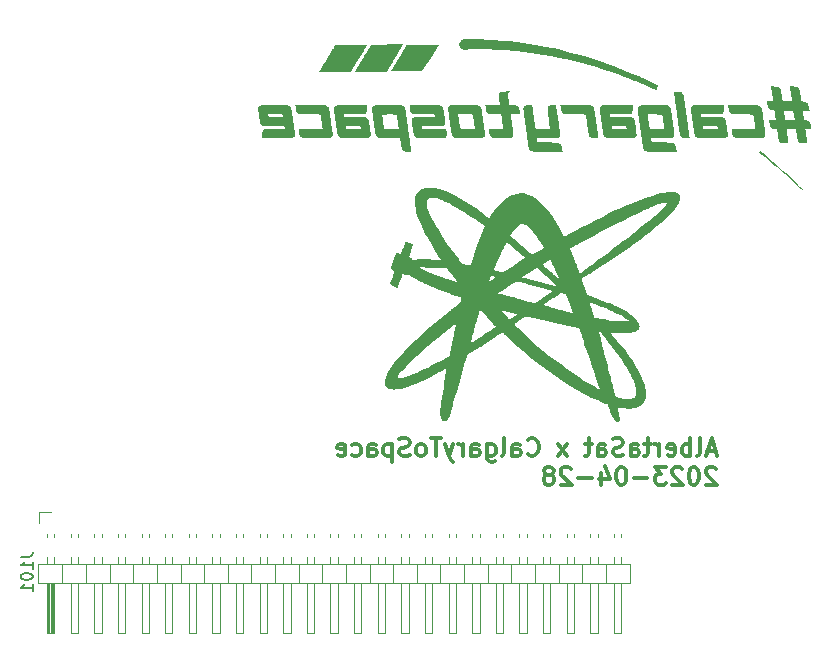
<source format=gbo>
G04 #@! TF.GenerationSoftware,KiCad,Pcbnew,7.0.2*
G04 #@! TF.CreationDate,2023-04-28T23:15:08-06:00*
G04 #@! TF.ProjectId,BIRDS-X-PCB,42495244-532d-4582-9d50-43422e6b6963,rev?*
G04 #@! TF.SameCoordinates,Original*
G04 #@! TF.FileFunction,Legend,Bot*
G04 #@! TF.FilePolarity,Positive*
%FSLAX46Y46*%
G04 Gerber Fmt 4.6, Leading zero omitted, Abs format (unit mm)*
G04 Created by KiCad (PCBNEW 7.0.2) date 2023-04-28 23:15:08*
%MOMM*%
%LPD*%
G01*
G04 APERTURE LIST*
%ADD10C,0.300000*%
%ADD11C,0.150000*%
%ADD12C,0.120000*%
%ADD13R,1.700000X1.700000*%
%ADD14O,1.700000X1.700000*%
%ADD15R,1.524000X1.524000*%
%ADD16C,1.524000*%
%ADD17R,1.600000X1.600000*%
%ADD18O,1.600000X1.600000*%
%ADD19C,7.500000*%
%ADD20O,1.600000X1.700000*%
%ADD21R,1.350000X1.350000*%
%ADD22O,1.350000X1.350000*%
G04 APERTURE END LIST*
D10*
X124314285Y-119557857D02*
X123600000Y-119557857D01*
X124457142Y-119986428D02*
X123957142Y-118486428D01*
X123957142Y-118486428D02*
X123457142Y-119986428D01*
X122742857Y-119986428D02*
X122885714Y-119915000D01*
X122885714Y-119915000D02*
X122957143Y-119772142D01*
X122957143Y-119772142D02*
X122957143Y-118486428D01*
X122171429Y-119986428D02*
X122171429Y-118486428D01*
X122171429Y-119057857D02*
X122028572Y-118986428D01*
X122028572Y-118986428D02*
X121742857Y-118986428D01*
X121742857Y-118986428D02*
X121600000Y-119057857D01*
X121600000Y-119057857D02*
X121528572Y-119129285D01*
X121528572Y-119129285D02*
X121457143Y-119272142D01*
X121457143Y-119272142D02*
X121457143Y-119700714D01*
X121457143Y-119700714D02*
X121528572Y-119843571D01*
X121528572Y-119843571D02*
X121600000Y-119915000D01*
X121600000Y-119915000D02*
X121742857Y-119986428D01*
X121742857Y-119986428D02*
X122028572Y-119986428D01*
X122028572Y-119986428D02*
X122171429Y-119915000D01*
X120242857Y-119915000D02*
X120385714Y-119986428D01*
X120385714Y-119986428D02*
X120671429Y-119986428D01*
X120671429Y-119986428D02*
X120814286Y-119915000D01*
X120814286Y-119915000D02*
X120885714Y-119772142D01*
X120885714Y-119772142D02*
X120885714Y-119200714D01*
X120885714Y-119200714D02*
X120814286Y-119057857D01*
X120814286Y-119057857D02*
X120671429Y-118986428D01*
X120671429Y-118986428D02*
X120385714Y-118986428D01*
X120385714Y-118986428D02*
X120242857Y-119057857D01*
X120242857Y-119057857D02*
X120171429Y-119200714D01*
X120171429Y-119200714D02*
X120171429Y-119343571D01*
X120171429Y-119343571D02*
X120885714Y-119486428D01*
X119528572Y-119986428D02*
X119528572Y-118986428D01*
X119528572Y-119272142D02*
X119457143Y-119129285D01*
X119457143Y-119129285D02*
X119385715Y-119057857D01*
X119385715Y-119057857D02*
X119242857Y-118986428D01*
X119242857Y-118986428D02*
X119100000Y-118986428D01*
X118814286Y-118986428D02*
X118242858Y-118986428D01*
X118600001Y-118486428D02*
X118600001Y-119772142D01*
X118600001Y-119772142D02*
X118528572Y-119915000D01*
X118528572Y-119915000D02*
X118385715Y-119986428D01*
X118385715Y-119986428D02*
X118242858Y-119986428D01*
X117100001Y-119986428D02*
X117100001Y-119200714D01*
X117100001Y-119200714D02*
X117171429Y-119057857D01*
X117171429Y-119057857D02*
X117314286Y-118986428D01*
X117314286Y-118986428D02*
X117600001Y-118986428D01*
X117600001Y-118986428D02*
X117742858Y-119057857D01*
X117100001Y-119915000D02*
X117242858Y-119986428D01*
X117242858Y-119986428D02*
X117600001Y-119986428D01*
X117600001Y-119986428D02*
X117742858Y-119915000D01*
X117742858Y-119915000D02*
X117814286Y-119772142D01*
X117814286Y-119772142D02*
X117814286Y-119629285D01*
X117814286Y-119629285D02*
X117742858Y-119486428D01*
X117742858Y-119486428D02*
X117600001Y-119415000D01*
X117600001Y-119415000D02*
X117242858Y-119415000D01*
X117242858Y-119415000D02*
X117100001Y-119343571D01*
X116457143Y-119915000D02*
X116242858Y-119986428D01*
X116242858Y-119986428D02*
X115885715Y-119986428D01*
X115885715Y-119986428D02*
X115742858Y-119915000D01*
X115742858Y-119915000D02*
X115671429Y-119843571D01*
X115671429Y-119843571D02*
X115600000Y-119700714D01*
X115600000Y-119700714D02*
X115600000Y-119557857D01*
X115600000Y-119557857D02*
X115671429Y-119415000D01*
X115671429Y-119415000D02*
X115742858Y-119343571D01*
X115742858Y-119343571D02*
X115885715Y-119272142D01*
X115885715Y-119272142D02*
X116171429Y-119200714D01*
X116171429Y-119200714D02*
X116314286Y-119129285D01*
X116314286Y-119129285D02*
X116385715Y-119057857D01*
X116385715Y-119057857D02*
X116457143Y-118915000D01*
X116457143Y-118915000D02*
X116457143Y-118772142D01*
X116457143Y-118772142D02*
X116385715Y-118629285D01*
X116385715Y-118629285D02*
X116314286Y-118557857D01*
X116314286Y-118557857D02*
X116171429Y-118486428D01*
X116171429Y-118486428D02*
X115814286Y-118486428D01*
X115814286Y-118486428D02*
X115600000Y-118557857D01*
X114314287Y-119986428D02*
X114314287Y-119200714D01*
X114314287Y-119200714D02*
X114385715Y-119057857D01*
X114385715Y-119057857D02*
X114528572Y-118986428D01*
X114528572Y-118986428D02*
X114814287Y-118986428D01*
X114814287Y-118986428D02*
X114957144Y-119057857D01*
X114314287Y-119915000D02*
X114457144Y-119986428D01*
X114457144Y-119986428D02*
X114814287Y-119986428D01*
X114814287Y-119986428D02*
X114957144Y-119915000D01*
X114957144Y-119915000D02*
X115028572Y-119772142D01*
X115028572Y-119772142D02*
X115028572Y-119629285D01*
X115028572Y-119629285D02*
X114957144Y-119486428D01*
X114957144Y-119486428D02*
X114814287Y-119415000D01*
X114814287Y-119415000D02*
X114457144Y-119415000D01*
X114457144Y-119415000D02*
X114314287Y-119343571D01*
X113814286Y-118986428D02*
X113242858Y-118986428D01*
X113600001Y-118486428D02*
X113600001Y-119772142D01*
X113600001Y-119772142D02*
X113528572Y-119915000D01*
X113528572Y-119915000D02*
X113385715Y-119986428D01*
X113385715Y-119986428D02*
X113242858Y-119986428D01*
X111742858Y-119986428D02*
X110957144Y-118986428D01*
X111742858Y-118986428D02*
X110957144Y-119986428D01*
X108385715Y-119843571D02*
X108457143Y-119915000D01*
X108457143Y-119915000D02*
X108671429Y-119986428D01*
X108671429Y-119986428D02*
X108814286Y-119986428D01*
X108814286Y-119986428D02*
X109028572Y-119915000D01*
X109028572Y-119915000D02*
X109171429Y-119772142D01*
X109171429Y-119772142D02*
X109242858Y-119629285D01*
X109242858Y-119629285D02*
X109314286Y-119343571D01*
X109314286Y-119343571D02*
X109314286Y-119129285D01*
X109314286Y-119129285D02*
X109242858Y-118843571D01*
X109242858Y-118843571D02*
X109171429Y-118700714D01*
X109171429Y-118700714D02*
X109028572Y-118557857D01*
X109028572Y-118557857D02*
X108814286Y-118486428D01*
X108814286Y-118486428D02*
X108671429Y-118486428D01*
X108671429Y-118486428D02*
X108457143Y-118557857D01*
X108457143Y-118557857D02*
X108385715Y-118629285D01*
X107100001Y-119986428D02*
X107100001Y-119200714D01*
X107100001Y-119200714D02*
X107171429Y-119057857D01*
X107171429Y-119057857D02*
X107314286Y-118986428D01*
X107314286Y-118986428D02*
X107600001Y-118986428D01*
X107600001Y-118986428D02*
X107742858Y-119057857D01*
X107100001Y-119915000D02*
X107242858Y-119986428D01*
X107242858Y-119986428D02*
X107600001Y-119986428D01*
X107600001Y-119986428D02*
X107742858Y-119915000D01*
X107742858Y-119915000D02*
X107814286Y-119772142D01*
X107814286Y-119772142D02*
X107814286Y-119629285D01*
X107814286Y-119629285D02*
X107742858Y-119486428D01*
X107742858Y-119486428D02*
X107600001Y-119415000D01*
X107600001Y-119415000D02*
X107242858Y-119415000D01*
X107242858Y-119415000D02*
X107100001Y-119343571D01*
X106171429Y-119986428D02*
X106314286Y-119915000D01*
X106314286Y-119915000D02*
X106385715Y-119772142D01*
X106385715Y-119772142D02*
X106385715Y-118486428D01*
X104957144Y-118986428D02*
X104957144Y-120200714D01*
X104957144Y-120200714D02*
X105028572Y-120343571D01*
X105028572Y-120343571D02*
X105100001Y-120415000D01*
X105100001Y-120415000D02*
X105242858Y-120486428D01*
X105242858Y-120486428D02*
X105457144Y-120486428D01*
X105457144Y-120486428D02*
X105600001Y-120415000D01*
X104957144Y-119915000D02*
X105100001Y-119986428D01*
X105100001Y-119986428D02*
X105385715Y-119986428D01*
X105385715Y-119986428D02*
X105528572Y-119915000D01*
X105528572Y-119915000D02*
X105600001Y-119843571D01*
X105600001Y-119843571D02*
X105671429Y-119700714D01*
X105671429Y-119700714D02*
X105671429Y-119272142D01*
X105671429Y-119272142D02*
X105600001Y-119129285D01*
X105600001Y-119129285D02*
X105528572Y-119057857D01*
X105528572Y-119057857D02*
X105385715Y-118986428D01*
X105385715Y-118986428D02*
X105100001Y-118986428D01*
X105100001Y-118986428D02*
X104957144Y-119057857D01*
X103600001Y-119986428D02*
X103600001Y-119200714D01*
X103600001Y-119200714D02*
X103671429Y-119057857D01*
X103671429Y-119057857D02*
X103814286Y-118986428D01*
X103814286Y-118986428D02*
X104100001Y-118986428D01*
X104100001Y-118986428D02*
X104242858Y-119057857D01*
X103600001Y-119915000D02*
X103742858Y-119986428D01*
X103742858Y-119986428D02*
X104100001Y-119986428D01*
X104100001Y-119986428D02*
X104242858Y-119915000D01*
X104242858Y-119915000D02*
X104314286Y-119772142D01*
X104314286Y-119772142D02*
X104314286Y-119629285D01*
X104314286Y-119629285D02*
X104242858Y-119486428D01*
X104242858Y-119486428D02*
X104100001Y-119415000D01*
X104100001Y-119415000D02*
X103742858Y-119415000D01*
X103742858Y-119415000D02*
X103600001Y-119343571D01*
X102885715Y-119986428D02*
X102885715Y-118986428D01*
X102885715Y-119272142D02*
X102814286Y-119129285D01*
X102814286Y-119129285D02*
X102742858Y-119057857D01*
X102742858Y-119057857D02*
X102600000Y-118986428D01*
X102600000Y-118986428D02*
X102457143Y-118986428D01*
X102100001Y-118986428D02*
X101742858Y-119986428D01*
X101385715Y-118986428D02*
X101742858Y-119986428D01*
X101742858Y-119986428D02*
X101885715Y-120343571D01*
X101885715Y-120343571D02*
X101957144Y-120415000D01*
X101957144Y-120415000D02*
X102100001Y-120486428D01*
X101028572Y-118486428D02*
X100171430Y-118486428D01*
X100600001Y-119986428D02*
X100600001Y-118486428D01*
X99457144Y-119986428D02*
X99600001Y-119915000D01*
X99600001Y-119915000D02*
X99671430Y-119843571D01*
X99671430Y-119843571D02*
X99742858Y-119700714D01*
X99742858Y-119700714D02*
X99742858Y-119272142D01*
X99742858Y-119272142D02*
X99671430Y-119129285D01*
X99671430Y-119129285D02*
X99600001Y-119057857D01*
X99600001Y-119057857D02*
X99457144Y-118986428D01*
X99457144Y-118986428D02*
X99242858Y-118986428D01*
X99242858Y-118986428D02*
X99100001Y-119057857D01*
X99100001Y-119057857D02*
X99028573Y-119129285D01*
X99028573Y-119129285D02*
X98957144Y-119272142D01*
X98957144Y-119272142D02*
X98957144Y-119700714D01*
X98957144Y-119700714D02*
X99028573Y-119843571D01*
X99028573Y-119843571D02*
X99100001Y-119915000D01*
X99100001Y-119915000D02*
X99242858Y-119986428D01*
X99242858Y-119986428D02*
X99457144Y-119986428D01*
X98385715Y-119915000D02*
X98171430Y-119986428D01*
X98171430Y-119986428D02*
X97814287Y-119986428D01*
X97814287Y-119986428D02*
X97671430Y-119915000D01*
X97671430Y-119915000D02*
X97600001Y-119843571D01*
X97600001Y-119843571D02*
X97528572Y-119700714D01*
X97528572Y-119700714D02*
X97528572Y-119557857D01*
X97528572Y-119557857D02*
X97600001Y-119415000D01*
X97600001Y-119415000D02*
X97671430Y-119343571D01*
X97671430Y-119343571D02*
X97814287Y-119272142D01*
X97814287Y-119272142D02*
X98100001Y-119200714D01*
X98100001Y-119200714D02*
X98242858Y-119129285D01*
X98242858Y-119129285D02*
X98314287Y-119057857D01*
X98314287Y-119057857D02*
X98385715Y-118915000D01*
X98385715Y-118915000D02*
X98385715Y-118772142D01*
X98385715Y-118772142D02*
X98314287Y-118629285D01*
X98314287Y-118629285D02*
X98242858Y-118557857D01*
X98242858Y-118557857D02*
X98100001Y-118486428D01*
X98100001Y-118486428D02*
X97742858Y-118486428D01*
X97742858Y-118486428D02*
X97528572Y-118557857D01*
X96885716Y-118986428D02*
X96885716Y-120486428D01*
X96885716Y-119057857D02*
X96742859Y-118986428D01*
X96742859Y-118986428D02*
X96457144Y-118986428D01*
X96457144Y-118986428D02*
X96314287Y-119057857D01*
X96314287Y-119057857D02*
X96242859Y-119129285D01*
X96242859Y-119129285D02*
X96171430Y-119272142D01*
X96171430Y-119272142D02*
X96171430Y-119700714D01*
X96171430Y-119700714D02*
X96242859Y-119843571D01*
X96242859Y-119843571D02*
X96314287Y-119915000D01*
X96314287Y-119915000D02*
X96457144Y-119986428D01*
X96457144Y-119986428D02*
X96742859Y-119986428D01*
X96742859Y-119986428D02*
X96885716Y-119915000D01*
X94885716Y-119986428D02*
X94885716Y-119200714D01*
X94885716Y-119200714D02*
X94957144Y-119057857D01*
X94957144Y-119057857D02*
X95100001Y-118986428D01*
X95100001Y-118986428D02*
X95385716Y-118986428D01*
X95385716Y-118986428D02*
X95528573Y-119057857D01*
X94885716Y-119915000D02*
X95028573Y-119986428D01*
X95028573Y-119986428D02*
X95385716Y-119986428D01*
X95385716Y-119986428D02*
X95528573Y-119915000D01*
X95528573Y-119915000D02*
X95600001Y-119772142D01*
X95600001Y-119772142D02*
X95600001Y-119629285D01*
X95600001Y-119629285D02*
X95528573Y-119486428D01*
X95528573Y-119486428D02*
X95385716Y-119415000D01*
X95385716Y-119415000D02*
X95028573Y-119415000D01*
X95028573Y-119415000D02*
X94885716Y-119343571D01*
X93528573Y-119915000D02*
X93671430Y-119986428D01*
X93671430Y-119986428D02*
X93957144Y-119986428D01*
X93957144Y-119986428D02*
X94100001Y-119915000D01*
X94100001Y-119915000D02*
X94171430Y-119843571D01*
X94171430Y-119843571D02*
X94242858Y-119700714D01*
X94242858Y-119700714D02*
X94242858Y-119272142D01*
X94242858Y-119272142D02*
X94171430Y-119129285D01*
X94171430Y-119129285D02*
X94100001Y-119057857D01*
X94100001Y-119057857D02*
X93957144Y-118986428D01*
X93957144Y-118986428D02*
X93671430Y-118986428D01*
X93671430Y-118986428D02*
X93528573Y-119057857D01*
X92314287Y-119915000D02*
X92457144Y-119986428D01*
X92457144Y-119986428D02*
X92742859Y-119986428D01*
X92742859Y-119986428D02*
X92885716Y-119915000D01*
X92885716Y-119915000D02*
X92957144Y-119772142D01*
X92957144Y-119772142D02*
X92957144Y-119200714D01*
X92957144Y-119200714D02*
X92885716Y-119057857D01*
X92885716Y-119057857D02*
X92742859Y-118986428D01*
X92742859Y-118986428D02*
X92457144Y-118986428D01*
X92457144Y-118986428D02*
X92314287Y-119057857D01*
X92314287Y-119057857D02*
X92242859Y-119200714D01*
X92242859Y-119200714D02*
X92242859Y-119343571D01*
X92242859Y-119343571D02*
X92957144Y-119486428D01*
X124314285Y-121059285D02*
X124242857Y-120987857D01*
X124242857Y-120987857D02*
X124100000Y-120916428D01*
X124100000Y-120916428D02*
X123742857Y-120916428D01*
X123742857Y-120916428D02*
X123600000Y-120987857D01*
X123600000Y-120987857D02*
X123528571Y-121059285D01*
X123528571Y-121059285D02*
X123457142Y-121202142D01*
X123457142Y-121202142D02*
X123457142Y-121345000D01*
X123457142Y-121345000D02*
X123528571Y-121559285D01*
X123528571Y-121559285D02*
X124385714Y-122416428D01*
X124385714Y-122416428D02*
X123457142Y-122416428D01*
X122528571Y-120916428D02*
X122385714Y-120916428D01*
X122385714Y-120916428D02*
X122242857Y-120987857D01*
X122242857Y-120987857D02*
X122171429Y-121059285D01*
X122171429Y-121059285D02*
X122100000Y-121202142D01*
X122100000Y-121202142D02*
X122028571Y-121487857D01*
X122028571Y-121487857D02*
X122028571Y-121845000D01*
X122028571Y-121845000D02*
X122100000Y-122130714D01*
X122100000Y-122130714D02*
X122171429Y-122273571D01*
X122171429Y-122273571D02*
X122242857Y-122345000D01*
X122242857Y-122345000D02*
X122385714Y-122416428D01*
X122385714Y-122416428D02*
X122528571Y-122416428D01*
X122528571Y-122416428D02*
X122671429Y-122345000D01*
X122671429Y-122345000D02*
X122742857Y-122273571D01*
X122742857Y-122273571D02*
X122814286Y-122130714D01*
X122814286Y-122130714D02*
X122885714Y-121845000D01*
X122885714Y-121845000D02*
X122885714Y-121487857D01*
X122885714Y-121487857D02*
X122814286Y-121202142D01*
X122814286Y-121202142D02*
X122742857Y-121059285D01*
X122742857Y-121059285D02*
X122671429Y-120987857D01*
X122671429Y-120987857D02*
X122528571Y-120916428D01*
X121457143Y-121059285D02*
X121385715Y-120987857D01*
X121385715Y-120987857D02*
X121242858Y-120916428D01*
X121242858Y-120916428D02*
X120885715Y-120916428D01*
X120885715Y-120916428D02*
X120742858Y-120987857D01*
X120742858Y-120987857D02*
X120671429Y-121059285D01*
X120671429Y-121059285D02*
X120600000Y-121202142D01*
X120600000Y-121202142D02*
X120600000Y-121345000D01*
X120600000Y-121345000D02*
X120671429Y-121559285D01*
X120671429Y-121559285D02*
X121528572Y-122416428D01*
X121528572Y-122416428D02*
X120600000Y-122416428D01*
X120100001Y-120916428D02*
X119171429Y-120916428D01*
X119171429Y-120916428D02*
X119671429Y-121487857D01*
X119671429Y-121487857D02*
X119457144Y-121487857D01*
X119457144Y-121487857D02*
X119314287Y-121559285D01*
X119314287Y-121559285D02*
X119242858Y-121630714D01*
X119242858Y-121630714D02*
X119171429Y-121773571D01*
X119171429Y-121773571D02*
X119171429Y-122130714D01*
X119171429Y-122130714D02*
X119242858Y-122273571D01*
X119242858Y-122273571D02*
X119314287Y-122345000D01*
X119314287Y-122345000D02*
X119457144Y-122416428D01*
X119457144Y-122416428D02*
X119885715Y-122416428D01*
X119885715Y-122416428D02*
X120028572Y-122345000D01*
X120028572Y-122345000D02*
X120100001Y-122273571D01*
X118528573Y-121845000D02*
X117385716Y-121845000D01*
X116385715Y-120916428D02*
X116242858Y-120916428D01*
X116242858Y-120916428D02*
X116100001Y-120987857D01*
X116100001Y-120987857D02*
X116028573Y-121059285D01*
X116028573Y-121059285D02*
X115957144Y-121202142D01*
X115957144Y-121202142D02*
X115885715Y-121487857D01*
X115885715Y-121487857D02*
X115885715Y-121845000D01*
X115885715Y-121845000D02*
X115957144Y-122130714D01*
X115957144Y-122130714D02*
X116028573Y-122273571D01*
X116028573Y-122273571D02*
X116100001Y-122345000D01*
X116100001Y-122345000D02*
X116242858Y-122416428D01*
X116242858Y-122416428D02*
X116385715Y-122416428D01*
X116385715Y-122416428D02*
X116528573Y-122345000D01*
X116528573Y-122345000D02*
X116600001Y-122273571D01*
X116600001Y-122273571D02*
X116671430Y-122130714D01*
X116671430Y-122130714D02*
X116742858Y-121845000D01*
X116742858Y-121845000D02*
X116742858Y-121487857D01*
X116742858Y-121487857D02*
X116671430Y-121202142D01*
X116671430Y-121202142D02*
X116600001Y-121059285D01*
X116600001Y-121059285D02*
X116528573Y-120987857D01*
X116528573Y-120987857D02*
X116385715Y-120916428D01*
X114600002Y-121416428D02*
X114600002Y-122416428D01*
X114957144Y-120845000D02*
X115314287Y-121916428D01*
X115314287Y-121916428D02*
X114385716Y-121916428D01*
X113814288Y-121845000D02*
X112671431Y-121845000D01*
X112028573Y-121059285D02*
X111957145Y-120987857D01*
X111957145Y-120987857D02*
X111814288Y-120916428D01*
X111814288Y-120916428D02*
X111457145Y-120916428D01*
X111457145Y-120916428D02*
X111314288Y-120987857D01*
X111314288Y-120987857D02*
X111242859Y-121059285D01*
X111242859Y-121059285D02*
X111171430Y-121202142D01*
X111171430Y-121202142D02*
X111171430Y-121345000D01*
X111171430Y-121345000D02*
X111242859Y-121559285D01*
X111242859Y-121559285D02*
X112100002Y-122416428D01*
X112100002Y-122416428D02*
X111171430Y-122416428D01*
X110314288Y-121559285D02*
X110457145Y-121487857D01*
X110457145Y-121487857D02*
X110528574Y-121416428D01*
X110528574Y-121416428D02*
X110600002Y-121273571D01*
X110600002Y-121273571D02*
X110600002Y-121202142D01*
X110600002Y-121202142D02*
X110528574Y-121059285D01*
X110528574Y-121059285D02*
X110457145Y-120987857D01*
X110457145Y-120987857D02*
X110314288Y-120916428D01*
X110314288Y-120916428D02*
X110028574Y-120916428D01*
X110028574Y-120916428D02*
X109885717Y-120987857D01*
X109885717Y-120987857D02*
X109814288Y-121059285D01*
X109814288Y-121059285D02*
X109742859Y-121202142D01*
X109742859Y-121202142D02*
X109742859Y-121273571D01*
X109742859Y-121273571D02*
X109814288Y-121416428D01*
X109814288Y-121416428D02*
X109885717Y-121487857D01*
X109885717Y-121487857D02*
X110028574Y-121559285D01*
X110028574Y-121559285D02*
X110314288Y-121559285D01*
X110314288Y-121559285D02*
X110457145Y-121630714D01*
X110457145Y-121630714D02*
X110528574Y-121702142D01*
X110528574Y-121702142D02*
X110600002Y-121845000D01*
X110600002Y-121845000D02*
X110600002Y-122130714D01*
X110600002Y-122130714D02*
X110528574Y-122273571D01*
X110528574Y-122273571D02*
X110457145Y-122345000D01*
X110457145Y-122345000D02*
X110314288Y-122416428D01*
X110314288Y-122416428D02*
X110028574Y-122416428D01*
X110028574Y-122416428D02*
X109885717Y-122345000D01*
X109885717Y-122345000D02*
X109814288Y-122273571D01*
X109814288Y-122273571D02*
X109742859Y-122130714D01*
X109742859Y-122130714D02*
X109742859Y-121845000D01*
X109742859Y-121845000D02*
X109814288Y-121702142D01*
X109814288Y-121702142D02*
X109885717Y-121630714D01*
X109885717Y-121630714D02*
X110028574Y-121559285D01*
D11*
X65462619Y-128514285D02*
X66176904Y-128514285D01*
X66176904Y-128514285D02*
X66319761Y-128466666D01*
X66319761Y-128466666D02*
X66415000Y-128371428D01*
X66415000Y-128371428D02*
X66462619Y-128228571D01*
X66462619Y-128228571D02*
X66462619Y-128133333D01*
X66462619Y-129514285D02*
X66462619Y-128942857D01*
X66462619Y-129228571D02*
X65462619Y-129228571D01*
X65462619Y-129228571D02*
X65605476Y-129133333D01*
X65605476Y-129133333D02*
X65700714Y-129038095D01*
X65700714Y-129038095D02*
X65748333Y-128942857D01*
X65462619Y-130133333D02*
X65462619Y-130228571D01*
X65462619Y-130228571D02*
X65510238Y-130323809D01*
X65510238Y-130323809D02*
X65557857Y-130371428D01*
X65557857Y-130371428D02*
X65653095Y-130419047D01*
X65653095Y-130419047D02*
X65843571Y-130466666D01*
X65843571Y-130466666D02*
X66081666Y-130466666D01*
X66081666Y-130466666D02*
X66272142Y-130419047D01*
X66272142Y-130419047D02*
X66367380Y-130371428D01*
X66367380Y-130371428D02*
X66415000Y-130323809D01*
X66415000Y-130323809D02*
X66462619Y-130228571D01*
X66462619Y-130228571D02*
X66462619Y-130133333D01*
X66462619Y-130133333D02*
X66415000Y-130038095D01*
X66415000Y-130038095D02*
X66367380Y-129990476D01*
X66367380Y-129990476D02*
X66272142Y-129942857D01*
X66272142Y-129942857D02*
X66081666Y-129895238D01*
X66081666Y-129895238D02*
X65843571Y-129895238D01*
X65843571Y-129895238D02*
X65653095Y-129942857D01*
X65653095Y-129942857D02*
X65557857Y-129990476D01*
X65557857Y-129990476D02*
X65510238Y-130038095D01*
X65510238Y-130038095D02*
X65462619Y-130133333D01*
X66462619Y-131419047D02*
X66462619Y-130847619D01*
X66462619Y-131133333D02*
X65462619Y-131133333D01*
X65462619Y-131133333D02*
X65605476Y-131038095D01*
X65605476Y-131038095D02*
X65700714Y-130942857D01*
X65700714Y-130942857D02*
X65748333Y-130847619D01*
G36*
X121120606Y-98648258D02*
G01*
X120998796Y-98838018D01*
X120847955Y-99041065D01*
X120668620Y-99256951D01*
X120461329Y-99485223D01*
X120226621Y-99725432D01*
X119965034Y-99977127D01*
X119677104Y-100239856D01*
X119363372Y-100513170D01*
X119024374Y-100796618D01*
X118660648Y-101089748D01*
X118272734Y-101392111D01*
X117861167Y-101703256D01*
X117426488Y-102022731D01*
X116969233Y-102350087D01*
X116489941Y-102684873D01*
X115989150Y-103026637D01*
X115467398Y-103374930D01*
X114925222Y-103729301D01*
X114363161Y-104089299D01*
X114265719Y-104151029D01*
X114034430Y-104296945D01*
X113822610Y-104429681D01*
X113631258Y-104548634D01*
X113607874Y-104563027D01*
X113524952Y-104614065D01*
X113461376Y-104653196D01*
X113455779Y-104656597D01*
X113385780Y-104699129D01*
X113315781Y-104741661D01*
X113313964Y-104742765D01*
X113258802Y-104775686D01*
X113190024Y-104816733D01*
X113187467Y-104818218D01*
X113114226Y-104860750D01*
X113090555Y-104874496D01*
X113023176Y-104911788D01*
X113016559Y-104915450D01*
X112969036Y-104938987D01*
X112948987Y-104944505D01*
X112939149Y-104940120D01*
X112940609Y-104951101D01*
X112943255Y-104957190D01*
X112956107Y-104991793D01*
X112978049Y-105053437D01*
X112987034Y-105079104D01*
X112993973Y-105098928D01*
X113007882Y-105138665D01*
X113008851Y-105141460D01*
X113023595Y-105183992D01*
X113041287Y-105235030D01*
X113044403Y-105244018D01*
X113064737Y-105303081D01*
X113082308Y-105354119D01*
X113086412Y-105366039D01*
X113099804Y-105405157D01*
X113123101Y-105473208D01*
X113132707Y-105501269D01*
X113140533Y-105524246D01*
X113163710Y-105592297D01*
X113182087Y-105646252D01*
X113186881Y-105660348D01*
X113197488Y-105691538D01*
X113207130Y-105719893D01*
X113207928Y-105722240D01*
X113214862Y-105742576D01*
X113223144Y-105766863D01*
X113228945Y-105783876D01*
X113255476Y-105861683D01*
X113299091Y-105989106D01*
X113305968Y-106009109D01*
X113307918Y-106014780D01*
X113313768Y-106031793D01*
X113319617Y-106048805D01*
X113325466Y-106065818D01*
X113331315Y-106082831D01*
X113337611Y-106101142D01*
X113338143Y-106102679D01*
X113344027Y-106119692D01*
X113348930Y-106133869D01*
X113354814Y-106150882D01*
X113369873Y-106194421D01*
X113394713Y-106265576D01*
X113410970Y-106311238D01*
X113417479Y-106328039D01*
X113418637Y-106328950D01*
X113443588Y-106341232D01*
X113496439Y-106363763D01*
X113573725Y-106395196D01*
X113671979Y-106434187D01*
X113787737Y-106479388D01*
X113917532Y-106529454D01*
X114057899Y-106583039D01*
X114205371Y-106638797D01*
X114356483Y-106695382D01*
X114507769Y-106751449D01*
X114722318Y-106830837D01*
X114957380Y-106918803D01*
X115166481Y-106998368D01*
X115353060Y-107070934D01*
X115520553Y-107137901D01*
X115672398Y-107200670D01*
X115812031Y-107260640D01*
X115942889Y-107319214D01*
X116068409Y-107377790D01*
X116192029Y-107437771D01*
X116399824Y-107544384D01*
X116686081Y-107707114D01*
X116940628Y-107873065D01*
X117164845Y-108043408D01*
X117360110Y-108219316D01*
X117527802Y-108401960D01*
X117631996Y-108542276D01*
X117669299Y-108592512D01*
X117785981Y-108792142D01*
X117799096Y-108817819D01*
X117829765Y-108880120D01*
X117847846Y-108924984D01*
X117855728Y-108962003D01*
X117855803Y-109000771D01*
X117850460Y-109050881D01*
X117836592Y-109123174D01*
X117798545Y-109213256D01*
X117735418Y-109290564D01*
X117642741Y-109361788D01*
X117568271Y-109404323D01*
X117455900Y-109451351D01*
X117436003Y-109459678D01*
X117383361Y-109474647D01*
X117329642Y-109489922D01*
X117278867Y-109504360D01*
X117265082Y-109506934D01*
X117178016Y-109523192D01*
X117095292Y-109538639D01*
X116883706Y-109562788D01*
X116642537Y-109577078D01*
X116370214Y-109581781D01*
X116297628Y-109581420D01*
X116160925Y-109579154D01*
X116018472Y-109575079D01*
X115876898Y-109569507D01*
X115742832Y-109562750D01*
X115622903Y-109555120D01*
X115523741Y-109546931D01*
X115451976Y-109538495D01*
X115440930Y-109537017D01*
X115413212Y-109536411D01*
X115411706Y-109542872D01*
X115418775Y-109549070D01*
X115448077Y-109579918D01*
X115494715Y-109632225D01*
X115555884Y-109702664D01*
X115628775Y-109787908D01*
X115710581Y-109884628D01*
X115798493Y-109989498D01*
X115889705Y-110099189D01*
X115981409Y-110210373D01*
X116070796Y-110319723D01*
X116155059Y-110423911D01*
X116383464Y-110712501D01*
X116702682Y-111132471D01*
X116995711Y-111539154D01*
X117262251Y-111932029D01*
X117502003Y-112310575D01*
X117714665Y-112674271D01*
X117899939Y-113022597D01*
X118057523Y-113355031D01*
X118187117Y-113671052D01*
X118288422Y-113970141D01*
X118361137Y-114251775D01*
X118381336Y-114365476D01*
X118398412Y-114512916D01*
X118401709Y-114566097D01*
X118407884Y-114665694D01*
X118409439Y-114814263D01*
X118402766Y-114949073D01*
X118387552Y-115060578D01*
X118339611Y-115233397D01*
X118261368Y-115403273D01*
X118156650Y-115551972D01*
X118097000Y-115609957D01*
X118079498Y-115626970D01*
X118061996Y-115643983D01*
X118044494Y-115660996D01*
X118026993Y-115678008D01*
X118025781Y-115679186D01*
X118002244Y-115695021D01*
X117966143Y-115719308D01*
X117951668Y-115729046D01*
X117926379Y-115746059D01*
X117901090Y-115763072D01*
X117869082Y-115784605D01*
X117863059Y-115787359D01*
X117841764Y-115797097D01*
X117788652Y-115821384D01*
X117751447Y-115838397D01*
X117686876Y-115867924D01*
X117479486Y-115928832D01*
X117406250Y-115942760D01*
X117270848Y-115959770D01*
X117117892Y-115970756D01*
X116957149Y-115975309D01*
X116798387Y-115973021D01*
X116651373Y-115963482D01*
X116590898Y-115957116D01*
X116489858Y-115944692D01*
X116384280Y-115929959D01*
X116280554Y-115913966D01*
X116185066Y-115897764D01*
X116104206Y-115882402D01*
X116044360Y-115868930D01*
X116011917Y-115858397D01*
X116003957Y-115855045D01*
X115995800Y-115858369D01*
X115994925Y-115878068D01*
X116001494Y-115919728D01*
X116015666Y-115988932D01*
X116017505Y-115997509D01*
X116034599Y-116073473D01*
X116057174Y-116169326D01*
X116082507Y-116273664D01*
X116107875Y-116375085D01*
X116117943Y-116415468D01*
X116155428Y-116589716D01*
X116175880Y-116736554D01*
X116179248Y-116857702D01*
X116165479Y-116954881D01*
X116134521Y-117029811D01*
X116086321Y-117084211D01*
X116075707Y-117091941D01*
X116013274Y-117115142D01*
X115944728Y-117104998D01*
X115869988Y-117061481D01*
X115788975Y-116984564D01*
X115779119Y-116973303D01*
X115727474Y-116904773D01*
X115672502Y-116815780D01*
X115612966Y-116703883D01*
X115547629Y-116566641D01*
X115475255Y-116401612D01*
X115394605Y-116206356D01*
X115381102Y-116172965D01*
X115335665Y-116061674D01*
X115291603Y-115955230D01*
X115251718Y-115860322D01*
X115239645Y-115832186D01*
X115915927Y-115832186D01*
X115916190Y-115837994D01*
X115938256Y-115841122D01*
X115954979Y-115838397D01*
X115948535Y-115830843D01*
X115938697Y-115828125D01*
X115915927Y-115832186D01*
X115239645Y-115832186D01*
X115232345Y-115815173D01*
X115847876Y-115815173D01*
X115848139Y-115820981D01*
X115870205Y-115824109D01*
X115886928Y-115821384D01*
X115880484Y-115813830D01*
X115870646Y-115811112D01*
X115847876Y-115815173D01*
X115232345Y-115815173D01*
X115226785Y-115802214D01*
X115778227Y-115802214D01*
X115792230Y-115808439D01*
X115801237Y-115807211D01*
X115803572Y-115797097D01*
X115801079Y-115795061D01*
X115780888Y-115797097D01*
X115778227Y-115802214D01*
X115226785Y-115802214D01*
X115218817Y-115783643D01*
X115217703Y-115781148D01*
X115711774Y-115781148D01*
X115712038Y-115786955D01*
X115734103Y-115790083D01*
X115750826Y-115787359D01*
X115744382Y-115779805D01*
X115734544Y-115777087D01*
X115711774Y-115781148D01*
X115217703Y-115781148D01*
X115211916Y-115768189D01*
X115659138Y-115768189D01*
X115673141Y-115774414D01*
X115682148Y-115773186D01*
X115684483Y-115763072D01*
X115681989Y-115761036D01*
X115661799Y-115763072D01*
X115659138Y-115768189D01*
X115211916Y-115768189D01*
X115204319Y-115751176D01*
X115591087Y-115751176D01*
X115605090Y-115757401D01*
X115614097Y-115756173D01*
X115616432Y-115746059D01*
X115613939Y-115744023D01*
X115593748Y-115746059D01*
X115591087Y-115751176D01*
X115204319Y-115751176D01*
X115196722Y-115734164D01*
X115540049Y-115734164D01*
X115554052Y-115740388D01*
X115563059Y-115739160D01*
X115565394Y-115729046D01*
X115562900Y-115727010D01*
X115542710Y-115729046D01*
X115540049Y-115734164D01*
X115196722Y-115734164D01*
X115195703Y-115731882D01*
X115190114Y-115719788D01*
X115187185Y-115713097D01*
X115473596Y-115713097D01*
X115473860Y-115718905D01*
X115495925Y-115722032D01*
X115512648Y-115719308D01*
X115506204Y-115711754D01*
X115496366Y-115709036D01*
X115473596Y-115713097D01*
X115187185Y-115713097D01*
X115181512Y-115700138D01*
X115420960Y-115700138D01*
X115434963Y-115706363D01*
X115443969Y-115705135D01*
X115446305Y-115695021D01*
X115443811Y-115692985D01*
X115423621Y-115695021D01*
X115420960Y-115700138D01*
X115181512Y-115700138D01*
X115174065Y-115683125D01*
X115369921Y-115683125D01*
X115383925Y-115689350D01*
X115392931Y-115688122D01*
X115395267Y-115678008D01*
X115392773Y-115675972D01*
X115372583Y-115678008D01*
X115369921Y-115683125D01*
X115174065Y-115683125D01*
X115166618Y-115666113D01*
X115318883Y-115666113D01*
X115332887Y-115672337D01*
X115341893Y-115671110D01*
X115344228Y-115660996D01*
X115341735Y-115658959D01*
X115321545Y-115660996D01*
X115318883Y-115666113D01*
X115166618Y-115666113D01*
X115165289Y-115663076D01*
X115159886Y-115649100D01*
X115267845Y-115649100D01*
X115281848Y-115655325D01*
X115290855Y-115654097D01*
X115293190Y-115643983D01*
X115290697Y-115641947D01*
X115270507Y-115643983D01*
X115267845Y-115649100D01*
X115159886Y-115649100D01*
X115153309Y-115632087D01*
X115216807Y-115632087D01*
X115230810Y-115638312D01*
X115239817Y-115637084D01*
X115242152Y-115626970D01*
X115239659Y-115624934D01*
X115219468Y-115626970D01*
X115216807Y-115632087D01*
X115153309Y-115632087D01*
X115148593Y-115619888D01*
X115147406Y-115615074D01*
X115165769Y-115615074D01*
X115179772Y-115621299D01*
X115188779Y-115620071D01*
X115191114Y-115609957D01*
X115188620Y-115607921D01*
X115168430Y-115609957D01*
X115165769Y-115615074D01*
X115147406Y-115615074D01*
X115143384Y-115598769D01*
X115143393Y-115594297D01*
X115130143Y-115594909D01*
X115128360Y-115595568D01*
X115100226Y-115591968D01*
X115044761Y-115576195D01*
X114965288Y-115549454D01*
X114865128Y-115512949D01*
X114747602Y-115467885D01*
X114616034Y-115415466D01*
X114473744Y-115356896D01*
X114107521Y-115197455D01*
X113595064Y-114954060D01*
X113557437Y-114934565D01*
X115761214Y-114934565D01*
X115775218Y-114940790D01*
X115784224Y-114939562D01*
X115786559Y-114929448D01*
X115784066Y-114927412D01*
X115763876Y-114929448D01*
X115761214Y-114934565D01*
X113557437Y-114934565D01*
X113520197Y-114915271D01*
X115724179Y-114915271D01*
X115732686Y-114923777D01*
X115741192Y-114915271D01*
X115732686Y-114906765D01*
X115724179Y-114915271D01*
X113520197Y-114915271D01*
X113491764Y-114900540D01*
X115676151Y-114900540D01*
X115690154Y-114906765D01*
X115699160Y-114905537D01*
X115701496Y-114895423D01*
X115699002Y-114893387D01*
X115678812Y-114895423D01*
X115676151Y-114900540D01*
X113491764Y-114900540D01*
X113412087Y-114859259D01*
X115591473Y-114859259D01*
X115605090Y-114872739D01*
X115619664Y-114880760D01*
X115647622Y-114889231D01*
X115652733Y-114886220D01*
X115639116Y-114872739D01*
X115624542Y-114864718D01*
X115596584Y-114856248D01*
X115591473Y-114859259D01*
X113412087Y-114859259D01*
X113393255Y-114849502D01*
X115540049Y-114849502D01*
X115554052Y-114855727D01*
X115563059Y-114854499D01*
X115565394Y-114844385D01*
X115562900Y-114842349D01*
X115542710Y-114844385D01*
X115540049Y-114849502D01*
X113393255Y-114849502D01*
X113356014Y-114830207D01*
X115503014Y-114830207D01*
X115511520Y-114838714D01*
X115520027Y-114830207D01*
X115511520Y-114821701D01*
X115503014Y-114830207D01*
X113356014Y-114830207D01*
X113280742Y-114791208D01*
X115421346Y-114791208D01*
X115434963Y-114804688D01*
X115449536Y-114812709D01*
X115477495Y-114821180D01*
X115482606Y-114818169D01*
X115468988Y-114804688D01*
X115454415Y-114796667D01*
X115426457Y-114788197D01*
X115421346Y-114791208D01*
X113280742Y-114791208D01*
X113257505Y-114779169D01*
X115383925Y-114779169D01*
X115392431Y-114787676D01*
X115400938Y-114779169D01*
X115392431Y-114770663D01*
X115383925Y-114779169D01*
X113257505Y-114779169D01*
X113229072Y-114764438D01*
X115335896Y-114764438D01*
X115349899Y-114770663D01*
X115358906Y-114769435D01*
X115361241Y-114759321D01*
X115358748Y-114757285D01*
X115338558Y-114759321D01*
X115335896Y-114764438D01*
X113229072Y-114764438D01*
X113191832Y-114745144D01*
X115298861Y-114745144D01*
X115307368Y-114753650D01*
X115315874Y-114745144D01*
X115307368Y-114736637D01*
X115298861Y-114745144D01*
X113191832Y-114745144D01*
X113158995Y-114728131D01*
X115264836Y-114728131D01*
X115273342Y-114736637D01*
X115281848Y-114728131D01*
X115273342Y-114719625D01*
X115264836Y-114728131D01*
X113158995Y-114728131D01*
X113083723Y-114689132D01*
X115183167Y-114689132D01*
X115196785Y-114702612D01*
X115211358Y-114710633D01*
X115239317Y-114719104D01*
X115244428Y-114716092D01*
X115230810Y-114702612D01*
X115216237Y-114694591D01*
X115188278Y-114686120D01*
X115183167Y-114689132D01*
X113083723Y-114689132D01*
X113069456Y-114681740D01*
X113061143Y-114677093D01*
X115145747Y-114677093D01*
X115154253Y-114685599D01*
X115162759Y-114677093D01*
X115154253Y-114668587D01*
X115145747Y-114677093D01*
X113061143Y-114677093D01*
X113030708Y-114660080D01*
X115111721Y-114660080D01*
X115120228Y-114668587D01*
X115128734Y-114660080D01*
X115120228Y-114651574D01*
X115111721Y-114660080D01*
X113030708Y-114660080D01*
X113000273Y-114643067D01*
X115077696Y-114643067D01*
X115086202Y-114651574D01*
X115094708Y-114643067D01*
X115086202Y-114634561D01*
X115077696Y-114643067D01*
X113000273Y-114643067D01*
X112895930Y-114584740D01*
X114966620Y-114584740D01*
X114967850Y-114592114D01*
X114992632Y-114609042D01*
X115026046Y-114625544D01*
X115052177Y-114633355D01*
X115052670Y-114633344D01*
X115051440Y-114625969D01*
X115026658Y-114609042D01*
X114993244Y-114592540D01*
X114967113Y-114584729D01*
X114966620Y-114584740D01*
X112895930Y-114584740D01*
X112878536Y-114575017D01*
X114924581Y-114575017D01*
X114933088Y-114583523D01*
X114941594Y-114575017D01*
X114933088Y-114566510D01*
X114924581Y-114575017D01*
X112878536Y-114575017D01*
X112848101Y-114558004D01*
X114890556Y-114558004D01*
X114899062Y-114566510D01*
X114907569Y-114558004D01*
X114899062Y-114549497D01*
X114890556Y-114558004D01*
X112848101Y-114558004D01*
X112817666Y-114540991D01*
X114856530Y-114540991D01*
X114865037Y-114549497D01*
X114873543Y-114540991D01*
X114865037Y-114532485D01*
X114856530Y-114540991D01*
X112817666Y-114540991D01*
X112787231Y-114523978D01*
X114822505Y-114523978D01*
X114831011Y-114532485D01*
X114839518Y-114523978D01*
X114831011Y-114515472D01*
X114822505Y-114523978D01*
X112787231Y-114523978D01*
X112756798Y-114506966D01*
X114788479Y-114506966D01*
X114796986Y-114515472D01*
X114805492Y-114506966D01*
X114796986Y-114498459D01*
X114788479Y-114506966D01*
X112756798Y-114506966D01*
X112726363Y-114489953D01*
X114754454Y-114489953D01*
X114762960Y-114498459D01*
X114771467Y-114489953D01*
X114762960Y-114481447D01*
X114754454Y-114489953D01*
X112726363Y-114489953D01*
X112695928Y-114472940D01*
X114720429Y-114472940D01*
X114728935Y-114481447D01*
X114737441Y-114472940D01*
X114728935Y-114464434D01*
X114720429Y-114472940D01*
X112695928Y-114472940D01*
X112665493Y-114455927D01*
X114686403Y-114455927D01*
X114694909Y-114464434D01*
X114703416Y-114455927D01*
X114694909Y-114447421D01*
X114686403Y-114455927D01*
X112665493Y-114455927D01*
X112635060Y-114438915D01*
X114652378Y-114438915D01*
X114660884Y-114447421D01*
X114669390Y-114438915D01*
X114660884Y-114430408D01*
X114652378Y-114438915D01*
X112635060Y-114438915D01*
X112604625Y-114421902D01*
X114618352Y-114421902D01*
X114626859Y-114430408D01*
X114635365Y-114421902D01*
X114626859Y-114413396D01*
X114618352Y-114421902D01*
X112604625Y-114421902D01*
X112574190Y-114404889D01*
X114584327Y-114404889D01*
X114592833Y-114413396D01*
X114601339Y-114404889D01*
X114592833Y-114396383D01*
X114584327Y-114404889D01*
X112574190Y-114404889D01*
X112543757Y-114387877D01*
X114550301Y-114387877D01*
X114558808Y-114396383D01*
X114567314Y-114387877D01*
X114558808Y-114379370D01*
X114550301Y-114387877D01*
X112543757Y-114387877D01*
X112532004Y-114381307D01*
X111984015Y-114053574D01*
X111426795Y-113699354D01*
X110861652Y-113319460D01*
X110289892Y-112914704D01*
X109712822Y-112485901D01*
X109131748Y-112033861D01*
X108778326Y-111749027D01*
X108371839Y-111412620D01*
X107966139Y-111067849D01*
X107566988Y-110719744D01*
X107180146Y-110373339D01*
X106811374Y-110033665D01*
X106466433Y-109705754D01*
X106421264Y-109662554D01*
X106357569Y-109603444D01*
X106304394Y-109556270D01*
X106266291Y-109525032D01*
X106247817Y-109513731D01*
X106247523Y-109513747D01*
X106226765Y-109523783D01*
X106183080Y-109550271D01*
X106121166Y-109590187D01*
X106045716Y-109640507D01*
X105961425Y-109698207D01*
X105903902Y-109737992D01*
X105273270Y-110164635D01*
X104767851Y-110491962D01*
X104702178Y-110534494D01*
X104655547Y-110564694D01*
X104594261Y-110602545D01*
X104484078Y-110670596D01*
X104401441Y-110721634D01*
X104291257Y-110789685D01*
X104208620Y-110840723D01*
X104098436Y-110908774D01*
X104046757Y-110940692D01*
X103985203Y-110976825D01*
X103898258Y-111027863D01*
X103782330Y-111095914D01*
X103695385Y-111146952D01*
X103579457Y-111215003D01*
X103463529Y-111283054D01*
X103442923Y-111295150D01*
X103374802Y-111334092D01*
X103266221Y-111396163D01*
X103211753Y-111589283D01*
X103187761Y-111674347D01*
X103163770Y-111759410D01*
X103139778Y-111844474D01*
X103115786Y-111929538D01*
X102537231Y-113980834D01*
X102465261Y-114235787D01*
X102361830Y-114601315D01*
X102266050Y-114938701D01*
X102178042Y-115247522D01*
X102097932Y-115527353D01*
X102025841Y-115777768D01*
X101961894Y-115998344D01*
X101906213Y-116188656D01*
X101858922Y-116348279D01*
X101820143Y-116476789D01*
X101790002Y-116573761D01*
X101768619Y-116638770D01*
X101756120Y-116671392D01*
X101725477Y-116726430D01*
X101666473Y-116811271D01*
X101598762Y-116890757D01*
X101529883Y-116956322D01*
X101467377Y-116999400D01*
X101449137Y-117007709D01*
X101385532Y-117028933D01*
X101319876Y-117042741D01*
X101319840Y-117042746D01*
X101273047Y-117046630D01*
X101236590Y-117041151D01*
X101205753Y-117021914D01*
X101175817Y-116984526D01*
X101142064Y-116924589D01*
X101099776Y-116837709D01*
X101065743Y-116763423D01*
X101022700Y-116655557D01*
X100995448Y-116559322D01*
X100982069Y-116464267D01*
X100980643Y-116359943D01*
X100989252Y-116235900D01*
X101001299Y-116113516D01*
X101037680Y-115785274D01*
X101082489Y-115428902D01*
X101135205Y-115047720D01*
X101195306Y-114645044D01*
X101262270Y-114224191D01*
X101335577Y-113788478D01*
X101414704Y-113341224D01*
X101499130Y-112885746D01*
X101588333Y-112425361D01*
X101608908Y-112320204D01*
X101629178Y-112213793D01*
X101645921Y-112122806D01*
X101658333Y-112051723D01*
X101665611Y-112005027D01*
X101666949Y-111987199D01*
X101663610Y-111993711D01*
X101654079Y-112027717D01*
X101640026Y-112085928D01*
X101622723Y-112163007D01*
X101603442Y-112253620D01*
X101600852Y-112266077D01*
X101579546Y-112366007D01*
X101562562Y-112438332D01*
X101548151Y-112488333D01*
X101534565Y-112521288D01*
X101520053Y-112542478D01*
X101502868Y-112557181D01*
X101500831Y-112558561D01*
X101469430Y-112578137D01*
X101414454Y-112611008D01*
X101341224Y-112654046D01*
X101255061Y-112704118D01*
X101161286Y-112758097D01*
X100911153Y-112899708D01*
X100476377Y-113137401D01*
X100058090Y-113355035D01*
X99657114Y-113552280D01*
X99274277Y-113728806D01*
X98910401Y-113884283D01*
X98566312Y-114018379D01*
X98242836Y-114130764D01*
X97940796Y-114221109D01*
X97661019Y-114289082D01*
X97404327Y-114334352D01*
X97171548Y-114356590D01*
X97088827Y-114359357D01*
X96913166Y-114354923D01*
X96763546Y-114334371D01*
X96636786Y-114296880D01*
X96529707Y-114241631D01*
X96439128Y-114167803D01*
X96415753Y-114143571D01*
X96363023Y-114077674D01*
X96327375Y-114008867D01*
X96306520Y-113929604D01*
X96298167Y-113832341D01*
X96300026Y-113709532D01*
X96302863Y-113659624D01*
X96313001Y-113562350D01*
X96330517Y-113469623D01*
X96357482Y-113374727D01*
X96380074Y-113313801D01*
X97387418Y-113313801D01*
X97397814Y-113368996D01*
X97435499Y-113404747D01*
X97500531Y-113422301D01*
X97595378Y-113422741D01*
X97717524Y-113405415D01*
X97866273Y-113370611D01*
X98040930Y-113318615D01*
X98240797Y-113249712D01*
X98465179Y-113164188D01*
X98713379Y-113062331D01*
X98984701Y-112944425D01*
X99278449Y-112810756D01*
X99593927Y-112661611D01*
X99930438Y-112497276D01*
X100287286Y-112318037D01*
X100663776Y-112124180D01*
X101059209Y-111915990D01*
X101059241Y-111915973D01*
X101675166Y-111915973D01*
X101677413Y-111950804D01*
X101683321Y-111953689D01*
X101685994Y-111929538D01*
X101683623Y-111906135D01*
X101677413Y-111908272D01*
X101675166Y-111915973D01*
X101059241Y-111915973D01*
X101062848Y-111914055D01*
X101181946Y-111850734D01*
X101210386Y-111835626D01*
X101692315Y-111835626D01*
X101694351Y-111855816D01*
X101699468Y-111858477D01*
X101705693Y-111844474D01*
X101704465Y-111835468D01*
X101694351Y-111833132D01*
X101692315Y-111835626D01*
X101210386Y-111835626D01*
X101298083Y-111789040D01*
X101370581Y-111750562D01*
X101709328Y-111750562D01*
X101711364Y-111770752D01*
X101716481Y-111773414D01*
X101722706Y-111759410D01*
X101721478Y-111750404D01*
X101711364Y-111748069D01*
X101709328Y-111750562D01*
X101370581Y-111750562D01*
X101405846Y-111731845D01*
X101499819Y-111682024D01*
X101531040Y-111665498D01*
X101726341Y-111665498D01*
X101728377Y-111685689D01*
X101733494Y-111688350D01*
X101739719Y-111674347D01*
X101738491Y-111665340D01*
X101728377Y-111663005D01*
X101726341Y-111665498D01*
X101531040Y-111665498D01*
X101574587Y-111642447D01*
X101624736Y-111615988D01*
X101649144Y-111602793D01*
X101686699Y-111580435D01*
X101743353Y-111580435D01*
X101745389Y-111600625D01*
X101750507Y-111603287D01*
X101756731Y-111589283D01*
X101755503Y-111580277D01*
X101745389Y-111577941D01*
X101743353Y-111580435D01*
X101686699Y-111580435D01*
X101705602Y-111569181D01*
X101746614Y-111540288D01*
X101764622Y-111521232D01*
X101769052Y-111501928D01*
X101779663Y-111452134D01*
X101795757Y-111375172D01*
X101806107Y-111325244D01*
X103274499Y-111325244D01*
X103276535Y-111345434D01*
X103281652Y-111348096D01*
X103287877Y-111334092D01*
X103286649Y-111325086D01*
X103276535Y-111322750D01*
X103274499Y-111325244D01*
X101806107Y-111325244D01*
X101816688Y-111274206D01*
X103291511Y-111274206D01*
X103293548Y-111294396D01*
X103298665Y-111297057D01*
X103304889Y-111283054D01*
X103303662Y-111274048D01*
X103293548Y-111271712D01*
X103291511Y-111274206D01*
X101816688Y-111274206D01*
X101816689Y-111274199D01*
X101830723Y-111206155D01*
X103308524Y-111206155D01*
X103310560Y-111226345D01*
X103315677Y-111229007D01*
X103321902Y-111215003D01*
X103320674Y-111205997D01*
X103310560Y-111203661D01*
X103308524Y-111206155D01*
X101830723Y-111206155D01*
X101841816Y-111152372D01*
X101844749Y-111138104D01*
X103325537Y-111138104D01*
X103327573Y-111158294D01*
X103332690Y-111160956D01*
X103338915Y-111146952D01*
X103337687Y-111137946D01*
X103327573Y-111135610D01*
X103325537Y-111138104D01*
X101844749Y-111138104D01*
X101855240Y-111087066D01*
X103342550Y-111087066D01*
X103344586Y-111107256D01*
X103349703Y-111109917D01*
X103355928Y-111095914D01*
X103354700Y-111086908D01*
X103344586Y-111084572D01*
X103342550Y-111087066D01*
X101855240Y-111087066D01*
X101869228Y-111019015D01*
X103359562Y-111019015D01*
X103361598Y-111039205D01*
X103366716Y-111041867D01*
X103372940Y-111027863D01*
X103371712Y-111018857D01*
X103361598Y-111016521D01*
X103359562Y-111019015D01*
X101869228Y-111019015D01*
X101870496Y-111012848D01*
X101879696Y-110967977D01*
X103376575Y-110967977D01*
X103378611Y-110988167D01*
X103383728Y-110990828D01*
X103389953Y-110976825D01*
X103388725Y-110967818D01*
X103378611Y-110965483D01*
X103376575Y-110967977D01*
X101879696Y-110967977D01*
X101893649Y-110899926D01*
X103393588Y-110899926D01*
X103395624Y-110920116D01*
X103400741Y-110922777D01*
X103406966Y-110908774D01*
X103405738Y-110899768D01*
X103395624Y-110897432D01*
X103393588Y-110899926D01*
X101893649Y-110899926D01*
X101902084Y-110858784D01*
X101907590Y-110831875D01*
X103410601Y-110831875D01*
X103412637Y-110852065D01*
X103417754Y-110854727D01*
X103423978Y-110840723D01*
X103422751Y-110831717D01*
X103412637Y-110829381D01*
X103410601Y-110831875D01*
X101907590Y-110831875D01*
X101918033Y-110780837D01*
X103427613Y-110780837D01*
X103429649Y-110801027D01*
X103434766Y-110803688D01*
X103440991Y-110789685D01*
X103439763Y-110780679D01*
X103429649Y-110778343D01*
X103427613Y-110780837D01*
X101918033Y-110780837D01*
X101931958Y-110712786D01*
X103444626Y-110712786D01*
X103446662Y-110732976D01*
X103451779Y-110735637D01*
X103458004Y-110721634D01*
X103456776Y-110712628D01*
X103446662Y-110710292D01*
X103444626Y-110712786D01*
X101931958Y-110712786D01*
X101935937Y-110693338D01*
X101942390Y-110661748D01*
X103461639Y-110661748D01*
X103463675Y-110681938D01*
X103468792Y-110684599D01*
X103475017Y-110670596D01*
X103473789Y-110661589D01*
X103463675Y-110659254D01*
X103461639Y-110661748D01*
X101942390Y-110661748D01*
X101956290Y-110593697D01*
X103478651Y-110593697D01*
X103480688Y-110613887D01*
X103485805Y-110616548D01*
X103492029Y-110602545D01*
X103490802Y-110593539D01*
X103480688Y-110591203D01*
X103478651Y-110593697D01*
X101956290Y-110593697D01*
X101970190Y-110525646D01*
X103495664Y-110525646D01*
X103497700Y-110545836D01*
X103502817Y-110548497D01*
X103509042Y-110534494D01*
X103507814Y-110525488D01*
X103497700Y-110523152D01*
X103495664Y-110525646D01*
X101970190Y-110525646D01*
X101971411Y-110519666D01*
X101977061Y-110491962D01*
X103509042Y-110491962D01*
X103517548Y-110500469D01*
X103526055Y-110491962D01*
X103517548Y-110483456D01*
X103509042Y-110491962D01*
X101977061Y-110491962D01*
X101982478Y-110465400D01*
X103531225Y-110465400D01*
X103532840Y-110464582D01*
X103556083Y-110450320D01*
X103604285Y-110419745D01*
X103674769Y-110374597D01*
X103764858Y-110316618D01*
X103871877Y-110247545D01*
X103993149Y-110169120D01*
X104125998Y-110083082D01*
X104267748Y-109991171D01*
X104415723Y-109895127D01*
X104567246Y-109796690D01*
X104719641Y-109697599D01*
X104870233Y-109599596D01*
X105016344Y-109504419D01*
X105155299Y-109413808D01*
X105284422Y-109329505D01*
X105401036Y-109253247D01*
X105502465Y-109186776D01*
X105586033Y-109131831D01*
X105649064Y-109090152D01*
X105688882Y-109063479D01*
X105702810Y-109053553D01*
X105694750Y-109043007D01*
X105665825Y-109009176D01*
X105617783Y-108954301D01*
X105552626Y-108880632D01*
X105480983Y-108800112D01*
X107268437Y-108800112D01*
X107275234Y-108818425D01*
X107294869Y-108847426D01*
X107329559Y-108889814D01*
X107381524Y-108948291D01*
X107452979Y-109025559D01*
X107479387Y-109053553D01*
X107546142Y-109124319D01*
X107610373Y-109191617D01*
X107979708Y-109564876D01*
X108377512Y-109945486D01*
X108800456Y-110330907D01*
X109245205Y-110718601D01*
X109708429Y-111106030D01*
X110186796Y-111490655D01*
X110676973Y-111869938D01*
X111175628Y-112241341D01*
X111679429Y-112602324D01*
X112185045Y-112950351D01*
X112689142Y-113282881D01*
X113188390Y-113597378D01*
X113679456Y-113891302D01*
X114159009Y-114162115D01*
X114172574Y-114169531D01*
X114286149Y-114231618D01*
X114373468Y-114279156D01*
X114437821Y-114313691D01*
X114482501Y-114336767D01*
X114510796Y-114349928D01*
X114526000Y-114354717D01*
X114531401Y-114352681D01*
X114530292Y-114345362D01*
X114525963Y-114334305D01*
X114445969Y-114126802D01*
X114359692Y-113897696D01*
X114270000Y-113654120D01*
X114176193Y-113394060D01*
X114077569Y-113115500D01*
X113973427Y-112816425D01*
X113863064Y-112494820D01*
X113745781Y-112148671D01*
X113620874Y-111775960D01*
X113487643Y-111374675D01*
X113345387Y-110942800D01*
X113273931Y-110725068D01*
X113190101Y-110469560D01*
X113115834Y-110243237D01*
X113050509Y-110044331D01*
X112993502Y-109871076D01*
X112944192Y-109721707D01*
X112901956Y-109594455D01*
X112866172Y-109487555D01*
X112850526Y-109441426D01*
X114414285Y-109441426D01*
X114414700Y-109443430D01*
X114421342Y-109470723D01*
X114435670Y-109528234D01*
X114457151Y-109613863D01*
X114485252Y-109725512D01*
X114519442Y-109861083D01*
X114559188Y-110018478D01*
X114603958Y-110195597D01*
X114653219Y-110390344D01*
X114706439Y-110600619D01*
X114763085Y-110824323D01*
X114822626Y-111059360D01*
X114884528Y-111303629D01*
X114948259Y-111555034D01*
X115013287Y-111811475D01*
X115079080Y-112070854D01*
X115145105Y-112331072D01*
X115210830Y-112590033D01*
X115275722Y-112845636D01*
X115339249Y-113095783D01*
X115400878Y-113338377D01*
X115460078Y-113571319D01*
X115516315Y-113792510D01*
X115569058Y-113999853D01*
X115617774Y-114191248D01*
X115658895Y-114352681D01*
X115661930Y-114364597D01*
X115667866Y-114387877D01*
X115672203Y-114404889D01*
X115676541Y-114421902D01*
X115680879Y-114438915D01*
X115685217Y-114455927D01*
X115689555Y-114472940D01*
X115693893Y-114489953D01*
X115698231Y-114506966D01*
X115700994Y-114517803D01*
X115702571Y-114523978D01*
X115706915Y-114540991D01*
X115711259Y-114558004D01*
X115715603Y-114575017D01*
X115730497Y-114633344D01*
X115732980Y-114643067D01*
X115734435Y-114648766D01*
X115737330Y-114660080D01*
X115741684Y-114677093D01*
X115751663Y-114716092D01*
X115754744Y-114728131D01*
X115759097Y-114745144D01*
X115761718Y-114755388D01*
X115762728Y-114759321D01*
X115767826Y-114779169D01*
X115777843Y-114818169D01*
X115780935Y-114830207D01*
X115782313Y-114835571D01*
X115784595Y-114844385D01*
X115795428Y-114886220D01*
X115795686Y-114887217D01*
X115797881Y-114895423D01*
X115801306Y-114908227D01*
X115809150Y-114915271D01*
X115820310Y-114925292D01*
X115828875Y-114929448D01*
X115868047Y-114948455D01*
X115939385Y-114975684D01*
X116029358Y-115005557D01*
X116132998Y-115036651D01*
X116245339Y-115067543D01*
X116361414Y-115096809D01*
X116476257Y-115123028D01*
X116584900Y-115144777D01*
X116682376Y-115160631D01*
X116783896Y-115172085D01*
X116971986Y-115177395D01*
X117135786Y-115158931D01*
X117275024Y-115117000D01*
X117389427Y-115051909D01*
X117478724Y-114963965D01*
X117542643Y-114853477D01*
X117580911Y-114720752D01*
X117593256Y-114566097D01*
X117579407Y-114389821D01*
X117539090Y-114192230D01*
X117511172Y-114091651D01*
X117439235Y-113876099D01*
X117346440Y-113644382D01*
X117232432Y-113395933D01*
X117096860Y-113130185D01*
X116939370Y-112846570D01*
X116759609Y-112544520D01*
X116557223Y-112223467D01*
X116331860Y-111882844D01*
X116083167Y-111522083D01*
X115810790Y-111140616D01*
X115514375Y-110737876D01*
X115193571Y-110313296D01*
X114848024Y-109866306D01*
X114805795Y-109812304D01*
X114718518Y-109701339D01*
X114648542Y-109613694D01*
X114593529Y-109546727D01*
X114571436Y-109521228D01*
X115280330Y-109521228D01*
X115289367Y-109525084D01*
X115324380Y-109526453D01*
X115342935Y-109526012D01*
X115363383Y-109523192D01*
X115353954Y-109518711D01*
X115326758Y-109515885D01*
X115285903Y-109519054D01*
X115280330Y-109521228D01*
X114571436Y-109521228D01*
X114556158Y-109503594D01*
X115111147Y-109503594D01*
X115114795Y-109508010D01*
X115145747Y-109509784D01*
X115157290Y-109509619D01*
X115180814Y-109506934D01*
X115175519Y-109502003D01*
X115159123Y-109499357D01*
X115115974Y-109502003D01*
X115111147Y-109503594D01*
X114556158Y-109503594D01*
X114551137Y-109497799D01*
X114540394Y-109486581D01*
X114924007Y-109486581D01*
X114927655Y-109490997D01*
X114958607Y-109492771D01*
X114970150Y-109492606D01*
X114993674Y-109489922D01*
X114988379Y-109484991D01*
X114971983Y-109482345D01*
X114928834Y-109484991D01*
X114924007Y-109486581D01*
X114540394Y-109486581D01*
X114528676Y-109474345D01*
X114764328Y-109474345D01*
X114788479Y-109477019D01*
X114811883Y-109474647D01*
X114809745Y-109468438D01*
X114802044Y-109466191D01*
X114767214Y-109468438D01*
X114764328Y-109474345D01*
X114528676Y-109474345D01*
X114519027Y-109464270D01*
X114509948Y-109456468D01*
X114621361Y-109456468D01*
X114635365Y-109462692D01*
X114644371Y-109461465D01*
X114646707Y-109451351D01*
X114644213Y-109449314D01*
X114624023Y-109451351D01*
X114621361Y-109456468D01*
X114509948Y-109456468D01*
X114494859Y-109443501D01*
X114476291Y-109432850D01*
X114460984Y-109429678D01*
X114428895Y-109432485D01*
X114414285Y-109441426D01*
X112850526Y-109441426D01*
X112836218Y-109399241D01*
X112811471Y-109327746D01*
X112791309Y-109271303D01*
X112775109Y-109228146D01*
X112762249Y-109196508D01*
X112752107Y-109174624D01*
X112744061Y-109160726D01*
X112737488Y-109153048D01*
X112731765Y-109149824D01*
X112726271Y-109149287D01*
X112720383Y-109149671D01*
X112713478Y-109149209D01*
X112317582Y-109072146D01*
X111890211Y-108987617D01*
X111486733Y-108906192D01*
X111101952Y-108826739D01*
X110730667Y-108748126D01*
X110367679Y-108669221D01*
X110007792Y-108588892D01*
X109645804Y-108506007D01*
X109276519Y-108419434D01*
X108894737Y-108328042D01*
X108495259Y-108230697D01*
X108386405Y-108204402D01*
X108301029Y-108185042D01*
X108240256Y-108173236D01*
X108199881Y-108168294D01*
X108175701Y-108169525D01*
X108163511Y-108176240D01*
X108160322Y-108179248D01*
X108133263Y-108199849D01*
X108082765Y-108235899D01*
X108012494Y-108284857D01*
X107926115Y-108344185D01*
X107827292Y-108411343D01*
X107719692Y-108483791D01*
X107683211Y-108508265D01*
X107577845Y-108579217D01*
X107482260Y-108643961D01*
X107400161Y-108699963D01*
X107335254Y-108744688D01*
X107291244Y-108775601D01*
X107271834Y-108790169D01*
X107268437Y-108800112D01*
X105480983Y-108800112D01*
X105472357Y-108790417D01*
X105378976Y-108685906D01*
X105274487Y-108569348D01*
X105160890Y-108442992D01*
X105040187Y-108309087D01*
X104937896Y-108195406D01*
X104822799Y-108066620D01*
X104716491Y-107946732D01*
X104620989Y-107838065D01*
X104538311Y-107742942D01*
X104470474Y-107663687D01*
X104457657Y-107648334D01*
X106202392Y-107648334D01*
X106202974Y-107649596D01*
X106218329Y-107669562D01*
X106252374Y-107711216D01*
X106302404Y-107771319D01*
X106365712Y-107846635D01*
X106439594Y-107933927D01*
X106521343Y-108029956D01*
X106544063Y-108056532D01*
X106624881Y-108150411D01*
X106698010Y-108234360D01*
X106760595Y-108305168D01*
X106809777Y-108359625D01*
X106842702Y-108394521D01*
X106856512Y-108406645D01*
X106857223Y-108406457D01*
X106877995Y-108395228D01*
X106922215Y-108368725D01*
X106985304Y-108329774D01*
X107062681Y-108281199D01*
X107149765Y-108225823D01*
X107153155Y-108223656D01*
X107243596Y-108166101D01*
X107278337Y-108144206D01*
X108119491Y-108144206D01*
X108127997Y-108152712D01*
X108136504Y-108144206D01*
X108127997Y-108135700D01*
X108119491Y-108144206D01*
X107278337Y-108144206D01*
X107305331Y-108127193D01*
X108051440Y-108127193D01*
X108059946Y-108135700D01*
X108068453Y-108127193D01*
X108059946Y-108118687D01*
X108051440Y-108127193D01*
X107305331Y-108127193D01*
X107327420Y-108113272D01*
X107332381Y-108110181D01*
X107983389Y-108110181D01*
X107991895Y-108118687D01*
X108000402Y-108110181D01*
X107991895Y-108101674D01*
X107983389Y-108110181D01*
X107332381Y-108110181D01*
X107359688Y-108093168D01*
X107915338Y-108093168D01*
X107923844Y-108101674D01*
X107932351Y-108093168D01*
X107923844Y-108084662D01*
X107915338Y-108093168D01*
X107359688Y-108093168D01*
X107386995Y-108076155D01*
X107847287Y-108076155D01*
X107855794Y-108084662D01*
X107864300Y-108076155D01*
X107855794Y-108067649D01*
X107847287Y-108076155D01*
X107386995Y-108076155D01*
X107399129Y-108068595D01*
X107414579Y-108059142D01*
X107779236Y-108059142D01*
X107787743Y-108067649D01*
X107796249Y-108059142D01*
X107787743Y-108050636D01*
X107779236Y-108059142D01*
X107414579Y-108059142D01*
X107442383Y-108042130D01*
X107711185Y-108042130D01*
X107719692Y-108050636D01*
X107728198Y-108042130D01*
X107719692Y-108033623D01*
X107711185Y-108042130D01*
X107442383Y-108042130D01*
X107453227Y-108035495D01*
X107467091Y-108027399D01*
X107646144Y-108027399D01*
X107660147Y-108033623D01*
X107669154Y-108032396D01*
X107671489Y-108022282D01*
X107668996Y-108020245D01*
X107648805Y-108022282D01*
X107646144Y-108027399D01*
X107467091Y-108027399D01*
X107484217Y-108017398D01*
X107501522Y-108008104D01*
X107592096Y-108008104D01*
X107600603Y-108016611D01*
X107609109Y-108008104D01*
X107600603Y-107999598D01*
X107592096Y-108008104D01*
X107501522Y-108008104D01*
X107537959Y-107988535D01*
X107373635Y-107949119D01*
X107365214Y-107947085D01*
X107300600Y-107931029D01*
X107210096Y-107908029D01*
X107099628Y-107879614D01*
X106975120Y-107847315D01*
X106842498Y-107812660D01*
X106707688Y-107777181D01*
X106655055Y-107763301D01*
X106534294Y-107731660D01*
X106426295Y-107703642D01*
X106335081Y-107680275D01*
X106264677Y-107662583D01*
X106219106Y-107651594D01*
X106202392Y-107648334D01*
X104457657Y-107648334D01*
X104419494Y-107602620D01*
X104387388Y-107562067D01*
X104376174Y-107544349D01*
X104376117Y-107541663D01*
X104372807Y-107524788D01*
X104360947Y-107540254D01*
X104360899Y-107540384D01*
X104357931Y-107548488D01*
X104345979Y-107586962D01*
X104344653Y-107591422D01*
X104329479Y-107642460D01*
X104325971Y-107654261D01*
X104314510Y-107693498D01*
X104299603Y-107744536D01*
X104298613Y-107747925D01*
X104283460Y-107800322D01*
X104274992Y-107829600D01*
X104264611Y-107865496D01*
X104260261Y-107880638D01*
X104245597Y-107931676D01*
X104230934Y-107982714D01*
X104224670Y-108004516D01*
X104216311Y-108033753D01*
X104201719Y-108084791D01*
X104187128Y-108135829D01*
X104179495Y-108162526D01*
X104172564Y-108186867D01*
X104156678Y-108242653D01*
X104148341Y-108271931D01*
X104133808Y-108322969D01*
X104129793Y-108337068D01*
X104119311Y-108374007D01*
X104104828Y-108425045D01*
X104090344Y-108476083D01*
X104076269Y-108525683D01*
X104075862Y-108527122D01*
X104061424Y-108578160D01*
X104046986Y-108629198D01*
X104019628Y-108725912D01*
X103960577Y-108935298D01*
X103927344Y-109053301D01*
X103869087Y-109260114D01*
X103813473Y-109457481D01*
X103761233Y-109642814D01*
X103713098Y-109813523D01*
X103669798Y-109967017D01*
X103632065Y-110100707D01*
X103600628Y-110212003D01*
X103576218Y-110298316D01*
X103559566Y-110357056D01*
X103551403Y-110385633D01*
X103543239Y-110414377D01*
X103533572Y-110451371D01*
X103531225Y-110465400D01*
X101982478Y-110465400D01*
X102007865Y-110340925D01*
X102044653Y-110160274D01*
X102081133Y-109980868D01*
X102116661Y-109805865D01*
X102150594Y-109638422D01*
X102182289Y-109481696D01*
X102211102Y-109338844D01*
X102236389Y-109213024D01*
X102257508Y-109107393D01*
X102273815Y-109025107D01*
X102284667Y-108969323D01*
X102299195Y-108900304D01*
X102318978Y-108822402D01*
X102338544Y-108760196D01*
X102355329Y-108722639D01*
X102387323Y-108673684D01*
X102403215Y-108673684D01*
X102403494Y-108676669D01*
X102414578Y-108676784D01*
X102439410Y-108650335D01*
X102448914Y-108638008D01*
X102453139Y-108629198D01*
X102432987Y-108643911D01*
X102414841Y-108659483D01*
X102404920Y-108671601D01*
X102403215Y-108673684D01*
X102387323Y-108673684D01*
X102388684Y-108671601D01*
X102349165Y-108714250D01*
X102340454Y-108722545D01*
X102305656Y-108752750D01*
X102248896Y-108800419D01*
X102173148Y-108863107D01*
X102081383Y-108938371D01*
X101976575Y-109023767D01*
X101861696Y-109116854D01*
X101739719Y-109215186D01*
X101665534Y-109274874D01*
X101339413Y-109538180D01*
X101036078Y-109784725D01*
X100751896Y-110017524D01*
X100483232Y-110239593D01*
X100226453Y-110453945D01*
X99977925Y-110663597D01*
X99734014Y-110871562D01*
X99491087Y-111080856D01*
X99262593Y-111280186D01*
X98973074Y-111537566D01*
X98706607Y-111780293D01*
X98463544Y-112007967D01*
X98244238Y-112220189D01*
X98049042Y-112416560D01*
X97878310Y-112596680D01*
X97732394Y-112760152D01*
X97611648Y-112906575D01*
X97516424Y-113035551D01*
X97447076Y-113146680D01*
X97403956Y-113239563D01*
X97387418Y-113313801D01*
X96380074Y-113313801D01*
X96395967Y-113270943D01*
X96448044Y-113151555D01*
X96515784Y-113009846D01*
X96579235Y-112886777D01*
X96725649Y-112634955D01*
X96901328Y-112368475D01*
X97105654Y-112088010D01*
X97338011Y-111794238D01*
X97597784Y-111487834D01*
X97884354Y-111169474D01*
X98197107Y-110839834D01*
X98535424Y-110499589D01*
X98898690Y-110149414D01*
X99286289Y-109789987D01*
X99697603Y-109421983D01*
X100132016Y-109046076D01*
X100161871Y-109020676D01*
X100275339Y-108924636D01*
X100389850Y-108828578D01*
X100507983Y-108730411D01*
X100632315Y-108628043D01*
X100638926Y-108622646D01*
X102471266Y-108622646D01*
X102471545Y-108625631D01*
X102482629Y-108625746D01*
X102507461Y-108599297D01*
X102516965Y-108586970D01*
X102521190Y-108578160D01*
X102501038Y-108592873D01*
X102482892Y-108608444D01*
X102471266Y-108622646D01*
X100638926Y-108622646D01*
X100701450Y-108571607D01*
X102539317Y-108571607D01*
X102539596Y-108574593D01*
X102550680Y-108574708D01*
X102575512Y-108548258D01*
X102585016Y-108535932D01*
X102589240Y-108527122D01*
X102569089Y-108541835D01*
X102550943Y-108557406D01*
X102539317Y-108571607D01*
X100701450Y-108571607D01*
X100763973Y-108520569D01*
X102607368Y-108520569D01*
X102607647Y-108523554D01*
X102618731Y-108523669D01*
X102643563Y-108497220D01*
X102653067Y-108484893D01*
X102657291Y-108476083D01*
X102637140Y-108490797D01*
X102618994Y-108506368D01*
X102607368Y-108520569D01*
X100763973Y-108520569D01*
X100765426Y-108519383D01*
X100826960Y-108469531D01*
X102675418Y-108469531D01*
X102675698Y-108472516D01*
X102686782Y-108472631D01*
X102711614Y-108446182D01*
X102721118Y-108433855D01*
X102725342Y-108425045D01*
X102705191Y-108439759D01*
X102687045Y-108455330D01*
X102675418Y-108469531D01*
X100826960Y-108469531D01*
X100889957Y-108418493D01*
X102743469Y-108418493D01*
X102743749Y-108421478D01*
X102754833Y-108421593D01*
X102779665Y-108395144D01*
X102789169Y-108382817D01*
X102793393Y-108374007D01*
X102773242Y-108388721D01*
X102755095Y-108404292D01*
X102743469Y-108418493D01*
X100889957Y-108418493D01*
X100909893Y-108402342D01*
X100953231Y-108367455D01*
X102811520Y-108367455D01*
X102811800Y-108370440D01*
X102822884Y-108370555D01*
X102847716Y-108344106D01*
X102857219Y-108331779D01*
X102861444Y-108322969D01*
X102841293Y-108337682D01*
X102823146Y-108353253D01*
X102811520Y-108367455D01*
X100953231Y-108367455D01*
X101016633Y-108316416D01*
X102879571Y-108316416D01*
X102879850Y-108319402D01*
X102890935Y-108319517D01*
X102915767Y-108293067D01*
X102925270Y-108280741D01*
X102929495Y-108271931D01*
X102909343Y-108286644D01*
X102891197Y-108302215D01*
X102879571Y-108316416D01*
X101016633Y-108316416D01*
X101068296Y-108274827D01*
X101081442Y-108264299D01*
X102947622Y-108264299D01*
X102947788Y-108266678D01*
X102957636Y-108270424D01*
X102974766Y-108252160D01*
X102978905Y-108242653D01*
X102967263Y-108244658D01*
X102959706Y-108249910D01*
X102947622Y-108264299D01*
X101081442Y-108264299D01*
X101122582Y-108231353D01*
X102998660Y-108231353D01*
X102998940Y-108234338D01*
X103010024Y-108234453D01*
X103034856Y-108208004D01*
X103044359Y-108195677D01*
X103048584Y-108186867D01*
X103028433Y-108201581D01*
X103010286Y-108217152D01*
X102998660Y-108231353D01*
X101122582Y-108231353D01*
X101186313Y-108180315D01*
X103066711Y-108180315D01*
X103066990Y-108183300D01*
X103078075Y-108183415D01*
X103102907Y-108156966D01*
X103112410Y-108144639D01*
X103116635Y-108135829D01*
X103096483Y-108150542D01*
X103078337Y-108166113D01*
X103066711Y-108180315D01*
X101186313Y-108180315D01*
X101243213Y-108134747D01*
X101250073Y-108129276D01*
X103134762Y-108129276D01*
X103135041Y-108132262D01*
X103146126Y-108132377D01*
X103170958Y-108105927D01*
X103180461Y-108093601D01*
X103184686Y-108084791D01*
X103164534Y-108099504D01*
X103146388Y-108115075D01*
X103134762Y-108129276D01*
X101250073Y-108129276D01*
X101314065Y-108078238D01*
X103202813Y-108078238D01*
X103203092Y-108081224D01*
X103214177Y-108081339D01*
X103239008Y-108054889D01*
X103248512Y-108042563D01*
X103252737Y-108033753D01*
X103232585Y-108048466D01*
X103214439Y-108064037D01*
X103202813Y-108078238D01*
X101314065Y-108078238D01*
X101378058Y-108027200D01*
X103270864Y-108027200D01*
X103271143Y-108030185D01*
X103282228Y-108030300D01*
X103307059Y-108003851D01*
X103316563Y-107991524D01*
X103320788Y-107982714D01*
X103300636Y-107997428D01*
X103282490Y-108012999D01*
X103270864Y-108027200D01*
X101378058Y-108027200D01*
X101437222Y-107980013D01*
X101442066Y-107976162D01*
X103338915Y-107976162D01*
X103339194Y-107979147D01*
X103350278Y-107979262D01*
X103375110Y-107952813D01*
X103384614Y-107940486D01*
X103388839Y-107931676D01*
X103368687Y-107946390D01*
X103350541Y-107961961D01*
X103338915Y-107976162D01*
X101442066Y-107976162D01*
X101506260Y-107925124D01*
X103406966Y-107925124D01*
X103407245Y-107928109D01*
X103418329Y-107928224D01*
X103443161Y-107901775D01*
X103452665Y-107889448D01*
X103456889Y-107880638D01*
X103436738Y-107895351D01*
X103418592Y-107910923D01*
X103406966Y-107925124D01*
X101506260Y-107925124D01*
X101570453Y-107874086D01*
X103475017Y-107874086D01*
X103475296Y-107877071D01*
X103486380Y-107877186D01*
X103511212Y-107850737D01*
X103520716Y-107838410D01*
X103524940Y-107829600D01*
X103504789Y-107844313D01*
X103486643Y-107859884D01*
X103475017Y-107874086D01*
X101570453Y-107874086D01*
X101636005Y-107821968D01*
X103543067Y-107821968D01*
X103543233Y-107824347D01*
X103553081Y-107828093D01*
X103570211Y-107809829D01*
X103574351Y-107800322D01*
X103562709Y-107802327D01*
X103555151Y-107807579D01*
X103543067Y-107821968D01*
X101636005Y-107821968D01*
X101652903Y-107808533D01*
X101677500Y-107789022D01*
X103594106Y-107789022D01*
X103594385Y-107792007D01*
X103605469Y-107792122D01*
X103630301Y-107765673D01*
X103639805Y-107753346D01*
X103644029Y-107744536D01*
X103623878Y-107759250D01*
X103605732Y-107774821D01*
X103594106Y-107789022D01*
X101677500Y-107789022D01*
X101741843Y-107737984D01*
X103662157Y-107737984D01*
X103662436Y-107740969D01*
X103673520Y-107741084D01*
X103698352Y-107714635D01*
X103707856Y-107702308D01*
X103712080Y-107693498D01*
X103691929Y-107708212D01*
X103673783Y-107723783D01*
X103662157Y-107737984D01*
X101741843Y-107737984D01*
X101806185Y-107686946D01*
X103730207Y-107686946D01*
X103730487Y-107689931D01*
X103741571Y-107690046D01*
X103766403Y-107663597D01*
X103775907Y-107651270D01*
X103780131Y-107642460D01*
X103759980Y-107657173D01*
X103741834Y-107672744D01*
X103730207Y-107686946D01*
X101806185Y-107686946D01*
X101870529Y-107635907D01*
X103798258Y-107635907D01*
X103798538Y-107638893D01*
X103809622Y-107639008D01*
X103834454Y-107612558D01*
X103843958Y-107600232D01*
X103848182Y-107591422D01*
X103828031Y-107606135D01*
X103809884Y-107621706D01*
X103798258Y-107635907D01*
X101870529Y-107635907D01*
X101892833Y-107618215D01*
X101934904Y-107584869D01*
X103866309Y-107584869D01*
X103866589Y-107587855D01*
X103877673Y-107587970D01*
X103902505Y-107561520D01*
X103912008Y-107549193D01*
X103916233Y-107540384D01*
X103896082Y-107555097D01*
X103877935Y-107570668D01*
X103866309Y-107584869D01*
X101934904Y-107584869D01*
X101999296Y-107533831D01*
X103934360Y-107533831D01*
X103934640Y-107536816D01*
X103945724Y-107536931D01*
X103970556Y-107510482D01*
X103980059Y-107498155D01*
X103980267Y-107497722D01*
X104359678Y-107497722D01*
X104368185Y-107506229D01*
X104376691Y-107497722D01*
X104368185Y-107489216D01*
X104368056Y-107489345D01*
X104359678Y-107497722D01*
X103980267Y-107497722D01*
X103984284Y-107489345D01*
X103964132Y-107504059D01*
X103945986Y-107519630D01*
X103934360Y-107533831D01*
X101999296Y-107533831D01*
X102026586Y-107512200D01*
X102065035Y-107481714D01*
X104002411Y-107481714D01*
X104002577Y-107484092D01*
X104012425Y-107487839D01*
X104029555Y-107469575D01*
X104033694Y-107460067D01*
X104022052Y-107462072D01*
X104014495Y-107467324D01*
X104002411Y-107481714D01*
X102065035Y-107481714D01*
X102129405Y-107430676D01*
X104070462Y-107430676D01*
X104070628Y-107433054D01*
X104080476Y-107436801D01*
X104097606Y-107418537D01*
X104101745Y-107409029D01*
X104090103Y-107411034D01*
X104082546Y-107416286D01*
X104070462Y-107430676D01*
X102129405Y-107430676D01*
X102162196Y-107404676D01*
X102170954Y-107397729D01*
X104121500Y-107397729D01*
X104121780Y-107400715D01*
X104132864Y-107400830D01*
X104157696Y-107374380D01*
X104167199Y-107362054D01*
X104171424Y-107353244D01*
X104151272Y-107367957D01*
X104133126Y-107383528D01*
X104121500Y-107397729D01*
X102170954Y-107397729D01*
X102233085Y-107348447D01*
X104189551Y-107348447D01*
X104189970Y-107350773D01*
X104201192Y-107347144D01*
X104208790Y-107346516D01*
X104221464Y-107353244D01*
X104236205Y-107361069D01*
X104273496Y-107391094D01*
X104293068Y-107409029D01*
X104334159Y-107446684D01*
X104279470Y-107387140D01*
X105908749Y-107387140D01*
X105911293Y-107392162D01*
X105932198Y-107416381D01*
X105960633Y-107446684D01*
X105969468Y-107456099D01*
X105973343Y-107460067D01*
X106010112Y-107497722D01*
X106018419Y-107506229D01*
X106051485Y-107539213D01*
X106097225Y-107583576D01*
X106130278Y-107614014D01*
X106145102Y-107625318D01*
X106142558Y-107620295D01*
X106121653Y-107596077D01*
X106084383Y-107556359D01*
X106035432Y-107506229D01*
X106002366Y-107473245D01*
X105956626Y-107428882D01*
X105923573Y-107398444D01*
X105908749Y-107387140D01*
X104279470Y-107387140D01*
X104276172Y-107383549D01*
X104263541Y-107370335D01*
X104224963Y-107338243D01*
X104199036Y-107330435D01*
X104189551Y-107348447D01*
X102233085Y-107348447D01*
X102287683Y-107305140D01*
X102385509Y-107227512D01*
X109657930Y-107227512D01*
X110330539Y-107403215D01*
X110444050Y-107432776D01*
X110636477Y-107482568D01*
X110841638Y-107535327D01*
X111050407Y-107588721D01*
X111194293Y-107625318D01*
X111253657Y-107640417D01*
X111442264Y-107688085D01*
X111607100Y-107729393D01*
X111607504Y-107729493D01*
X111746013Y-107763876D01*
X111874428Y-107795511D01*
X111988930Y-107823475D01*
X112085701Y-107846847D01*
X112160923Y-107864705D01*
X112210778Y-107876126D01*
X112231449Y-107880188D01*
X112237655Y-107879136D01*
X112241835Y-107863736D01*
X112228837Y-107825217D01*
X112222609Y-107809787D01*
X112204038Y-107762926D01*
X112175439Y-107690299D01*
X112138193Y-107595428D01*
X112093680Y-107481831D01*
X112043280Y-107353031D01*
X111988373Y-107212546D01*
X111930339Y-107063898D01*
X111908858Y-107008895D01*
X113655616Y-107008895D01*
X113655941Y-107009952D01*
X113663872Y-107036111D01*
X113680347Y-107090627D01*
X113704227Y-107169732D01*
X113734375Y-107269658D01*
X113769656Y-107386635D01*
X113808931Y-107516896D01*
X113851064Y-107656672D01*
X113857533Y-107678127D01*
X113899017Y-107815322D01*
X113913733Y-107863736D01*
X113937338Y-107941390D01*
X113951755Y-107988535D01*
X113957739Y-108008104D01*
X113962074Y-108022282D01*
X113968143Y-108042130D01*
X113971392Y-108052756D01*
X113973360Y-108059142D01*
X113978604Y-108076155D01*
X113983847Y-108093168D01*
X113989090Y-108110181D01*
X113994333Y-108127193D01*
X113999576Y-108144206D01*
X114000080Y-108145840D01*
X114022298Y-108217065D01*
X114036945Y-108262854D01*
X114042919Y-108279630D01*
X114053356Y-108282512D01*
X114092455Y-108290975D01*
X114155191Y-108303681D01*
X114235955Y-108319499D01*
X114329136Y-108337299D01*
X114494071Y-108367807D01*
X114829542Y-108425892D01*
X115153380Y-108476657D01*
X115460386Y-108519357D01*
X115745361Y-108553245D01*
X116003107Y-108577574D01*
X116048947Y-108580990D01*
X116221005Y-108589926D01*
X116391553Y-108593122D01*
X116554159Y-108590758D01*
X116702388Y-108583009D01*
X116829808Y-108570054D01*
X116929983Y-108552068D01*
X116970415Y-108542276D01*
X116930818Y-108500127D01*
X116925145Y-108494394D01*
X116881810Y-108457733D01*
X116816640Y-108409270D01*
X116735967Y-108353303D01*
X116646120Y-108294132D01*
X116553432Y-108236052D01*
X116464233Y-108183364D01*
X116452282Y-108176585D01*
X116259921Y-108072185D01*
X116039897Y-107960488D01*
X115796906Y-107843532D01*
X115535645Y-107723353D01*
X115260813Y-107601987D01*
X114977105Y-107481473D01*
X114689220Y-107363846D01*
X114401854Y-107251144D01*
X114119706Y-107145403D01*
X113847471Y-107048660D01*
X113839600Y-107045951D01*
X113757790Y-107018467D01*
X113702978Y-107001951D01*
X113670673Y-106995471D01*
X113656383Y-106998096D01*
X113655616Y-107008895D01*
X111908858Y-107008895D01*
X111889421Y-106959127D01*
X111833721Y-106816826D01*
X111782224Y-106685623D01*
X111736284Y-106568953D01*
X111697259Y-106470251D01*
X111666504Y-106392952D01*
X111645375Y-106340492D01*
X111635228Y-106316307D01*
X111633085Y-106312065D01*
X111619147Y-106294337D01*
X111594705Y-106278700D01*
X111554072Y-106262838D01*
X111491556Y-106244435D01*
X111401469Y-106221176D01*
X111187332Y-106167608D01*
X110576352Y-106592360D01*
X110513215Y-106636243D01*
X110379339Y-106729240D01*
X110250252Y-106818839D01*
X110129812Y-106902366D01*
X110021876Y-106977150D01*
X109930299Y-107040517D01*
X109888228Y-107069569D01*
X109858939Y-107089795D01*
X109853033Y-107093856D01*
X109838872Y-107103594D01*
X109814131Y-107120607D01*
X109811651Y-107122312D01*
X109778654Y-107144894D01*
X109764423Y-107154633D01*
X109739565Y-107171645D01*
X109714705Y-107188658D01*
X109679216Y-107212945D01*
X109657930Y-107227512D01*
X102385509Y-107227512D01*
X102400683Y-107215471D01*
X102411687Y-107206734D01*
X109570180Y-107206734D01*
X109570444Y-107212542D01*
X109592509Y-107215669D01*
X109609232Y-107212945D01*
X109602788Y-107205391D01*
X109592950Y-107202673D01*
X109570180Y-107206734D01*
X102411687Y-107206734D01*
X102428009Y-107193775D01*
X109517544Y-107193775D01*
X109531547Y-107200000D01*
X109540554Y-107198772D01*
X109542889Y-107188658D01*
X109540395Y-107186622D01*
X109520205Y-107188658D01*
X109517544Y-107193775D01*
X102428009Y-107193775D01*
X102498833Y-107137544D01*
X102579767Y-107073237D01*
X102641122Y-107024426D01*
X102680534Y-106992990D01*
X102695639Y-106980804D01*
X102696595Y-106979366D01*
X102704829Y-106955264D01*
X102709814Y-106937307D01*
X102760482Y-106937307D01*
X102760648Y-106939685D01*
X102770496Y-106943431D01*
X102787626Y-106925168D01*
X102791765Y-106915660D01*
X102780123Y-106917665D01*
X102772566Y-106922917D01*
X102760482Y-106937307D01*
X102709814Y-106937307D01*
X102717837Y-106908408D01*
X102723256Y-106887347D01*
X102828533Y-106887347D01*
X102828812Y-106890333D01*
X102839897Y-106890448D01*
X102864729Y-106863998D01*
X102874232Y-106851672D01*
X102878457Y-106842862D01*
X102858305Y-106857575D01*
X102840159Y-106873146D01*
X102828533Y-106887347D01*
X102723256Y-106887347D01*
X102733701Y-106846748D01*
X102740434Y-106819297D01*
X102913597Y-106819297D01*
X102913876Y-106822282D01*
X102924960Y-106822397D01*
X102949792Y-106795948D01*
X102959296Y-106783621D01*
X102963520Y-106774811D01*
X102943369Y-106789524D01*
X102925223Y-106805095D01*
X102913597Y-106819297D01*
X102740434Y-106819297D01*
X102750504Y-106778238D01*
X102756840Y-106751246D01*
X102998660Y-106751246D01*
X102998940Y-106754231D01*
X103010024Y-106754346D01*
X103034856Y-106727897D01*
X103044359Y-106715570D01*
X103048584Y-106706760D01*
X103028433Y-106721473D01*
X103010286Y-106737044D01*
X102998660Y-106751246D01*
X102756840Y-106751246D01*
X102766327Y-106710828D01*
X102772448Y-106683195D01*
X103083724Y-106683195D01*
X103084003Y-106686180D01*
X103095088Y-106686295D01*
X103107941Y-106672605D01*
X105210740Y-106672605D01*
X105211329Y-106674125D01*
X105228060Y-106693306D01*
X105240763Y-106706760D01*
X105264352Y-106731745D01*
X105306050Y-106774811D01*
X105316846Y-106785961D01*
X105372741Y-106842862D01*
X105382181Y-106852472D01*
X105444945Y-106915660D01*
X105456999Y-106927796D01*
X105483427Y-106954222D01*
X105556902Y-107027189D01*
X105620956Y-107090070D01*
X105671957Y-107139343D01*
X105706273Y-107171489D01*
X105720271Y-107182987D01*
X105719682Y-107181467D01*
X105715578Y-107176762D01*
X109449493Y-107176762D01*
X109463496Y-107182987D01*
X109472503Y-107181759D01*
X109474838Y-107171645D01*
X109472344Y-107169609D01*
X109452154Y-107171645D01*
X109449493Y-107176762D01*
X105715578Y-107176762D01*
X105702951Y-107162286D01*
X105700557Y-107159750D01*
X109381442Y-107159750D01*
X109395445Y-107165974D01*
X109404452Y-107164747D01*
X109406787Y-107154633D01*
X109404294Y-107152596D01*
X109384103Y-107154633D01*
X109381442Y-107159750D01*
X105700557Y-107159750D01*
X105680666Y-107138683D01*
X109314989Y-107138683D01*
X109315253Y-107144491D01*
X109337318Y-107147619D01*
X109354041Y-107144894D01*
X109347597Y-107137340D01*
X109337759Y-107134622D01*
X109314989Y-107138683D01*
X105680666Y-107138683D01*
X105668431Y-107125724D01*
X109262353Y-107125724D01*
X109276356Y-107131949D01*
X109285363Y-107130721D01*
X109287698Y-107120607D01*
X109285204Y-107118571D01*
X109265014Y-107120607D01*
X109262353Y-107125724D01*
X105668431Y-107125724D01*
X105666659Y-107123847D01*
X105652004Y-107108711D01*
X109194302Y-107108711D01*
X109208305Y-107114936D01*
X109217312Y-107113708D01*
X109219647Y-107103594D01*
X109217154Y-107101558D01*
X109196963Y-107103594D01*
X109194302Y-107108711D01*
X105652004Y-107108711D01*
X105631607Y-107087645D01*
X109127849Y-107087645D01*
X109128113Y-107093452D01*
X109150178Y-107096580D01*
X109166901Y-107093856D01*
X109160457Y-107086302D01*
X109150619Y-107083584D01*
X109127849Y-107087645D01*
X105631607Y-107087645D01*
X105619060Y-107074686D01*
X109075213Y-107074686D01*
X109089216Y-107080911D01*
X109098223Y-107079683D01*
X109100558Y-107069569D01*
X109098065Y-107067533D01*
X109077874Y-107069569D01*
X109075213Y-107074686D01*
X105619060Y-107074686D01*
X105614166Y-107069631D01*
X105548830Y-107003120D01*
X105474012Y-106927796D01*
X105447584Y-106901370D01*
X105374109Y-106828403D01*
X105310055Y-106765523D01*
X105259054Y-106716249D01*
X105224738Y-106684103D01*
X105210740Y-106672605D01*
X103107941Y-106672605D01*
X103119919Y-106659846D01*
X103129423Y-106647519D01*
X103133648Y-106638709D01*
X103113496Y-106653422D01*
X103095350Y-106668994D01*
X103083724Y-106683195D01*
X102772448Y-106683195D01*
X102779254Y-106652471D01*
X102783239Y-106632157D01*
X103151775Y-106632157D01*
X103152054Y-106635142D01*
X103163138Y-106635257D01*
X103183977Y-106613061D01*
X105176289Y-106613061D01*
X105184796Y-106621567D01*
X105193302Y-106613061D01*
X105184796Y-106604554D01*
X105176289Y-106613061D01*
X103183977Y-106613061D01*
X103187970Y-106608808D01*
X103197346Y-106596647D01*
X105210315Y-106596647D01*
X105211494Y-106602364D01*
X105223499Y-106600407D01*
X105253848Y-106578097D01*
X105271774Y-106563466D01*
X105274705Y-106558185D01*
X105248593Y-106570189D01*
X105223676Y-106584181D01*
X105219935Y-106587671D01*
X105210315Y-106596647D01*
X103197346Y-106596647D01*
X103197474Y-106596481D01*
X103201699Y-106587671D01*
X103181547Y-106602384D01*
X103163401Y-106617955D01*
X103151775Y-106632157D01*
X102783239Y-106632157D01*
X102787367Y-106611118D01*
X102788747Y-106594721D01*
X102787762Y-106594350D01*
X102765395Y-106586535D01*
X102718183Y-106570217D01*
X102700438Y-106564106D01*
X103236838Y-106564106D01*
X103237118Y-106567091D01*
X103248202Y-106567206D01*
X103268098Y-106546014D01*
X105295378Y-106546014D01*
X105295544Y-106548392D01*
X105305392Y-106552139D01*
X105322522Y-106533875D01*
X105326661Y-106524367D01*
X105315020Y-106526373D01*
X105307462Y-106531624D01*
X105295378Y-106546014D01*
X103268098Y-106546014D01*
X103273034Y-106540757D01*
X103282538Y-106528430D01*
X103286762Y-106519620D01*
X103266611Y-106534333D01*
X103248464Y-106549904D01*
X103236838Y-106564106D01*
X102700438Y-106564106D01*
X102652155Y-106547478D01*
X102573342Y-106520398D01*
X102547793Y-106511583D01*
X105346416Y-106511583D01*
X105347596Y-106517300D01*
X105359600Y-106515343D01*
X105389950Y-106493033D01*
X105407876Y-106478402D01*
X105410807Y-106473122D01*
X105384695Y-106485125D01*
X105359778Y-106499117D01*
X105346416Y-106511583D01*
X102547793Y-106511583D01*
X102502786Y-106496055D01*
X103321902Y-106496055D01*
X103322181Y-106499040D01*
X103333266Y-106499155D01*
X103358098Y-106472706D01*
X103367161Y-106460950D01*
X105431480Y-106460950D01*
X105431646Y-106463329D01*
X105441494Y-106467075D01*
X105458624Y-106448811D01*
X105462763Y-106439304D01*
X105451121Y-106441309D01*
X105443564Y-106446561D01*
X105439358Y-106451569D01*
X105431480Y-106460950D01*
X103367161Y-106460950D01*
X103367601Y-106460379D01*
X103371826Y-106451569D01*
X103351674Y-106466283D01*
X103333528Y-106481854D01*
X103321902Y-106496055D01*
X102502786Y-106496055D01*
X102465092Y-106483050D01*
X102303206Y-106425921D01*
X103406966Y-106425921D01*
X103415472Y-106434427D01*
X103423380Y-106426519D01*
X105482518Y-106426519D01*
X105483698Y-106432237D01*
X105495702Y-106430280D01*
X105526052Y-106407970D01*
X105543978Y-106393339D01*
X105546909Y-106388058D01*
X105520797Y-106400062D01*
X105495880Y-106414053D01*
X105483159Y-106425921D01*
X105482518Y-106426519D01*
X103423380Y-106426519D01*
X103423978Y-106425921D01*
X103415472Y-106417414D01*
X103406966Y-106425921D01*
X102303206Y-106425921D01*
X102086666Y-106349505D01*
X101993082Y-106315338D01*
X103325135Y-106315338D01*
X103327774Y-106324718D01*
X103347421Y-106349363D01*
X103370312Y-106372209D01*
X103386720Y-106383389D01*
X103384609Y-106375887D01*
X105567582Y-106375887D01*
X105567748Y-106378265D01*
X105577596Y-106382012D01*
X105594726Y-106363748D01*
X105598865Y-106354240D01*
X105587223Y-106356245D01*
X105579666Y-106361497D01*
X105567582Y-106375887D01*
X103384609Y-106375887D01*
X103384081Y-106374009D01*
X103364434Y-106349363D01*
X103356511Y-106341456D01*
X105618620Y-106341456D01*
X105619800Y-106347173D01*
X105631804Y-106345216D01*
X105662153Y-106322906D01*
X105680080Y-106308275D01*
X105683011Y-106302995D01*
X105656899Y-106314998D01*
X105631982Y-106328990D01*
X105618620Y-106341456D01*
X103356511Y-106341456D01*
X103341543Y-106326518D01*
X103325135Y-106315338D01*
X101993082Y-106315338D01*
X101714498Y-106213629D01*
X103238642Y-106213629D01*
X103246591Y-106227682D01*
X103270864Y-106255793D01*
X103274831Y-106259972D01*
X103303146Y-106287193D01*
X103319327Y-106298325D01*
X103320098Y-106297958D01*
X103316063Y-106290823D01*
X105703684Y-106290823D01*
X105703849Y-106293201D01*
X105713697Y-106296948D01*
X105730827Y-106278684D01*
X105734967Y-106269176D01*
X105723325Y-106271182D01*
X105715767Y-106276433D01*
X105703684Y-106290823D01*
X103316063Y-106290823D01*
X103312150Y-106283905D01*
X103288745Y-106256798D01*
X105754722Y-106256798D01*
X105754887Y-106259176D01*
X105764736Y-106262922D01*
X105781866Y-106244659D01*
X105786005Y-106235151D01*
X105774363Y-106237156D01*
X105766806Y-106242408D01*
X105754722Y-106256798D01*
X103288745Y-106256798D01*
X103287877Y-106255793D01*
X103283910Y-106251615D01*
X103255595Y-106224394D01*
X103251778Y-106221768D01*
X105805760Y-106221768D01*
X105814266Y-106230274D01*
X105822773Y-106221768D01*
X105814266Y-106213262D01*
X105805760Y-106221768D01*
X103251778Y-106221768D01*
X103239414Y-106213262D01*
X103238642Y-106213629D01*
X101714498Y-106213629D01*
X101713975Y-106213438D01*
X101706751Y-106210712D01*
X105865849Y-106210712D01*
X105868057Y-106211651D01*
X105895209Y-106219647D01*
X105903012Y-106221768D01*
X105949902Y-106234514D01*
X105952311Y-106235151D01*
X106028022Y-106255170D01*
X106081822Y-106269176D01*
X106125454Y-106280535D01*
X106193142Y-106297958D01*
X106212710Y-106302995D01*
X106238083Y-106309526D01*
X106361795Y-106341063D01*
X106413591Y-106354240D01*
X106441224Y-106361270D01*
X106527578Y-106383389D01*
X106535882Y-106385516D01*
X106545722Y-106388058D01*
X106631591Y-106410242D01*
X106730996Y-106436158D01*
X106742958Y-106439304D01*
X106836746Y-106463971D01*
X106871261Y-106473122D01*
X106951488Y-106494393D01*
X107045986Y-106519620D01*
X107063768Y-106524367D01*
X107077868Y-106528131D01*
X107189816Y-106558185D01*
X107218535Y-106565895D01*
X107376135Y-106608394D01*
X107393383Y-106613061D01*
X107488168Y-106638709D01*
X107553315Y-106656337D01*
X107752723Y-106710434D01*
X107977005Y-106771393D01*
X108228810Y-106839923D01*
X108510784Y-106916734D01*
X108529792Y-106921915D01*
X108650869Y-106955004D01*
X108761742Y-106985445D01*
X108857884Y-107011984D01*
X108934768Y-107033369D01*
X108987869Y-107048347D01*
X109012659Y-107055664D01*
X109030898Y-107060007D01*
X109027044Y-107052743D01*
X109028919Y-107047546D01*
X109054468Y-107024338D01*
X109107778Y-106983447D01*
X109188271Y-106925281D01*
X109295373Y-106850247D01*
X109428506Y-106758750D01*
X109587095Y-106651198D01*
X109770564Y-106527997D01*
X109847850Y-106476269D01*
X109987540Y-106382556D01*
X110117007Y-106295423D01*
X110233669Y-106216625D01*
X110323027Y-106155999D01*
X111116740Y-106155999D01*
X111130743Y-106162224D01*
X111139750Y-106160996D01*
X111142085Y-106150882D01*
X111139592Y-106148846D01*
X111119402Y-106150882D01*
X111116740Y-106155999D01*
X110323027Y-106155999D01*
X110334939Y-106147917D01*
X110348022Y-106138986D01*
X111048689Y-106138986D01*
X111062692Y-106145211D01*
X111071699Y-106143983D01*
X111074034Y-106133869D01*
X111071541Y-106131833D01*
X111051351Y-106133869D01*
X111048689Y-106138986D01*
X110348022Y-106138986D01*
X110376286Y-106119692D01*
X110994642Y-106119692D01*
X111003148Y-106128198D01*
X111011654Y-106119692D01*
X111003148Y-106111185D01*
X110994642Y-106119692D01*
X110376286Y-106119692D01*
X110401208Y-106102679D01*
X110926591Y-106102679D01*
X110935097Y-106111185D01*
X110943603Y-106102679D01*
X110935097Y-106094173D01*
X110926591Y-106102679D01*
X110401208Y-106102679D01*
X110418234Y-106091056D01*
X110422741Y-106087948D01*
X110861549Y-106087948D01*
X110875552Y-106094173D01*
X110884559Y-106092945D01*
X110886894Y-106082831D01*
X110884401Y-106080795D01*
X110864211Y-106082831D01*
X110861549Y-106087948D01*
X110422741Y-106087948D01*
X110447415Y-106070935D01*
X110793498Y-106070935D01*
X110807502Y-106077160D01*
X110816508Y-106075932D01*
X110818843Y-106065818D01*
X110816350Y-106063782D01*
X110796160Y-106065818D01*
X110793498Y-106070935D01*
X110447415Y-106070935D01*
X110472088Y-106053922D01*
X110725447Y-106053922D01*
X110739451Y-106060147D01*
X110748457Y-106058919D01*
X110750792Y-106048805D01*
X110748299Y-106046769D01*
X110728109Y-106048805D01*
X110725447Y-106053922D01*
X110472088Y-106053922D01*
X110480969Y-106047798D01*
X110496418Y-106036910D01*
X110657396Y-106036910D01*
X110671400Y-106043134D01*
X110680406Y-106041907D01*
X110682742Y-106031793D01*
X110680248Y-106029757D01*
X110660058Y-106031793D01*
X110657396Y-106036910D01*
X110496418Y-106036910D01*
X110520557Y-106019897D01*
X110589345Y-106019897D01*
X110603349Y-106026122D01*
X110612355Y-106024894D01*
X110614691Y-106014780D01*
X110612197Y-106012744D01*
X110592007Y-106014780D01*
X110589345Y-106019897D01*
X110520557Y-106019897D01*
X110520558Y-106019896D01*
X110534419Y-106009109D01*
X110529731Y-106006732D01*
X110497756Y-105996487D01*
X110438841Y-105979539D01*
X110356901Y-105956958D01*
X110255849Y-105929817D01*
X110139599Y-105899186D01*
X110012064Y-105866136D01*
X109885743Y-105833649D01*
X109695730Y-105784739D01*
X109668271Y-105777665D01*
X111271453Y-105777665D01*
X111271716Y-105783473D01*
X111293782Y-105786600D01*
X111310505Y-105783876D01*
X111304060Y-105776322D01*
X111294222Y-105773604D01*
X111271453Y-105777665D01*
X109668271Y-105777665D01*
X109602231Y-105760652D01*
X111203402Y-105760652D01*
X111203665Y-105766460D01*
X111225731Y-105769588D01*
X111242454Y-105766863D01*
X111236010Y-105759309D01*
X111226172Y-105756591D01*
X111203402Y-105760652D01*
X109602231Y-105760652D01*
X109551928Y-105747693D01*
X111150765Y-105747693D01*
X111164769Y-105753918D01*
X111173775Y-105752690D01*
X111176111Y-105742576D01*
X111173617Y-105740540D01*
X111153427Y-105742576D01*
X111150765Y-105747693D01*
X109551928Y-105747693D01*
X109497961Y-105733790D01*
X109485902Y-105730681D01*
X111099727Y-105730681D01*
X111113731Y-105736905D01*
X111122737Y-105735678D01*
X111125072Y-105725564D01*
X111122579Y-105723527D01*
X111102389Y-105725564D01*
X111099727Y-105730681D01*
X109485902Y-105730681D01*
X109419913Y-105713668D01*
X111031676Y-105713668D01*
X111045680Y-105719893D01*
X111054686Y-105718665D01*
X111056446Y-105711044D01*
X111287493Y-105711044D01*
X111288957Y-105725564D01*
X111289529Y-105731234D01*
X111294646Y-105733896D01*
X111300871Y-105719893D01*
X111299643Y-105710886D01*
X111289529Y-105708551D01*
X111287493Y-105711044D01*
X111056446Y-105711044D01*
X111057022Y-105708551D01*
X111054528Y-105706515D01*
X111034338Y-105708551D01*
X111031676Y-105713668D01*
X109419913Y-105713668D01*
X109353924Y-105696655D01*
X110980638Y-105696655D01*
X110994642Y-105702880D01*
X111003648Y-105701652D01*
X111005983Y-105691538D01*
X111003490Y-105689502D01*
X110983300Y-105691538D01*
X110980638Y-105696655D01*
X109353924Y-105696655D01*
X109295149Y-105681502D01*
X109213153Y-105660348D01*
X110926591Y-105660348D01*
X110935097Y-105668854D01*
X110943603Y-105660348D01*
X111266845Y-105660348D01*
X111275351Y-105668854D01*
X111283858Y-105660348D01*
X111275351Y-105651842D01*
X111266845Y-105660348D01*
X110943603Y-105660348D01*
X110935097Y-105651842D01*
X110932896Y-105654043D01*
X110926591Y-105660348D01*
X109213153Y-105660348D01*
X109090009Y-105628578D01*
X108885254Y-105575720D01*
X108683598Y-105523630D01*
X108487754Y-105473009D01*
X108300436Y-105424560D01*
X108124359Y-105378985D01*
X107962235Y-105336985D01*
X107816778Y-105299263D01*
X107690702Y-105266520D01*
X107586721Y-105239459D01*
X107507548Y-105218782D01*
X107455897Y-105205189D01*
X107434482Y-105199385D01*
X107419368Y-105190627D01*
X107414692Y-105170007D01*
X107415116Y-105169152D01*
X107412422Y-105166958D01*
X107393673Y-105186893D01*
X107388269Y-105191855D01*
X107356851Y-105215582D01*
X107301526Y-105254787D01*
X107280881Y-105269055D01*
X107231646Y-105303081D01*
X107225501Y-105307328D01*
X107187135Y-105333477D01*
X107137212Y-105367502D01*
X107131986Y-105371064D01*
X107094094Y-105396651D01*
X107056302Y-105422170D01*
X107024191Y-105443853D01*
X107005784Y-105456195D01*
X106967725Y-105481714D01*
X106960451Y-105486591D01*
X106909704Y-105520617D01*
X106905325Y-105523553D01*
X106858683Y-105554642D01*
X106778598Y-105608022D01*
X106776655Y-105609310D01*
X106747850Y-105628406D01*
X106738161Y-105634829D01*
X106730804Y-105639706D01*
X106679479Y-105673731D01*
X106647217Y-105695118D01*
X106628661Y-105707354D01*
X106583846Y-105736905D01*
X106514394Y-105782701D01*
X106454501Y-105821969D01*
X106383337Y-105868627D01*
X106324377Y-105907033D01*
X106257255Y-105950756D01*
X106193284Y-105992096D01*
X106139358Y-106026945D01*
X106034232Y-106094173D01*
X106032856Y-106095053D01*
X106030532Y-106096529D01*
X105964755Y-106139102D01*
X105911818Y-106174792D01*
X105882625Y-106195881D01*
X105877067Y-106199896D01*
X105865849Y-106210712D01*
X101706751Y-106210712D01*
X101443963Y-106111553D01*
X103153579Y-106111553D01*
X103161527Y-106125605D01*
X103185800Y-106153717D01*
X103189767Y-106157896D01*
X103218082Y-106185116D01*
X103234263Y-106196249D01*
X103235035Y-106195881D01*
X103227086Y-106181829D01*
X103202813Y-106153717D01*
X103198846Y-106149539D01*
X103170531Y-106122318D01*
X103154350Y-106111185D01*
X103153579Y-106111553D01*
X101443963Y-106111553D01*
X101349093Y-106075755D01*
X101221774Y-106026122D01*
X103086957Y-106026122D01*
X103089596Y-106035502D01*
X103109243Y-106060147D01*
X103132134Y-106082992D01*
X103148542Y-106094173D01*
X103145903Y-106084792D01*
X103126256Y-106060147D01*
X103103365Y-106037302D01*
X103086957Y-106026122D01*
X101221774Y-106026122D01*
X100994099Y-105937367D01*
X100961029Y-105924045D01*
X103001893Y-105924045D01*
X103004532Y-105933426D01*
X103024179Y-105958071D01*
X103047070Y-105980916D01*
X103063478Y-105992096D01*
X103060839Y-105982716D01*
X103041192Y-105958071D01*
X103018301Y-105935226D01*
X103001893Y-105924045D01*
X100961029Y-105924045D01*
X100749869Y-105838982D01*
X102933842Y-105838982D01*
X102936481Y-105848362D01*
X102956128Y-105873007D01*
X102979019Y-105895852D01*
X102995427Y-105907033D01*
X102992788Y-105897652D01*
X102973141Y-105873007D01*
X102950250Y-105850162D01*
X102933842Y-105838982D01*
X100749869Y-105838982D01*
X100651070Y-105799182D01*
X100542433Y-105753918D01*
X102865791Y-105753918D01*
X102868430Y-105763298D01*
X102888078Y-105787944D01*
X102910968Y-105810789D01*
X102927377Y-105821969D01*
X102924737Y-105812589D01*
X102905090Y-105787944D01*
X102882199Y-105765098D01*
X102865791Y-105753918D01*
X100542433Y-105753918D01*
X100338274Y-105668854D01*
X102797740Y-105668854D01*
X102800380Y-105678235D01*
X102820027Y-105702880D01*
X102842917Y-105725725D01*
X102859326Y-105736905D01*
X102856686Y-105727525D01*
X102837039Y-105702880D01*
X102814149Y-105680035D01*
X102797740Y-105668854D01*
X100338274Y-105668854D01*
X100322081Y-105662107D01*
X100318006Y-105660348D01*
X104317147Y-105660348D01*
X104349556Y-105698627D01*
X104375458Y-105725311D01*
X104400757Y-105735207D01*
X104420847Y-105717264D01*
X104425017Y-105707354D01*
X104412273Y-105710424D01*
X104388384Y-105710939D01*
X104360734Y-105695378D01*
X104444742Y-105695378D01*
X104444908Y-105697756D01*
X104454756Y-105701502D01*
X104471886Y-105683239D01*
X104476025Y-105673731D01*
X104464383Y-105675736D01*
X104456826Y-105680988D01*
X104444742Y-105695378D01*
X104360734Y-105695378D01*
X104354353Y-105691787D01*
X104318335Y-105661352D01*
X104495780Y-105661352D01*
X104495946Y-105663730D01*
X104505794Y-105667477D01*
X104522924Y-105649213D01*
X104527063Y-105639706D01*
X104515421Y-105641711D01*
X104507864Y-105646962D01*
X104495780Y-105661352D01*
X104318335Y-105661352D01*
X104317147Y-105660348D01*
X100318006Y-105660348D01*
X100101241Y-105566778D01*
X102712677Y-105566778D01*
X102715316Y-105576159D01*
X102734963Y-105600804D01*
X102757854Y-105623649D01*
X102774262Y-105634829D01*
X102771623Y-105625449D01*
X102751976Y-105600804D01*
X102736046Y-105584905D01*
X104257731Y-105584905D01*
X104272445Y-105605057D01*
X104277748Y-105611643D01*
X104300365Y-105633498D01*
X104308640Y-105628406D01*
X104302430Y-105619620D01*
X104290855Y-105609310D01*
X104563831Y-105609310D01*
X104572337Y-105617816D01*
X104580844Y-105609310D01*
X104572337Y-105600804D01*
X104563831Y-105609310D01*
X104290855Y-105609310D01*
X104278868Y-105598633D01*
X104266541Y-105589130D01*
X104257731Y-105584905D01*
X102736046Y-105584905D01*
X102729085Y-105577958D01*
X102726634Y-105576288D01*
X104614869Y-105576288D01*
X104615035Y-105578667D01*
X104624883Y-105582413D01*
X104642013Y-105564149D01*
X104646152Y-105554642D01*
X104634511Y-105556647D01*
X104626953Y-105561899D01*
X104622856Y-105566778D01*
X104614869Y-105576288D01*
X102726634Y-105576288D01*
X102712677Y-105566778D01*
X100101241Y-105566778D01*
X100009211Y-105527052D01*
X99908096Y-105481714D01*
X102644626Y-105481714D01*
X102647265Y-105491095D01*
X102666912Y-105515740D01*
X102689803Y-105538585D01*
X102706211Y-105549765D01*
X102703572Y-105540385D01*
X102683925Y-105515740D01*
X102666878Y-105498727D01*
X104192784Y-105498727D01*
X104195423Y-105508108D01*
X104215070Y-105532753D01*
X104232116Y-105549765D01*
X104237961Y-105555598D01*
X104254369Y-105566778D01*
X104251730Y-105557398D01*
X104239664Y-105542263D01*
X104665907Y-105542263D01*
X104666073Y-105544641D01*
X104675921Y-105548388D01*
X104693051Y-105530124D01*
X104697190Y-105520617D01*
X104685549Y-105522622D01*
X104677991Y-105527873D01*
X104665907Y-105542263D01*
X104239664Y-105542263D01*
X104232083Y-105532753D01*
X104209192Y-105509907D01*
X104206743Y-105508238D01*
X104716946Y-105508238D01*
X104717111Y-105510616D01*
X104726959Y-105514362D01*
X104744089Y-105496099D01*
X104748229Y-105486591D01*
X104736587Y-105488596D01*
X104729029Y-105493848D01*
X104716946Y-105508238D01*
X104206743Y-105508238D01*
X104192784Y-105498727D01*
X102666878Y-105498727D01*
X102661034Y-105492895D01*
X102644626Y-105481714D01*
X99908096Y-105481714D01*
X99758812Y-105414778D01*
X102590484Y-105414778D01*
X102605198Y-105434929D01*
X102610501Y-105441516D01*
X102633117Y-105463371D01*
X102641393Y-105458278D01*
X102635183Y-105449493D01*
X102611621Y-105428506D01*
X102599294Y-105419003D01*
X102590484Y-105414778D01*
X99758812Y-105414778D01*
X99756328Y-105413664D01*
X104124733Y-105413664D01*
X104127372Y-105423044D01*
X104147019Y-105447689D01*
X104157629Y-105458278D01*
X104169910Y-105470534D01*
X104186318Y-105481714D01*
X104183679Y-105472334D01*
X104170813Y-105456195D01*
X104784997Y-105456195D01*
X104793503Y-105464702D01*
X104802009Y-105456195D01*
X104793503Y-105447689D01*
X104784997Y-105456195D01*
X104170813Y-105456195D01*
X104164032Y-105447689D01*
X104141141Y-105424844D01*
X104137217Y-105422170D01*
X104836035Y-105422170D01*
X104844541Y-105430676D01*
X104853047Y-105422170D01*
X104844541Y-105413664D01*
X104836035Y-105422170D01*
X104137217Y-105422170D01*
X104124733Y-105413664D01*
X99756328Y-105413664D01*
X99714535Y-105394925D01*
X99575054Y-105329714D01*
X102522433Y-105329714D01*
X102537147Y-105349866D01*
X102542450Y-105356453D01*
X102565067Y-105378307D01*
X102573342Y-105373215D01*
X102567132Y-105364429D01*
X102543570Y-105343443D01*
X102531243Y-105333939D01*
X102522433Y-105329714D01*
X99575054Y-105329714D01*
X99572671Y-105328600D01*
X104056682Y-105328600D01*
X104059321Y-105337980D01*
X104078968Y-105362625D01*
X104089579Y-105373215D01*
X104101859Y-105385471D01*
X104118267Y-105396651D01*
X104116157Y-105389149D01*
X104887073Y-105389149D01*
X104887238Y-105391527D01*
X104897087Y-105395273D01*
X104914217Y-105377009D01*
X104918356Y-105367502D01*
X104906714Y-105369507D01*
X104899157Y-105374759D01*
X104887073Y-105389149D01*
X104116157Y-105389149D01*
X104115628Y-105387270D01*
X104095981Y-105362625D01*
X104088464Y-105355123D01*
X104938111Y-105355123D01*
X104938277Y-105357501D01*
X104948125Y-105361248D01*
X104965255Y-105342984D01*
X104969394Y-105333477D01*
X104957752Y-105335482D01*
X104950195Y-105340733D01*
X104938111Y-105355123D01*
X104088464Y-105355123D01*
X104073090Y-105339780D01*
X104056682Y-105328600D01*
X99572671Y-105328600D01*
X99440132Y-105266634D01*
X99429990Y-105261663D01*
X102471395Y-105261663D01*
X102486108Y-105281815D01*
X102491412Y-105288402D01*
X102514028Y-105310256D01*
X102522304Y-105305164D01*
X102516094Y-105296379D01*
X102492532Y-105275392D01*
X102480205Y-105265888D01*
X102471395Y-105261663D01*
X99429990Y-105261663D01*
X99188077Y-105143089D01*
X98960449Y-105025197D01*
X98759322Y-104913866D01*
X98586776Y-104810007D01*
X98444886Y-104714526D01*
X98404319Y-104685518D01*
X98351257Y-104648670D01*
X98312922Y-104623428D01*
X98295660Y-104614065D01*
X98289098Y-104616289D01*
X98260016Y-104632188D01*
X98218476Y-104658358D01*
X98151546Y-104702650D01*
X97969108Y-104641558D01*
X97902947Y-104619751D01*
X97841836Y-104600375D01*
X97799816Y-104587955D01*
X97783443Y-104584506D01*
X97777822Y-104598835D01*
X97761748Y-104641741D01*
X97736580Y-104709616D01*
X97703653Y-104798843D01*
X97664300Y-104905806D01*
X97619857Y-105026888D01*
X97571658Y-105158473D01*
X97527429Y-105279314D01*
X97482068Y-105403195D01*
X97441484Y-105513972D01*
X97407061Y-105607876D01*
X97380180Y-105681136D01*
X97362223Y-105729982D01*
X97354572Y-105750643D01*
X97349509Y-105760031D01*
X97340534Y-105764321D01*
X97324212Y-105761337D01*
X97296976Y-105749260D01*
X97255258Y-105726271D01*
X97195490Y-105690548D01*
X97114105Y-105640273D01*
X97007534Y-105573626D01*
X96722202Y-105394771D01*
X96753402Y-105314901D01*
X96764756Y-105285436D01*
X96787705Y-105225249D01*
X96818963Y-105142898D01*
X96856529Y-105043660D01*
X96898403Y-104932813D01*
X96942587Y-104815632D01*
X97100573Y-104396233D01*
X97025605Y-104293160D01*
X97006265Y-104267233D01*
X96962005Y-104216194D01*
X96919261Y-104183283D01*
X96867710Y-104159777D01*
X96837087Y-104147556D01*
X96796929Y-104127489D01*
X96778587Y-104112322D01*
X96780156Y-104104284D01*
X96791471Y-104068030D01*
X96809914Y-104013621D01*
X99264367Y-104013621D01*
X99297679Y-104051143D01*
X99328058Y-104080241D01*
X99402846Y-104134665D01*
X99506733Y-104196648D01*
X99637434Y-104265218D01*
X99792663Y-104339403D01*
X99970136Y-104418231D01*
X100167568Y-104500730D01*
X100382672Y-104585929D01*
X100613164Y-104672855D01*
X100856760Y-104760536D01*
X101111173Y-104848002D01*
X101374119Y-104934279D01*
X101375783Y-104934812D01*
X101497029Y-104973036D01*
X101639186Y-105016894D01*
X101790596Y-105062847D01*
X101939601Y-105107357D01*
X102074544Y-105146884D01*
X102451554Y-105255882D01*
X102441956Y-105243536D01*
X103988631Y-105243536D01*
X103991270Y-105252917D01*
X103993634Y-105255882D01*
X104010917Y-105277562D01*
X104033808Y-105300407D01*
X104040789Y-105305164D01*
X104050216Y-105311587D01*
X104047823Y-105303081D01*
X105006162Y-105303081D01*
X105014668Y-105311587D01*
X105023175Y-105303081D01*
X105014668Y-105294574D01*
X105006162Y-105303081D01*
X104047823Y-105303081D01*
X104047577Y-105302207D01*
X104027930Y-105277562D01*
X104019406Y-105269055D01*
X105057200Y-105269055D01*
X105065706Y-105277562D01*
X105074213Y-105269055D01*
X105065706Y-105260549D01*
X105057200Y-105269055D01*
X104019406Y-105269055D01*
X104005039Y-105254717D01*
X103988631Y-105243536D01*
X102441956Y-105243536D01*
X102428079Y-105225685D01*
X105114193Y-105225685D01*
X105115874Y-105224622D01*
X105138138Y-105209616D01*
X105182979Y-105179091D01*
X105224154Y-105150970D01*
X107438982Y-105150970D01*
X107439147Y-105153349D01*
X107448995Y-105157095D01*
X107466125Y-105138831D01*
X107470265Y-105129324D01*
X107458623Y-105131329D01*
X107451066Y-105136581D01*
X107438982Y-105150970D01*
X105224154Y-105150970D01*
X105246253Y-105135877D01*
X105273920Y-105116945D01*
X107490020Y-105116945D01*
X107490186Y-105119323D01*
X107500034Y-105123070D01*
X107517164Y-105104806D01*
X107521303Y-105095298D01*
X107509661Y-105097304D01*
X107502104Y-105102555D01*
X107490020Y-105116945D01*
X105273920Y-105116945D01*
X105323645Y-105082919D01*
X107541058Y-105082919D01*
X107541224Y-105085298D01*
X107551072Y-105089044D01*
X107568202Y-105070780D01*
X107572341Y-105061273D01*
X107560699Y-105063278D01*
X107553142Y-105068530D01*
X107541058Y-105082919D01*
X105323645Y-105082919D01*
X105323816Y-105082802D01*
X105373295Y-105048894D01*
X107592096Y-105048894D01*
X107592262Y-105051272D01*
X107602110Y-105055019D01*
X107619240Y-105036755D01*
X107623379Y-105027247D01*
X107611738Y-105029253D01*
X107604180Y-105034504D01*
X107592096Y-105048894D01*
X105373295Y-105048894D01*
X105411526Y-105022694D01*
X105422936Y-105014869D01*
X107643134Y-105014869D01*
X107643300Y-105017247D01*
X107653148Y-105020993D01*
X107670278Y-105002730D01*
X107674418Y-104993222D01*
X107662776Y-104995227D01*
X107655218Y-105000479D01*
X107643134Y-105014869D01*
X105422936Y-105014869D01*
X105472553Y-104980843D01*
X107694173Y-104980843D01*
X107694338Y-104983221D01*
X107704186Y-104986968D01*
X107721316Y-104968704D01*
X107725456Y-104959197D01*
X107713814Y-104961202D01*
X107706256Y-104966453D01*
X107694173Y-104980843D01*
X105472553Y-104980843D01*
X105522169Y-104946818D01*
X107745211Y-104946818D01*
X107745376Y-104949196D01*
X107755224Y-104952943D01*
X107772354Y-104934679D01*
X107776494Y-104925171D01*
X107764852Y-104927176D01*
X107757295Y-104932428D01*
X107745211Y-104946818D01*
X105522169Y-104946818D01*
X105563869Y-104918221D01*
X107798316Y-104918221D01*
X107811605Y-104912455D01*
X107847287Y-104884749D01*
X107870308Y-104865301D01*
X107871247Y-104863685D01*
X107908654Y-104863685D01*
X107923199Y-104867600D01*
X107968583Y-104879673D01*
X108042381Y-104899252D01*
X108140190Y-104925171D01*
X108142213Y-104925707D01*
X108265697Y-104958407D01*
X108268682Y-104959197D01*
X108397232Y-104993222D01*
X108410452Y-104996721D01*
X108525818Y-105027247D01*
X108574095Y-105040021D01*
X108654436Y-105061273D01*
X108754246Y-105087675D01*
X108783071Y-105095298D01*
X108911734Y-105129324D01*
X108948522Y-105139053D01*
X109154543Y-105193524D01*
X109369926Y-105250459D01*
X109554812Y-105299304D01*
X109763944Y-105354498D01*
X109962323Y-105406793D01*
X110147489Y-105455545D01*
X110316981Y-105500108D01*
X110468341Y-105539836D01*
X110599107Y-105574084D01*
X110706821Y-105602206D01*
X110789022Y-105623556D01*
X110843250Y-105637490D01*
X110867046Y-105643360D01*
X110918084Y-105654043D01*
X110852183Y-105592297D01*
X111249832Y-105592297D01*
X111258339Y-105600804D01*
X111266845Y-105592297D01*
X111258339Y-105583791D01*
X111249832Y-105592297D01*
X110852183Y-105592297D01*
X110848819Y-105589145D01*
X110845407Y-105585946D01*
X110815740Y-105558113D01*
X110779656Y-105524246D01*
X111232820Y-105524246D01*
X111241326Y-105532753D01*
X111249832Y-105524246D01*
X111241326Y-105515740D01*
X111232820Y-105524246D01*
X110779656Y-105524246D01*
X110764109Y-105509654D01*
X110725283Y-105473208D01*
X111215807Y-105473208D01*
X111224313Y-105481714D01*
X111232820Y-105473208D01*
X111224313Y-105464702D01*
X111215807Y-105473208D01*
X110725283Y-105473208D01*
X110692831Y-105442745D01*
X110652792Y-105405157D01*
X111198794Y-105405157D01*
X111207301Y-105413664D01*
X111215807Y-105405157D01*
X111207301Y-105396651D01*
X111198794Y-105405157D01*
X110652792Y-105405157D01*
X110604223Y-105359561D01*
X110598427Y-105354119D01*
X111181781Y-105354119D01*
X111190288Y-105362625D01*
X111198794Y-105354119D01*
X111190288Y-105345613D01*
X111181781Y-105354119D01*
X110598427Y-105354119D01*
X110544064Y-105303081D01*
X111164769Y-105303081D01*
X111173275Y-105311587D01*
X111181781Y-105303081D01*
X111173275Y-105294574D01*
X111164769Y-105303081D01*
X110544064Y-105303081D01*
X110500605Y-105262279D01*
X110471582Y-105235030D01*
X111147756Y-105235030D01*
X111156262Y-105243536D01*
X111164769Y-105235030D01*
X111156262Y-105226524D01*
X111147756Y-105235030D01*
X110471582Y-105235030D01*
X110417222Y-105183992D01*
X111130743Y-105183992D01*
X111139250Y-105192498D01*
X111147756Y-105183992D01*
X111139250Y-105175485D01*
X111130743Y-105183992D01*
X110417222Y-105183992D01*
X110384293Y-105153075D01*
X110362499Y-105132612D01*
X111117365Y-105132612D01*
X111119402Y-105152802D01*
X111124519Y-105155463D01*
X111130743Y-105141460D01*
X111129516Y-105132453D01*
X111119402Y-105130118D01*
X111117365Y-105132612D01*
X110362499Y-105132612D01*
X110326624Y-105098928D01*
X111096718Y-105098928D01*
X111105224Y-105107434D01*
X111113731Y-105098928D01*
X111105224Y-105090422D01*
X111096718Y-105098928D01*
X110326624Y-105098928D01*
X110257605Y-105034124D01*
X110122858Y-104907602D01*
X109982371Y-104775686D01*
X109939719Y-104735664D01*
X109803071Y-104607826D01*
X109674129Y-104487772D01*
X109555022Y-104377448D01*
X109447877Y-104278804D01*
X109354825Y-104193786D01*
X109277993Y-104124341D01*
X109219511Y-104072417D01*
X109181508Y-104039963D01*
X109166111Y-104028924D01*
X109163285Y-104029899D01*
X109137186Y-104044457D01*
X109088080Y-104074664D01*
X109019405Y-104118239D01*
X108934594Y-104172903D01*
X108837082Y-104236374D01*
X108730306Y-104306372D01*
X108617699Y-104380617D01*
X108502697Y-104456830D01*
X108463642Y-104482840D01*
X108412551Y-104516866D01*
X108388734Y-104532728D01*
X108361606Y-104550891D01*
X108310785Y-104584917D01*
X108279247Y-104606032D01*
X108260083Y-104618942D01*
X108209575Y-104652968D01*
X108177669Y-104674462D01*
X108166398Y-104682116D01*
X108159216Y-104686993D01*
X108109111Y-104721018D01*
X108087436Y-104735737D01*
X108059335Y-104755044D01*
X108011983Y-104787578D01*
X108009856Y-104789069D01*
X107964960Y-104820542D01*
X107954745Y-104827703D01*
X107919157Y-104853832D01*
X107913953Y-104858714D01*
X107908654Y-104863685D01*
X107871247Y-104863685D01*
X107874137Y-104858714D01*
X107852488Y-104868206D01*
X107827162Y-104883127D01*
X107804699Y-104903373D01*
X107798316Y-104918221D01*
X105563869Y-104918221D01*
X105706306Y-104820542D01*
X105670604Y-104810716D01*
X105737709Y-104810716D01*
X105737875Y-104813094D01*
X105747723Y-104816841D01*
X105764853Y-104798577D01*
X105768992Y-104789069D01*
X105757350Y-104791074D01*
X105749793Y-104796326D01*
X105737709Y-104810716D01*
X105670604Y-104810716D01*
X105649704Y-104804964D01*
X105605843Y-104793809D01*
X105539495Y-104778825D01*
X105529143Y-104776690D01*
X105788747Y-104776690D01*
X105788913Y-104779069D01*
X105798761Y-104782815D01*
X105815891Y-104764551D01*
X105820030Y-104755044D01*
X105808389Y-104757049D01*
X105800831Y-104762301D01*
X105788747Y-104776690D01*
X105529143Y-104776690D01*
X105466944Y-104763862D01*
X105396071Y-104750404D01*
X105350746Y-104742665D01*
X105839786Y-104742665D01*
X105839951Y-104745043D01*
X105849799Y-104748790D01*
X105866929Y-104730526D01*
X105871069Y-104721018D01*
X105859427Y-104723024D01*
X105851869Y-104728275D01*
X105839786Y-104742665D01*
X105350746Y-104742665D01*
X105334757Y-104739935D01*
X105290883Y-104733938D01*
X105272330Y-104733899D01*
X105269945Y-104738781D01*
X105268121Y-104743744D01*
X105258388Y-104770225D01*
X105239612Y-104825506D01*
X105236423Y-104835231D01*
X105216211Y-104896859D01*
X105215590Y-104898752D01*
X105188294Y-104984092D01*
X105186953Y-104988345D01*
X105174724Y-105027124D01*
X105167580Y-105049973D01*
X105150110Y-105105846D01*
X105141113Y-105135037D01*
X105130674Y-105168904D01*
X105118130Y-105210713D01*
X105115662Y-105220100D01*
X105114193Y-105225685D01*
X102428079Y-105225685D01*
X102389921Y-105176600D01*
X103934489Y-105176600D01*
X103949203Y-105196751D01*
X103954507Y-105203338D01*
X103977123Y-105225193D01*
X103985398Y-105220100D01*
X103979188Y-105211315D01*
X103955626Y-105190328D01*
X103943299Y-105180824D01*
X103934489Y-105176600D01*
X102389921Y-105176600D01*
X102324418Y-105092341D01*
X102323792Y-105091536D01*
X103866439Y-105091536D01*
X103881152Y-105111688D01*
X103886456Y-105118274D01*
X103909072Y-105140129D01*
X103917347Y-105135037D01*
X103911137Y-105126251D01*
X103887575Y-105105264D01*
X103875248Y-105095761D01*
X103866439Y-105091536D01*
X102323792Y-105091536D01*
X102321689Y-105088829D01*
X102276212Y-105029844D01*
X102258325Y-105006473D01*
X103798388Y-105006473D01*
X103813101Y-105026624D01*
X103818405Y-105033211D01*
X103841021Y-105055065D01*
X103849297Y-105049973D01*
X103843086Y-105041188D01*
X103819524Y-105020201D01*
X103807198Y-105010697D01*
X103798388Y-105006473D01*
X102258325Y-105006473D01*
X102214668Y-104949430D01*
X102192463Y-104920294D01*
X103733440Y-104920294D01*
X103736079Y-104929675D01*
X103755727Y-104954320D01*
X103778617Y-104977165D01*
X103795026Y-104988345D01*
X103792386Y-104978965D01*
X103772739Y-104954320D01*
X103749849Y-104931475D01*
X103733440Y-104920294D01*
X102192463Y-104920294D01*
X102141449Y-104853358D01*
X103679299Y-104853358D01*
X103694012Y-104873510D01*
X103699316Y-104880096D01*
X103721932Y-104901951D01*
X103730207Y-104896859D01*
X103723997Y-104888073D01*
X103700435Y-104867086D01*
X103688108Y-104857583D01*
X103679299Y-104853358D01*
X102141449Y-104853358D01*
X102141129Y-104852938D01*
X102075972Y-104767180D01*
X103614351Y-104767180D01*
X103616990Y-104776560D01*
X103636637Y-104801205D01*
X103659528Y-104824051D01*
X103675936Y-104835231D01*
X103673297Y-104825850D01*
X103653650Y-104801205D01*
X103630759Y-104778360D01*
X103614351Y-104767180D01*
X102075972Y-104767180D01*
X102059666Y-104745719D01*
X102025209Y-104700243D01*
X103560209Y-104700243D01*
X103574923Y-104720395D01*
X103580227Y-104726982D01*
X103602843Y-104748836D01*
X103611118Y-104743744D01*
X103604908Y-104734959D01*
X103581346Y-104713972D01*
X103574429Y-104708639D01*
X105890824Y-104708639D01*
X105890989Y-104711018D01*
X105900837Y-104714764D01*
X105917967Y-104696500D01*
X105922107Y-104686993D01*
X105910465Y-104688998D01*
X105902907Y-104694250D01*
X105890824Y-104708639D01*
X103574429Y-104708639D01*
X103569019Y-104704468D01*
X103560209Y-104700243D01*
X102025209Y-104700243D01*
X101974350Y-104633121D01*
X101959952Y-104614065D01*
X103495262Y-104614065D01*
X103497901Y-104623446D01*
X103517548Y-104648091D01*
X103540439Y-104670936D01*
X103556847Y-104682116D01*
X103554736Y-104674614D01*
X105941862Y-104674614D01*
X105942027Y-104676992D01*
X105951876Y-104680739D01*
X105969006Y-104662475D01*
X105973145Y-104652968D01*
X105961503Y-104654973D01*
X105953946Y-104660224D01*
X105941862Y-104674614D01*
X103554736Y-104674614D01*
X103554208Y-104672736D01*
X103534561Y-104648091D01*
X103527044Y-104640589D01*
X105992900Y-104640589D01*
X105993066Y-104642967D01*
X106002914Y-104646713D01*
X106020044Y-104628450D01*
X106024183Y-104618942D01*
X106012541Y-104620947D01*
X106004984Y-104626199D01*
X105992900Y-104640589D01*
X103527044Y-104640589D01*
X103511670Y-104625246D01*
X103495262Y-104614065D01*
X101959952Y-104614065D01*
X101954284Y-104606563D01*
X106043938Y-104606563D01*
X106044104Y-104608941D01*
X106053952Y-104612688D01*
X106071082Y-104594424D01*
X106075221Y-104584917D01*
X106063580Y-104586922D01*
X106058244Y-104590629D01*
X106056022Y-104592173D01*
X106043938Y-104606563D01*
X101954284Y-104606563D01*
X101909377Y-104547129D01*
X103441120Y-104547129D01*
X103455834Y-104567280D01*
X103461138Y-104573867D01*
X103483754Y-104595722D01*
X103492029Y-104590629D01*
X103485819Y-104581844D01*
X103475371Y-104572538D01*
X106094976Y-104572538D01*
X106095142Y-104574916D01*
X106104990Y-104578663D01*
X106122120Y-104560399D01*
X106126259Y-104550891D01*
X106114618Y-104552896D01*
X106107060Y-104558148D01*
X106094976Y-104572538D01*
X103475371Y-104572538D01*
X103462257Y-104560857D01*
X103449930Y-104551354D01*
X103441120Y-104547129D01*
X101909377Y-104547129D01*
X101902866Y-104538512D01*
X106146015Y-104538512D01*
X106146180Y-104540891D01*
X106156028Y-104544637D01*
X106173158Y-104526373D01*
X106177298Y-104516866D01*
X106165656Y-104518871D01*
X106158098Y-104524123D01*
X106154001Y-104529002D01*
X106146015Y-104538512D01*
X101902866Y-104538512D01*
X101889253Y-104520495D01*
X101844333Y-104460951D01*
X103376173Y-104460951D01*
X103378812Y-104470331D01*
X103398459Y-104494976D01*
X103421350Y-104517822D01*
X103437758Y-104529002D01*
X103435119Y-104519621D01*
X103423054Y-104504487D01*
X106197053Y-104504487D01*
X106197218Y-104506865D01*
X106207066Y-104510612D01*
X106224196Y-104492348D01*
X106228336Y-104482840D01*
X106216694Y-104484845D01*
X106209137Y-104490097D01*
X106197053Y-104504487D01*
X103423054Y-104504487D01*
X103415472Y-104494976D01*
X103392581Y-104472131D01*
X103376173Y-104460951D01*
X101844333Y-104460951D01*
X101757468Y-104345808D01*
X103312345Y-104345808D01*
X103318909Y-104361075D01*
X103340379Y-104390532D01*
X103361138Y-104414760D01*
X103371103Y-104418023D01*
X103372940Y-104396605D01*
X103371965Y-104389010D01*
X103356689Y-104362616D01*
X103332617Y-104344632D01*
X103312425Y-104345715D01*
X103312345Y-104345808D01*
X101757468Y-104345808D01*
X101729658Y-104308944D01*
X103258022Y-104308944D01*
X103262358Y-104324849D01*
X103265853Y-104329885D01*
X103281378Y-104341862D01*
X103283705Y-104340754D01*
X103279370Y-104324849D01*
X103275875Y-104319813D01*
X103260349Y-104307836D01*
X103258022Y-104308944D01*
X101729658Y-104308944D01*
X101678325Y-104240900D01*
X103202942Y-104240900D01*
X103217656Y-104261051D01*
X103233227Y-104279198D01*
X103247428Y-104290824D01*
X103250413Y-104290544D01*
X103250528Y-104279460D01*
X103224079Y-104254628D01*
X103211752Y-104245124D01*
X103202942Y-104240900D01*
X101678325Y-104240900D01*
X101674965Y-104236446D01*
X105499531Y-104236446D01*
X105499699Y-104237012D01*
X105518468Y-104246624D01*
X105564782Y-104262448D01*
X105621824Y-104279460D01*
X105633593Y-104282970D01*
X105719855Y-104306677D01*
X105818520Y-104332058D01*
X105828022Y-104334426D01*
X105853392Y-104340754D01*
X105959175Y-104367139D01*
X106061109Y-104392744D01*
X106076171Y-104396605D01*
X106137391Y-104412298D01*
X106191586Y-104426859D01*
X106227263Y-104437482D01*
X106247987Y-104445225D01*
X106257324Y-104451145D01*
X106258842Y-104456300D01*
X106256107Y-104461745D01*
X106253296Y-104467075D01*
X106254748Y-104477964D01*
X106260448Y-104475149D01*
X106277018Y-104454269D01*
X106293588Y-104439831D01*
X106336761Y-104408266D01*
X106404225Y-104361231D01*
X106493767Y-104300196D01*
X106603173Y-104226628D01*
X106730231Y-104141996D01*
X106872725Y-104047769D01*
X107028445Y-103945414D01*
X107195176Y-103836401D01*
X107321164Y-103754429D01*
X109654217Y-103754429D01*
X109657886Y-103758810D01*
X109682775Y-103783281D01*
X109729212Y-103827372D01*
X109794942Y-103888987D01*
X109877707Y-103966027D01*
X109975252Y-104056395D01*
X110085321Y-104157992D01*
X110205656Y-104268721D01*
X110334003Y-104386484D01*
X110403626Y-104450252D01*
X110530411Y-104566240D01*
X110649315Y-104674847D01*
X110757884Y-104773842D01*
X110853662Y-104860992D01*
X110934195Y-104934064D01*
X110997026Y-104990825D01*
X111039702Y-105029043D01*
X111059766Y-105046484D01*
X111100818Y-105079104D01*
X111088380Y-105037978D01*
X111085805Y-105029664D01*
X111057161Y-104949550D01*
X111041819Y-104911788D01*
X112917080Y-104911788D01*
X112925586Y-104920294D01*
X112934092Y-104911788D01*
X112925586Y-104903282D01*
X112917080Y-104911788D01*
X111041819Y-104911788D01*
X111021083Y-104860750D01*
X112900067Y-104860750D01*
X112908573Y-104869256D01*
X112917080Y-104860750D01*
X112908573Y-104852244D01*
X112900067Y-104860750D01*
X111021083Y-104860750D01*
X111013526Y-104842150D01*
X110999268Y-104809370D01*
X112886689Y-104809370D01*
X112888725Y-104829560D01*
X112893842Y-104832222D01*
X112900067Y-104818218D01*
X112898839Y-104809212D01*
X112888725Y-104806876D01*
X112886689Y-104809370D01*
X110999268Y-104809370D01*
X110984617Y-104775686D01*
X112866041Y-104775686D01*
X112874548Y-104784193D01*
X112883054Y-104775686D01*
X112874548Y-104767180D01*
X112866041Y-104775686D01*
X110984617Y-104775686D01*
X110969818Y-104741661D01*
X112849029Y-104741661D01*
X112857535Y-104750167D01*
X112866041Y-104741661D01*
X112857535Y-104733155D01*
X112849029Y-104741661D01*
X110969818Y-104741661D01*
X110955960Y-104709799D01*
X110947088Y-104690281D01*
X112835651Y-104690281D01*
X112837687Y-104710471D01*
X112842804Y-104713132D01*
X112849029Y-104699129D01*
X112847801Y-104690123D01*
X112837687Y-104687787D01*
X112835651Y-104690281D01*
X110947088Y-104690281D01*
X110931777Y-104656597D01*
X112815003Y-104656597D01*
X112823510Y-104665104D01*
X112832016Y-104656597D01*
X112823510Y-104648091D01*
X112815003Y-104656597D01*
X110931777Y-104656597D01*
X110908423Y-104605217D01*
X112801625Y-104605217D01*
X112803661Y-104625407D01*
X112808779Y-104628069D01*
X112815003Y-104614065D01*
X112813775Y-104605059D01*
X112803661Y-104602724D01*
X112801625Y-104605217D01*
X110908423Y-104605217D01*
X110885522Y-104554834D01*
X110885215Y-104554179D01*
X112784613Y-104554179D01*
X112786649Y-104574369D01*
X112791766Y-104577031D01*
X112797990Y-104563027D01*
X112796763Y-104554021D01*
X112786649Y-104551685D01*
X112784613Y-104554179D01*
X110885215Y-104554179D01*
X110803271Y-104379592D01*
X110710267Y-104186409D01*
X110607570Y-103977621D01*
X110605197Y-103972842D01*
X110536425Y-103833156D01*
X110474770Y-103705653D01*
X110421623Y-103593357D01*
X110378373Y-103499288D01*
X110346410Y-103426467D01*
X110327124Y-103377916D01*
X110321904Y-103356656D01*
X110324800Y-103348012D01*
X110325473Y-103338522D01*
X110309921Y-103356358D01*
X110306263Y-103359911D01*
X110277115Y-103381007D01*
X110224626Y-103415132D01*
X110153472Y-103459360D01*
X110068330Y-103510768D01*
X109973878Y-103566433D01*
X109938965Y-103586779D01*
X109849258Y-103639167D01*
X109771583Y-103684681D01*
X109710287Y-103720767D01*
X109669716Y-103744868D01*
X109654217Y-103754429D01*
X107321164Y-103754429D01*
X107370704Y-103722197D01*
X107552817Y-103604272D01*
X107739302Y-103484093D01*
X107978682Y-103330203D01*
X110348158Y-103330203D01*
X110349338Y-103335920D01*
X110361342Y-103333964D01*
X110391691Y-103311653D01*
X110409618Y-103297022D01*
X110412549Y-103291742D01*
X110386437Y-103303746D01*
X110361520Y-103317737D01*
X110348158Y-103330203D01*
X107978682Y-103330203D01*
X108059004Y-103278566D01*
X110433222Y-103278566D01*
X110441728Y-103287073D01*
X110450234Y-103278566D01*
X110441728Y-103270060D01*
X110433222Y-103278566D01*
X108059004Y-103278566D01*
X108083905Y-103262558D01*
X110467247Y-103262558D01*
X110467413Y-103264936D01*
X110477261Y-103268683D01*
X110494391Y-103250419D01*
X110498530Y-103240911D01*
X110486888Y-103242916D01*
X110479331Y-103248168D01*
X110467247Y-103262558D01*
X108083905Y-103262558D01*
X108138395Y-103227528D01*
X110518285Y-103227528D01*
X110526792Y-103236035D01*
X110535298Y-103227528D01*
X110526792Y-103219022D01*
X110518285Y-103227528D01*
X108138395Y-103227528D01*
X108163927Y-103211114D01*
X110552311Y-103211114D01*
X110553490Y-103216831D01*
X110565495Y-103214874D01*
X110595844Y-103192564D01*
X110613770Y-103177933D01*
X110616701Y-103172653D01*
X110590589Y-103184656D01*
X110566716Y-103198062D01*
X110565672Y-103198648D01*
X110552311Y-103211114D01*
X108163927Y-103211114D01*
X108184230Y-103198062D01*
X108140145Y-103159477D01*
X110637374Y-103159477D01*
X110645881Y-103167984D01*
X110654387Y-103159477D01*
X110645881Y-103150971D01*
X110637374Y-103159477D01*
X108140145Y-103159477D01*
X108130595Y-103151118D01*
X108121704Y-103143469D01*
X110671400Y-103143469D01*
X110671565Y-103145847D01*
X110681413Y-103149594D01*
X110698543Y-103131330D01*
X110702683Y-103121822D01*
X110691041Y-103123827D01*
X110683484Y-103129079D01*
X110671400Y-103143469D01*
X108121704Y-103143469D01*
X108118831Y-103140997D01*
X108080691Y-103108554D01*
X108080555Y-103108439D01*
X110722438Y-103108439D01*
X110730944Y-103116946D01*
X110739451Y-103108439D01*
X110730944Y-103099933D01*
X110722438Y-103108439D01*
X108080555Y-103108439D01*
X108061181Y-103092025D01*
X110756463Y-103092025D01*
X110757643Y-103097742D01*
X110769647Y-103095785D01*
X110799997Y-103073475D01*
X110817923Y-103058844D01*
X110820854Y-103053564D01*
X110794742Y-103065567D01*
X110769825Y-103079559D01*
X110756463Y-103092025D01*
X108061181Y-103092025D01*
X108020712Y-103057740D01*
X108000901Y-103040987D01*
X110841527Y-103040987D01*
X110842707Y-103046704D01*
X110854711Y-103044747D01*
X110885060Y-103022437D01*
X110902987Y-103007806D01*
X110905918Y-103002526D01*
X110879806Y-103014529D01*
X110854889Y-103028521D01*
X110841527Y-103040987D01*
X108000901Y-103040987D01*
X107941452Y-102990715D01*
X107939836Y-102989350D01*
X110926591Y-102989350D01*
X110935097Y-102997856D01*
X110943603Y-102989350D01*
X110935097Y-102980844D01*
X110926591Y-102989350D01*
X107939836Y-102989350D01*
X107920883Y-102973341D01*
X110960616Y-102973341D01*
X110960782Y-102975720D01*
X110970630Y-102979466D01*
X110987760Y-102961202D01*
X110991899Y-102951695D01*
X110980257Y-102953700D01*
X110972700Y-102958952D01*
X110960616Y-102973341D01*
X107920883Y-102973341D01*
X107879413Y-102938312D01*
X111011654Y-102938312D01*
X111020161Y-102946818D01*
X111028667Y-102938312D01*
X111020161Y-102929806D01*
X111011654Y-102938312D01*
X107879413Y-102938312D01*
X107845466Y-102909637D01*
X107735312Y-102816666D01*
X107613547Y-102713963D01*
X107482728Y-102603685D01*
X107345412Y-102487993D01*
X107186332Y-102353752D01*
X107047663Y-102236121D01*
X106931827Y-102137044D01*
X106837087Y-102054962D01*
X106761706Y-101988319D01*
X106703949Y-101935556D01*
X106662080Y-101895115D01*
X106634363Y-101865440D01*
X106619060Y-101844972D01*
X106614437Y-101832154D01*
X106611591Y-101808376D01*
X106601677Y-101800734D01*
X106597221Y-101804756D01*
X106588345Y-101830925D01*
X106585711Y-101841058D01*
X106570870Y-101878957D01*
X106545150Y-101938220D01*
X106511072Y-102013106D01*
X106471157Y-102097872D01*
X106446874Y-102149458D01*
X106403673Y-102243399D01*
X106351431Y-102358793D01*
X106292689Y-102489960D01*
X106229989Y-102631221D01*
X106165870Y-102776894D01*
X106102874Y-102921299D01*
X106054422Y-103032613D01*
X105964655Y-103237197D01*
X105879849Y-103428329D01*
X105801175Y-103603449D01*
X105729807Y-103759996D01*
X105683787Y-103859082D01*
X105666915Y-103895409D01*
X105651796Y-103927133D01*
X105619365Y-103995184D01*
X105613672Y-104007129D01*
X105585823Y-104063235D01*
X105574740Y-104085563D01*
X105571250Y-104092594D01*
X105541328Y-104148299D01*
X105540820Y-104149245D01*
X105527693Y-104172683D01*
X105507490Y-104213258D01*
X105506429Y-104216349D01*
X105499531Y-104236446D01*
X101674965Y-104236446D01*
X101626987Y-104172849D01*
X103151904Y-104172849D01*
X103166617Y-104193000D01*
X103171921Y-104199587D01*
X103194537Y-104221442D01*
X103202813Y-104216349D01*
X103196603Y-104207564D01*
X103173041Y-104186577D01*
X103160714Y-104177074D01*
X103151904Y-104172849D01*
X101626987Y-104172849D01*
X101581225Y-104112190D01*
X101289546Y-104104798D01*
X103100866Y-104104798D01*
X103115579Y-104124950D01*
X103120883Y-104131536D01*
X103143499Y-104153391D01*
X103151775Y-104148299D01*
X103145564Y-104139513D01*
X103122003Y-104118526D01*
X103109676Y-104109023D01*
X103100866Y-104104798D01*
X101289546Y-104104798D01*
X101145837Y-104101156D01*
X101102049Y-104099963D01*
X100950741Y-104094832D01*
X100789115Y-104088064D01*
X100628257Y-104080188D01*
X100479250Y-104071734D01*
X100353181Y-104063234D01*
X100249318Y-104055959D01*
X100213308Y-104053753D01*
X101556750Y-104053753D01*
X101561085Y-104069658D01*
X101564580Y-104074694D01*
X101580106Y-104086671D01*
X101582433Y-104085563D01*
X101578098Y-104069658D01*
X101574602Y-104064622D01*
X101559077Y-104052645D01*
X101556750Y-104053753D01*
X100213308Y-104053753D01*
X100094390Y-104046468D01*
X99930210Y-104037647D01*
X99770789Y-104030239D01*
X99630141Y-104024983D01*
X99264367Y-104013621D01*
X96809914Y-104013621D01*
X96812314Y-104006542D01*
X96819594Y-103985709D01*
X101501670Y-103985709D01*
X101516383Y-104005860D01*
X101521687Y-104012447D01*
X101544303Y-104034302D01*
X101552579Y-104029209D01*
X101546368Y-104020424D01*
X101545593Y-104019734D01*
X103032815Y-104019734D01*
X103039733Y-104029209D01*
X103047528Y-104039886D01*
X103052832Y-104046473D01*
X103075448Y-104068327D01*
X103083724Y-104063235D01*
X103077514Y-104054450D01*
X103053952Y-104033463D01*
X103041625Y-104023959D01*
X103032815Y-104019734D01*
X101545593Y-104019734D01*
X101522806Y-103999437D01*
X101510480Y-103989934D01*
X101501670Y-103985709D01*
X96819594Y-103985709D01*
X96841195Y-103923894D01*
X96843410Y-103917658D01*
X101450631Y-103917658D01*
X101465345Y-103937810D01*
X101470649Y-103944396D01*
X101493265Y-103966251D01*
X101501540Y-103961159D01*
X101495330Y-103952373D01*
X101494556Y-103951684D01*
X102981777Y-103951684D01*
X102988695Y-103961159D01*
X102996490Y-103971835D01*
X103001794Y-103978422D01*
X103024410Y-104000276D01*
X103032686Y-103995184D01*
X103026475Y-103986399D01*
X103002913Y-103965412D01*
X102990587Y-103955908D01*
X102981777Y-103951684D01*
X101494556Y-103951684D01*
X101471768Y-103931386D01*
X101459441Y-103921883D01*
X101450631Y-103917658D01*
X96843410Y-103917658D01*
X96861542Y-103866613D01*
X101420648Y-103866613D01*
X101424983Y-103882518D01*
X101428478Y-103887554D01*
X101444004Y-103899531D01*
X101446331Y-103898423D01*
X101442300Y-103883633D01*
X102930739Y-103883633D01*
X102941538Y-103898423D01*
X102945452Y-103903784D01*
X102950756Y-103910371D01*
X102973372Y-103932226D01*
X102981648Y-103927133D01*
X102975437Y-103918348D01*
X102951875Y-103897361D01*
X102939549Y-103887857D01*
X102930739Y-103883633D01*
X101442300Y-103883633D01*
X101441996Y-103882518D01*
X101438501Y-103877482D01*
X101422975Y-103865505D01*
X101420648Y-103866613D01*
X96861542Y-103866613D01*
X96876623Y-103824159D01*
X96885811Y-103798569D01*
X101365568Y-103798569D01*
X101380281Y-103818720D01*
X101385585Y-103825307D01*
X101408201Y-103847162D01*
X101416477Y-103842070D01*
X101410266Y-103833284D01*
X101390392Y-103815582D01*
X102879700Y-103815582D01*
X102894414Y-103835733D01*
X102899517Y-103842070D01*
X102899718Y-103842320D01*
X102922334Y-103864175D01*
X102930609Y-103859082D01*
X102924399Y-103850297D01*
X102900837Y-103829310D01*
X102888510Y-103819806D01*
X102879700Y-103815582D01*
X101390392Y-103815582D01*
X101386704Y-103812297D01*
X101374378Y-103802794D01*
X101365568Y-103798569D01*
X96885811Y-103798569D01*
X96904140Y-103747524D01*
X101335584Y-103747524D01*
X101339919Y-103763429D01*
X101343415Y-103768465D01*
X101358940Y-103780442D01*
X101361267Y-103779334D01*
X101356932Y-103763429D01*
X101353437Y-103758393D01*
X101337911Y-103746416D01*
X101335584Y-103747524D01*
X96904140Y-103747524D01*
X96917106Y-103711412D01*
X96928664Y-103679480D01*
X101280504Y-103679480D01*
X101295218Y-103699631D01*
X101300521Y-103706218D01*
X101323138Y-103728073D01*
X101331413Y-103722980D01*
X101325203Y-103714195D01*
X101301641Y-103693208D01*
X101289314Y-103683704D01*
X101280504Y-103679480D01*
X96928664Y-103679480D01*
X96947141Y-103628435D01*
X101250521Y-103628435D01*
X101254856Y-103644340D01*
X101258351Y-103649376D01*
X101273877Y-103661353D01*
X101276204Y-103660245D01*
X101271869Y-103644340D01*
X101268373Y-103639304D01*
X101252848Y-103627327D01*
X101250521Y-103628435D01*
X96947141Y-103628435D01*
X96961153Y-103589726D01*
X96971844Y-103560391D01*
X101195441Y-103560391D01*
X101210154Y-103580542D01*
X101215458Y-103587129D01*
X101238074Y-103608984D01*
X101246349Y-103603891D01*
X101240139Y-103595106D01*
X101216577Y-103574119D01*
X101204250Y-103564615D01*
X101195441Y-103560391D01*
X96971844Y-103560391D01*
X96990447Y-103509346D01*
X101165457Y-103509346D01*
X101169792Y-103525251D01*
X101173287Y-103530287D01*
X101188813Y-103542264D01*
X101191140Y-103541156D01*
X101186805Y-103525251D01*
X101183310Y-103520215D01*
X101167784Y-103508238D01*
X101165457Y-103509346D01*
X96990447Y-103509346D01*
X97007274Y-103463174D01*
X97015295Y-103441302D01*
X101110377Y-103441302D01*
X101125090Y-103461453D01*
X101130394Y-103468040D01*
X101153010Y-103489895D01*
X101161286Y-103484802D01*
X101155076Y-103476017D01*
X101131514Y-103455030D01*
X101119187Y-103445526D01*
X101110377Y-103441302D01*
X97015295Y-103441302D01*
X97053977Y-103335830D01*
X97099771Y-103211768D01*
X97143165Y-103095062D01*
X97182668Y-102989785D01*
X97216789Y-102900011D01*
X97244037Y-102829814D01*
X97262920Y-102783266D01*
X97271949Y-102764443D01*
X97283495Y-102762644D01*
X97313213Y-102770317D01*
X97363678Y-102789518D01*
X97438114Y-102821488D01*
X97539744Y-102867468D01*
X97669507Y-102927046D01*
X97860630Y-102388272D01*
X97893283Y-102296385D01*
X97936936Y-102174063D01*
X97976292Y-102064385D01*
X98009944Y-101971238D01*
X98036486Y-101898510D01*
X98054512Y-101850091D01*
X98062615Y-101829867D01*
X98075509Y-101828947D01*
X98115688Y-101838829D01*
X98178144Y-101859107D01*
X98257999Y-101887947D01*
X98350379Y-101923515D01*
X98450408Y-101963979D01*
X98553211Y-102007503D01*
X98653912Y-102052256D01*
X98706953Y-102076473D01*
X98521746Y-102607734D01*
X98491679Y-102694491D01*
X98450414Y-102815387D01*
X98414311Y-102923342D01*
X98384611Y-103014532D01*
X98362552Y-103085128D01*
X98349375Y-103131305D01*
X98346320Y-103149236D01*
X98350294Y-103151761D01*
X98380054Y-103164108D01*
X98431178Y-103182238D01*
X98495498Y-103203196D01*
X98521092Y-103211216D01*
X98580488Y-103231282D01*
X98614646Y-103249754D01*
X98628866Y-103273609D01*
X98628445Y-103309820D01*
X98618681Y-103365363D01*
X98616289Y-103378306D01*
X98612982Y-103411025D01*
X98623925Y-103420810D01*
X98655093Y-103415968D01*
X98772117Y-103393773D01*
X98939560Y-103369548D01*
X99124552Y-103349584D01*
X99318060Y-103334828D01*
X99511051Y-103326228D01*
X99638141Y-103323762D01*
X99798453Y-103324066D01*
X99958832Y-103328719D01*
X100125953Y-103338115D01*
X100306488Y-103352651D01*
X100507110Y-103372720D01*
X100734492Y-103398719D01*
X100762574Y-103402061D01*
X100864520Y-103413833D01*
X100953066Y-103423501D01*
X101023120Y-103430547D01*
X101069590Y-103434452D01*
X101087383Y-103434697D01*
X101087440Y-103434403D01*
X101078055Y-103416766D01*
X101052239Y-103374950D01*
X101012354Y-103312616D01*
X100960764Y-103233422D01*
X100899832Y-103141028D01*
X100831920Y-103039093D01*
X100746410Y-102910648D01*
X100442622Y-102441545D01*
X100165665Y-101992466D01*
X99915334Y-101562966D01*
X99691421Y-101152603D01*
X99493722Y-100760935D01*
X99322028Y-100387517D01*
X99176135Y-100031909D01*
X99055835Y-99693665D01*
X98960922Y-99372345D01*
X98891190Y-99067504D01*
X98846432Y-98778700D01*
X98843425Y-98750171D01*
X98835226Y-98615963D01*
X98834935Y-98545309D01*
X99825228Y-98545309D01*
X99833471Y-98686194D01*
X99839962Y-98729849D01*
X99880915Y-98917176D01*
X99946122Y-99127725D01*
X100035399Y-99361178D01*
X100148559Y-99617214D01*
X100285415Y-99895516D01*
X100445783Y-100195763D01*
X100629474Y-100517637D01*
X100836304Y-100860818D01*
X101066086Y-101224986D01*
X101318634Y-101609823D01*
X101593762Y-102015009D01*
X101891283Y-102440224D01*
X102211012Y-102885150D01*
X102552762Y-103349468D01*
X102562625Y-103362730D01*
X102635672Y-103461533D01*
X102652684Y-103484802D01*
X102693884Y-103541156D01*
X102701251Y-103551233D01*
X102739231Y-103603891D01*
X102756770Y-103628209D01*
X102779419Y-103660245D01*
X102799636Y-103688841D01*
X102822823Y-103722980D01*
X102827256Y-103729507D01*
X102837039Y-103746584D01*
X102841009Y-103758348D01*
X102858071Y-103779334D01*
X102861738Y-103783844D01*
X102870033Y-103791161D01*
X102877897Y-103795923D01*
X102863908Y-103776189D01*
X102851827Y-103757601D01*
X102850389Y-103746416D01*
X102864495Y-103748068D01*
X102907604Y-103753832D01*
X102974038Y-103762991D01*
X103058189Y-103774771D01*
X103154448Y-103788398D01*
X103230627Y-103799241D01*
X103326753Y-103812937D01*
X103410149Y-103824833D01*
X103473830Y-103833932D01*
X103510810Y-103839239D01*
X103572122Y-103848100D01*
X103687093Y-103469763D01*
X103740058Y-103296308D01*
X103835770Y-102987822D01*
X103925428Y-102706097D01*
X104010442Y-102447025D01*
X104092223Y-102206497D01*
X104172180Y-101980402D01*
X104251723Y-101764631D01*
X104251799Y-101764434D01*
X106622371Y-101764434D01*
X106630877Y-101772940D01*
X106639384Y-101764434D01*
X106630877Y-101755927D01*
X106622371Y-101764434D01*
X104251799Y-101764434D01*
X104264876Y-101730408D01*
X106639384Y-101730408D01*
X106647890Y-101738915D01*
X106656396Y-101730408D01*
X106647890Y-101721902D01*
X106639384Y-101730408D01*
X104264876Y-101730408D01*
X104277953Y-101696383D01*
X106656396Y-101696383D01*
X106664903Y-101704889D01*
X106673409Y-101696383D01*
X106664903Y-101687877D01*
X106656396Y-101696383D01*
X104277953Y-101696383D01*
X104291030Y-101662357D01*
X106673409Y-101662357D01*
X106681915Y-101670864D01*
X106690422Y-101662357D01*
X106681915Y-101653851D01*
X106673409Y-101662357D01*
X104291030Y-101662357D01*
X104304107Y-101628332D01*
X106690422Y-101628332D01*
X106698928Y-101636838D01*
X106707435Y-101628332D01*
X106698928Y-101619826D01*
X106690422Y-101628332D01*
X104304107Y-101628332D01*
X104313915Y-101602813D01*
X106714744Y-101602813D01*
X106723891Y-101595524D01*
X106741460Y-101568787D01*
X106751048Y-101547265D01*
X106751164Y-101534762D01*
X106742016Y-101542051D01*
X106724447Y-101568787D01*
X106714859Y-101590310D01*
X106714744Y-101602813D01*
X104313915Y-101602813D01*
X104332263Y-101555074D01*
X104350588Y-101509243D01*
X106758473Y-101509243D01*
X106766979Y-101517749D01*
X106775485Y-101509243D01*
X106766979Y-101500737D01*
X106758473Y-101509243D01*
X104350588Y-101509243D01*
X104364193Y-101475217D01*
X106775485Y-101475217D01*
X106783992Y-101483724D01*
X106792498Y-101475217D01*
X106783992Y-101466711D01*
X106775485Y-101475217D01*
X104364193Y-101475217D01*
X104377797Y-101441192D01*
X106792498Y-101441192D01*
X106801005Y-101449698D01*
X106809511Y-101441192D01*
X106801005Y-101432686D01*
X106792498Y-101441192D01*
X104377797Y-101441192D01*
X104391401Y-101407167D01*
X106809511Y-101407167D01*
X106818017Y-101415673D01*
X106826524Y-101407167D01*
X106818017Y-101398660D01*
X106809511Y-101407167D01*
X104391401Y-101407167D01*
X104407894Y-101365916D01*
X106836123Y-101365916D01*
X106837033Y-101371179D01*
X106853330Y-101351875D01*
X106876444Y-101325875D01*
X106896039Y-101313597D01*
X106897786Y-101314079D01*
X106920876Y-101329662D01*
X106966642Y-101365838D01*
X107016552Y-101407167D01*
X107032965Y-101420758D01*
X107057085Y-101441192D01*
X107097247Y-101475217D01*
X107117728Y-101492569D01*
X107137134Y-101509243D01*
X107166835Y-101534762D01*
X107218811Y-101579420D01*
X107275177Y-101628332D01*
X107314387Y-101662357D01*
X107334096Y-101679460D01*
X107353449Y-101696383D01*
X107392359Y-101730408D01*
X107431271Y-101764434D01*
X107461465Y-101790837D01*
X107598798Y-101911701D01*
X107743977Y-102040200D01*
X107894883Y-102174482D01*
X108049398Y-102312697D01*
X108205404Y-102452993D01*
X108360780Y-102593519D01*
X108387984Y-102618141D01*
X108480958Y-102701429D01*
X108565508Y-102775874D01*
X108638309Y-102838638D01*
X108696038Y-102886883D01*
X108735371Y-102917769D01*
X108752985Y-102928460D01*
X108762737Y-102924776D01*
X108768672Y-102921898D01*
X111045680Y-102921898D01*
X111046859Y-102927615D01*
X111058864Y-102925658D01*
X111089213Y-102903348D01*
X111107139Y-102888717D01*
X111110070Y-102883437D01*
X111083958Y-102895440D01*
X111059041Y-102909432D01*
X111045680Y-102921898D01*
X108768672Y-102921898D01*
X108799901Y-102906753D01*
X108860760Y-102875460D01*
X108870626Y-102870261D01*
X111130743Y-102870261D01*
X111139250Y-102878767D01*
X111147756Y-102870261D01*
X111139250Y-102861755D01*
X111130743Y-102870261D01*
X108870626Y-102870261D01*
X108901006Y-102854252D01*
X111164769Y-102854252D01*
X111164934Y-102856631D01*
X111174782Y-102860377D01*
X111191912Y-102842113D01*
X111196052Y-102832606D01*
X111184410Y-102834611D01*
X111176853Y-102839863D01*
X111164769Y-102854252D01*
X108901006Y-102854252D01*
X108941650Y-102832834D01*
X108967096Y-102819223D01*
X111215807Y-102819223D01*
X111224313Y-102827729D01*
X111232820Y-102819223D01*
X111224313Y-102810716D01*
X111215807Y-102819223D01*
X108967096Y-102819223D01*
X108997782Y-102802809D01*
X111249832Y-102802809D01*
X111251012Y-102808526D01*
X111263016Y-102806569D01*
X111293366Y-102784259D01*
X111311292Y-102769628D01*
X111314223Y-102764348D01*
X111288111Y-102776351D01*
X111263194Y-102790343D01*
X111249832Y-102802809D01*
X108997782Y-102802809D01*
X109038905Y-102780812D01*
X109093698Y-102751172D01*
X111334896Y-102751172D01*
X111343402Y-102759678D01*
X111351909Y-102751172D01*
X111343402Y-102742666D01*
X111334896Y-102751172D01*
X109093698Y-102751172D01*
X109123292Y-102735163D01*
X111368921Y-102735163D01*
X111369087Y-102737542D01*
X111378935Y-102741288D01*
X111396065Y-102723024D01*
X111400205Y-102713517D01*
X111388563Y-102715522D01*
X111381005Y-102720774D01*
X111368921Y-102735163D01*
X109123292Y-102735163D01*
X109148860Y-102721332D01*
X109187664Y-102700134D01*
X111419960Y-102700134D01*
X111428466Y-102708640D01*
X111436972Y-102700134D01*
X111428466Y-102691627D01*
X111419960Y-102700134D01*
X109187664Y-102700134D01*
X109217711Y-102683720D01*
X111453985Y-102683720D01*
X111455165Y-102689437D01*
X111467169Y-102687480D01*
X111497518Y-102665170D01*
X111515445Y-102650539D01*
X111518376Y-102645258D01*
X111492264Y-102657262D01*
X111467347Y-102671254D01*
X111453985Y-102683720D01*
X109217711Y-102683720D01*
X109267850Y-102656330D01*
X109312217Y-102632083D01*
X111539049Y-102632083D01*
X111547555Y-102640589D01*
X111556061Y-102632083D01*
X111547555Y-102623576D01*
X111539049Y-102632083D01*
X109312217Y-102632083D01*
X109341510Y-102616074D01*
X111573074Y-102616074D01*
X111573240Y-102618452D01*
X111583088Y-102622199D01*
X111600218Y-102603935D01*
X111604357Y-102594428D01*
X111592716Y-102596433D01*
X111585158Y-102601685D01*
X111573074Y-102616074D01*
X109341510Y-102616074D01*
X109346390Y-102613407D01*
X109406258Y-102581045D01*
X111624112Y-102581045D01*
X111632619Y-102589551D01*
X111641125Y-102581045D01*
X111632619Y-102572538D01*
X111624112Y-102581045D01*
X109406258Y-102581045D01*
X109436623Y-102564631D01*
X111658138Y-102564631D01*
X111659318Y-102570348D01*
X111671322Y-102568391D01*
X111701671Y-102546081D01*
X111719597Y-102531450D01*
X111722529Y-102526169D01*
X111696416Y-102538173D01*
X111671500Y-102552165D01*
X111658138Y-102564631D01*
X109436623Y-102564631D01*
X109460310Y-102551827D01*
X109533208Y-102512994D01*
X111743201Y-102512994D01*
X111751708Y-102521500D01*
X111760214Y-102512994D01*
X111751708Y-102504487D01*
X111743201Y-102512994D01*
X109533208Y-102512994D01*
X109563031Y-102497107D01*
X109563264Y-102496985D01*
X111777227Y-102496985D01*
X111777393Y-102499363D01*
X111787241Y-102503110D01*
X111804371Y-102484846D01*
X111808510Y-102475339D01*
X111796868Y-102477344D01*
X111789311Y-102482595D01*
X111777227Y-102496985D01*
X109563264Y-102496985D01*
X109630238Y-102461956D01*
X111828265Y-102461956D01*
X111836771Y-102470462D01*
X111845278Y-102461956D01*
X111836771Y-102453449D01*
X111828265Y-102461956D01*
X109630238Y-102461956D01*
X109650843Y-102451179D01*
X109661925Y-102445541D01*
X111862291Y-102445541D01*
X111863470Y-102451259D01*
X111875474Y-102449302D01*
X111905824Y-102426992D01*
X111923750Y-102412361D01*
X111926681Y-102407080D01*
X111900569Y-102419084D01*
X111875652Y-102433075D01*
X111862291Y-102445541D01*
X109661925Y-102445541D01*
X109720038Y-102415976D01*
X109749645Y-102401733D01*
X111971319Y-102401733D01*
X111972876Y-102407080D01*
X111982286Y-102439395D01*
X111990433Y-102461956D01*
X111995265Y-102475339D01*
X112003754Y-102498848D01*
X112009347Y-102512994D01*
X112014556Y-102526169D01*
X112033908Y-102575113D01*
X112036401Y-102581045D01*
X112042026Y-102594428D01*
X112057853Y-102632083D01*
X112063391Y-102645258D01*
X112070936Y-102663208D01*
X112086499Y-102699494D01*
X112086768Y-102700134D01*
X112092400Y-102713517D01*
X112108247Y-102751172D01*
X112113792Y-102764348D01*
X112132919Y-102809797D01*
X112136807Y-102819223D01*
X112142327Y-102832606D01*
X112157858Y-102870261D01*
X112163292Y-102883437D01*
X112185037Y-102936158D01*
X112185912Y-102938312D01*
X112191351Y-102951695D01*
X112206655Y-102989350D01*
X112212010Y-103002526D01*
X112232753Y-103053564D01*
X112241536Y-103075176D01*
X112254897Y-103108439D01*
X112260273Y-103121822D01*
X112275398Y-103159477D01*
X112280690Y-103172653D01*
X112301094Y-103223452D01*
X112302715Y-103227528D01*
X112308038Y-103240911D01*
X112323014Y-103278566D01*
X112328254Y-103291742D01*
X112362395Y-103377586D01*
X112424118Y-103534178D01*
X112484944Y-103689829D01*
X112543554Y-103841139D01*
X112598629Y-103984708D01*
X112648851Y-104117137D01*
X112692899Y-104235025D01*
X112729455Y-104334973D01*
X112757199Y-104413582D01*
X112774813Y-104467452D01*
X112780978Y-104493182D01*
X112781126Y-104495825D01*
X112793737Y-104517691D01*
X112797046Y-104517081D01*
X112823825Y-104501778D01*
X112875477Y-104467558D01*
X112950385Y-104415625D01*
X113046933Y-104347183D01*
X113163504Y-104263438D01*
X113298482Y-104165595D01*
X113450251Y-104054857D01*
X113617194Y-103932431D01*
X113797696Y-103799520D01*
X113990139Y-103657329D01*
X114192908Y-103507064D01*
X114404386Y-103349928D01*
X114622957Y-103187127D01*
X114847004Y-103019866D01*
X115074912Y-102849348D01*
X115305064Y-102676780D01*
X115535844Y-102503366D01*
X115765635Y-102330310D01*
X115992821Y-102158817D01*
X116215785Y-101990092D01*
X116432912Y-101825340D01*
X116642586Y-101665766D01*
X116843189Y-101512574D01*
X117033105Y-101366969D01*
X117210719Y-101230156D01*
X117374414Y-101103340D01*
X117404226Y-101080154D01*
X117758362Y-100802832D01*
X118090037Y-100539495D01*
X118398814Y-100290536D01*
X118684253Y-100056348D01*
X118945915Y-99837322D01*
X119183361Y-99633852D01*
X119396152Y-99446331D01*
X119583850Y-99275150D01*
X119746014Y-99120703D01*
X119882208Y-98983382D01*
X119991990Y-98863579D01*
X120074924Y-98761688D01*
X120130569Y-98678100D01*
X120158486Y-98613209D01*
X120164236Y-98577632D01*
X120154795Y-98544935D01*
X120121080Y-98528222D01*
X120058705Y-98523552D01*
X119982205Y-98529525D01*
X119881453Y-98548577D01*
X119759043Y-98580905D01*
X119614585Y-98626695D01*
X119447688Y-98686132D01*
X119257960Y-98759401D01*
X119045009Y-98846688D01*
X118808445Y-98948178D01*
X118547875Y-99064056D01*
X118262910Y-99194509D01*
X117953157Y-99339721D01*
X117618226Y-99499878D01*
X117257724Y-99675166D01*
X116871261Y-99865769D01*
X116458445Y-100071873D01*
X116018886Y-100293664D01*
X115552191Y-100531328D01*
X115057969Y-100785048D01*
X114535829Y-101055012D01*
X113985381Y-101341403D01*
X113729616Y-101475217D01*
X113697098Y-101492230D01*
X113664580Y-101509243D01*
X113639396Y-101522419D01*
X113534511Y-101577294D01*
X113501994Y-101594307D01*
X113469478Y-101611319D01*
X113444294Y-101624495D01*
X113406232Y-101644409D01*
X113339739Y-101679370D01*
X113307382Y-101696383D01*
X113275025Y-101713396D01*
X113249967Y-101726571D01*
X113145597Y-101781447D01*
X113113242Y-101798459D01*
X113080885Y-101815472D01*
X113055825Y-101828648D01*
X112951457Y-101883523D01*
X112919100Y-101900536D01*
X112886745Y-101917548D01*
X112861685Y-101930724D01*
X112797990Y-101964214D01*
X112757369Y-101985599D01*
X112725053Y-102002612D01*
X112720827Y-102004837D01*
X112692650Y-102019625D01*
X112658792Y-102037394D01*
X112571440Y-102083238D01*
X112530392Y-102104688D01*
X112497835Y-102121701D01*
X112463831Y-102139470D01*
X112432323Y-102155935D01*
X112334574Y-102206765D01*
X112306303Y-102221466D01*
X112301832Y-102223777D01*
X112267455Y-102241547D01*
X112196211Y-102278374D01*
X112136780Y-102308841D01*
X112104873Y-102325198D01*
X112103576Y-102325854D01*
X112078006Y-102338787D01*
X112035120Y-102360478D01*
X111989780Y-102382755D01*
X111971681Y-102390570D01*
X111971319Y-102401733D01*
X109749645Y-102401733D01*
X109766907Y-102393429D01*
X109787740Y-102385472D01*
X109811241Y-102379730D01*
X109847284Y-102358941D01*
X109865350Y-102344214D01*
X109868579Y-102338787D01*
X109843148Y-102350434D01*
X109817613Y-102361782D01*
X109796967Y-102368386D01*
X109796051Y-102367691D01*
X109781091Y-102348109D01*
X109765421Y-102325854D01*
X109888814Y-102325854D01*
X109897321Y-102334360D01*
X109905827Y-102325854D01*
X109897321Y-102317347D01*
X109888814Y-102325854D01*
X109765421Y-102325854D01*
X109753441Y-102308841D01*
X109922840Y-102308841D01*
X109931346Y-102317347D01*
X109939852Y-102308841D01*
X109931346Y-102300335D01*
X109922840Y-102308841D01*
X109753441Y-102308841D01*
X109749936Y-102303863D01*
X109741963Y-102292265D01*
X109956865Y-102292265D01*
X109956908Y-102294370D01*
X109960378Y-102298813D01*
X109975820Y-102292891D01*
X110012157Y-102273591D01*
X110040418Y-102256786D01*
X110057769Y-102241547D01*
X110046634Y-102240784D01*
X110007903Y-102257803D01*
X110003176Y-102260282D01*
X109970317Y-102279864D01*
X109956865Y-102292265D01*
X109741963Y-102292265D01*
X109704664Y-102238011D01*
X109694999Y-102223777D01*
X110075954Y-102223777D01*
X110084461Y-102232284D01*
X110092967Y-102223777D01*
X110084461Y-102215271D01*
X110075954Y-102223777D01*
X109694999Y-102223777D01*
X109683447Y-102206765D01*
X110109980Y-102206765D01*
X110118486Y-102215271D01*
X110126992Y-102206765D01*
X110118486Y-102198258D01*
X110109980Y-102206765D01*
X109683447Y-102206765D01*
X109672192Y-102190189D01*
X110144005Y-102190189D01*
X110144048Y-102192293D01*
X110147518Y-102196737D01*
X110162960Y-102190815D01*
X110199297Y-102171515D01*
X110227558Y-102154710D01*
X110244909Y-102139470D01*
X110233774Y-102138708D01*
X110195043Y-102155727D01*
X110190316Y-102158206D01*
X110157457Y-102177788D01*
X110144005Y-102190189D01*
X109672192Y-102190189D01*
X109647356Y-102153613D01*
X109625866Y-102121701D01*
X110263094Y-102121701D01*
X110271601Y-102130207D01*
X110280107Y-102121701D01*
X110271601Y-102113195D01*
X110263094Y-102121701D01*
X109625866Y-102121701D01*
X109614409Y-102104688D01*
X110297120Y-102104688D01*
X110305626Y-102113195D01*
X110314132Y-102104688D01*
X110305626Y-102096182D01*
X110297120Y-102104688D01*
X109614409Y-102104688D01*
X109603246Y-102088112D01*
X110331145Y-102088112D01*
X110331188Y-102090217D01*
X110334658Y-102094660D01*
X110350100Y-102088739D01*
X110386437Y-102069438D01*
X110414698Y-102052634D01*
X110432048Y-102037394D01*
X110420914Y-102036632D01*
X110382183Y-102053650D01*
X110377456Y-102056129D01*
X110344597Y-102075712D01*
X110331145Y-102088112D01*
X109603246Y-102088112D01*
X109580090Y-102053727D01*
X109557274Y-102019625D01*
X110450234Y-102019625D01*
X110458741Y-102028131D01*
X110467247Y-102019625D01*
X110458741Y-102011118D01*
X110450234Y-102019625D01*
X109557274Y-102019625D01*
X109545891Y-102002612D01*
X110484260Y-102002612D01*
X110492766Y-102011118D01*
X110501272Y-102002612D01*
X110492766Y-101994106D01*
X110484260Y-102002612D01*
X109545891Y-102002612D01*
X109534509Y-101985599D01*
X110518285Y-101985599D01*
X110526792Y-101994106D01*
X110535298Y-101985599D01*
X110526792Y-101977093D01*
X110518285Y-101985599D01*
X109534509Y-101985599D01*
X109523527Y-101969185D01*
X110552311Y-101969185D01*
X110553490Y-101974902D01*
X110565495Y-101972945D01*
X110595844Y-101950635D01*
X110613770Y-101936004D01*
X110616701Y-101930724D01*
X110590589Y-101942727D01*
X110565672Y-101956719D01*
X110552311Y-101969185D01*
X109523527Y-101969185D01*
X109504945Y-101941411D01*
X109489072Y-101917548D01*
X110637374Y-101917548D01*
X110645881Y-101926055D01*
X110654387Y-101917548D01*
X110645881Y-101909042D01*
X110637374Y-101917548D01*
X109489072Y-101917548D01*
X109477756Y-101900536D01*
X110671400Y-101900536D01*
X110679906Y-101909042D01*
X110688412Y-101900536D01*
X110679906Y-101892029D01*
X110671400Y-101900536D01*
X109477756Y-101900536D01*
X109466439Y-101883523D01*
X110705425Y-101883523D01*
X110713932Y-101892029D01*
X110722438Y-101883523D01*
X110713932Y-101875017D01*
X110705425Y-101883523D01*
X109466439Y-101883523D01*
X109455521Y-101867109D01*
X110739451Y-101867109D01*
X110740630Y-101872826D01*
X110752635Y-101870869D01*
X110782984Y-101848559D01*
X110800910Y-101833928D01*
X110803841Y-101828648D01*
X110777729Y-101840651D01*
X110752812Y-101854643D01*
X110739451Y-101867109D01*
X109455521Y-101867109D01*
X109424002Y-101819725D01*
X109421178Y-101815472D01*
X110824514Y-101815472D01*
X110833021Y-101823978D01*
X110841527Y-101815472D01*
X110833021Y-101806966D01*
X110824514Y-101815472D01*
X109421178Y-101815472D01*
X109409881Y-101798459D01*
X110858540Y-101798459D01*
X110867046Y-101806966D01*
X110875552Y-101798459D01*
X110867046Y-101789953D01*
X110858540Y-101798459D01*
X109409881Y-101798459D01*
X109402038Y-101786647D01*
X109398555Y-101781447D01*
X110892565Y-101781447D01*
X110901072Y-101789953D01*
X110909578Y-101781447D01*
X110901072Y-101772940D01*
X110892565Y-101781447D01*
X109398555Y-101781447D01*
X109387559Y-101765032D01*
X110926591Y-101765032D01*
X110927770Y-101770750D01*
X110939775Y-101768793D01*
X110970124Y-101746483D01*
X110988050Y-101731852D01*
X110990981Y-101726571D01*
X110964869Y-101738575D01*
X110939952Y-101752566D01*
X110926591Y-101765032D01*
X109387559Y-101765032D01*
X109352968Y-101713396D01*
X111011654Y-101713396D01*
X111020161Y-101721902D01*
X111028667Y-101713396D01*
X111020161Y-101704889D01*
X111011654Y-101713396D01*
X109352968Y-101713396D01*
X109341571Y-101696383D01*
X111045680Y-101696383D01*
X111054186Y-101704889D01*
X111062692Y-101696383D01*
X111054186Y-101687877D01*
X111045680Y-101696383D01*
X109341571Y-101696383D01*
X109330174Y-101679370D01*
X111079705Y-101679370D01*
X111088212Y-101687877D01*
X111096718Y-101679370D01*
X111088212Y-101670864D01*
X111079705Y-101679370D01*
X109330174Y-101679370D01*
X109319178Y-101662956D01*
X111113731Y-101662956D01*
X111114910Y-101668673D01*
X111126914Y-101666716D01*
X111157264Y-101644406D01*
X111175190Y-101629775D01*
X111178121Y-101624495D01*
X111152009Y-101636498D01*
X111127092Y-101650490D01*
X111113731Y-101662956D01*
X109319178Y-101662956D01*
X109284586Y-101611319D01*
X111198794Y-101611319D01*
X111207301Y-101619826D01*
X111215807Y-101611319D01*
X111207301Y-101602813D01*
X111198794Y-101611319D01*
X109284586Y-101611319D01*
X109273189Y-101594307D01*
X111232820Y-101594307D01*
X111241326Y-101602813D01*
X111249832Y-101594307D01*
X111241326Y-101585800D01*
X111232820Y-101594307D01*
X109273189Y-101594307D01*
X109264569Y-101581439D01*
X109261734Y-101577294D01*
X111266845Y-101577294D01*
X111275351Y-101585800D01*
X111283858Y-101577294D01*
X111275351Y-101568787D01*
X111266845Y-101577294D01*
X109261734Y-101577294D01*
X109250507Y-101560880D01*
X111300871Y-101560880D01*
X111302050Y-101566597D01*
X111314054Y-101564640D01*
X111344404Y-101542330D01*
X111362330Y-101527699D01*
X111365261Y-101522419D01*
X111339149Y-101534422D01*
X111314232Y-101548414D01*
X111300871Y-101560880D01*
X109250507Y-101560880D01*
X109215187Y-101509243D01*
X111385934Y-101509243D01*
X111394441Y-101517749D01*
X111402947Y-101509243D01*
X111394441Y-101500737D01*
X111385934Y-101509243D01*
X109215187Y-101509243D01*
X109203550Y-101492230D01*
X111419960Y-101492230D01*
X111428466Y-101500737D01*
X111436972Y-101492230D01*
X111428466Y-101483724D01*
X111419960Y-101492230D01*
X109203550Y-101492230D01*
X109191913Y-101475217D01*
X111453985Y-101475217D01*
X111462491Y-101483724D01*
X111470998Y-101475217D01*
X111462491Y-101466711D01*
X111453985Y-101475217D01*
X109191913Y-101475217D01*
X109141958Y-101402182D01*
X109031952Y-101246039D01*
X108932300Y-101110173D01*
X108840750Y-100991747D01*
X108755050Y-100887923D01*
X108672949Y-100795864D01*
X108592195Y-100712733D01*
X108510536Y-100635693D01*
X108425720Y-100561907D01*
X108374490Y-100520675D01*
X108281839Y-100453419D01*
X108187995Y-100393212D01*
X108098412Y-100343013D01*
X108018548Y-100305782D01*
X107953857Y-100284479D01*
X107909797Y-100282062D01*
X107900906Y-100285036D01*
X107867277Y-100301339D01*
X107860152Y-100304793D01*
X107807115Y-100335365D01*
X107804216Y-100337036D01*
X107753563Y-100369390D01*
X107742463Y-100376480D01*
X107719593Y-100392012D01*
X107704632Y-100403416D01*
X107659994Y-100437441D01*
X107615354Y-100471467D01*
X107567924Y-100507620D01*
X107535928Y-100532008D01*
X107363992Y-100692388D01*
X107199321Y-100877684D01*
X107037450Y-101092431D01*
X107034301Y-101096919D01*
X106984032Y-101167632D01*
X106938330Y-101230340D01*
X106902119Y-101278381D01*
X106880323Y-101305090D01*
X106857072Y-101332964D01*
X106836698Y-101364635D01*
X106836123Y-101365916D01*
X104407894Y-101365916D01*
X104415209Y-101347622D01*
X104420112Y-101335601D01*
X104473500Y-101206577D01*
X104528619Y-101076438D01*
X104583388Y-100949844D01*
X104635725Y-100831456D01*
X104683546Y-100725934D01*
X104724770Y-100637938D01*
X104757314Y-100572130D01*
X104779097Y-100533170D01*
X104779998Y-100531784D01*
X104792535Y-100507620D01*
X104787404Y-100504004D01*
X104783110Y-100503849D01*
X104754685Y-100490798D01*
X104721354Y-100471467D01*
X104802009Y-100471467D01*
X104810516Y-100479973D01*
X104819022Y-100471467D01*
X104810516Y-100462960D01*
X104802009Y-100471467D01*
X104721354Y-100471467D01*
X104704534Y-100461712D01*
X104665897Y-100437441D01*
X104819022Y-100437441D01*
X104827528Y-100445948D01*
X104836035Y-100437441D01*
X104827528Y-100428935D01*
X104819022Y-100437441D01*
X104665897Y-100437441D01*
X104636950Y-100419257D01*
X104612895Y-100403416D01*
X104836035Y-100403416D01*
X104844541Y-100411922D01*
X104853047Y-100403416D01*
X104844541Y-100394909D01*
X104836035Y-100403416D01*
X104612895Y-100403416D01*
X104561227Y-100369390D01*
X104853047Y-100369390D01*
X104861554Y-100377897D01*
X104870060Y-100369390D01*
X104861554Y-100360884D01*
X104853047Y-100369390D01*
X104561227Y-100369390D01*
X104556225Y-100366096D01*
X104511248Y-100335365D01*
X104870060Y-100335365D01*
X104878566Y-100343871D01*
X104887073Y-100335365D01*
X104878566Y-100326858D01*
X104870060Y-100335365D01*
X104511248Y-100335365D01*
X104466650Y-100304893D01*
X104461530Y-100301339D01*
X104887073Y-100301339D01*
X104895579Y-100309846D01*
X104904086Y-100301339D01*
X104895579Y-100292833D01*
X104887073Y-100301339D01*
X104461530Y-100301339D01*
X104434070Y-100282276D01*
X104412208Y-100267314D01*
X104904086Y-100267314D01*
X104912592Y-100275820D01*
X104921098Y-100267314D01*
X104912592Y-100258808D01*
X104904086Y-100267314D01*
X104412208Y-100267314D01*
X104362490Y-100233288D01*
X104921098Y-100233288D01*
X104929605Y-100241795D01*
X104938111Y-100233288D01*
X104929605Y-100224782D01*
X104921098Y-100233288D01*
X104362490Y-100233288D01*
X104312774Y-100199263D01*
X104938111Y-100199263D01*
X104946617Y-100207769D01*
X104955124Y-100199263D01*
X104946617Y-100190757D01*
X104938111Y-100199263D01*
X104312774Y-100199263D01*
X104263058Y-100165238D01*
X104955124Y-100165238D01*
X104963630Y-100173744D01*
X104972136Y-100165238D01*
X104963630Y-100156731D01*
X104955124Y-100165238D01*
X104263058Y-100165238D01*
X104213340Y-100131212D01*
X104972136Y-100131212D01*
X104980643Y-100139718D01*
X104989149Y-100131212D01*
X104980643Y-100122706D01*
X104972136Y-100131212D01*
X104213340Y-100131212D01*
X104163623Y-100097187D01*
X104989149Y-100097187D01*
X104997656Y-100105693D01*
X105006162Y-100097187D01*
X104997656Y-100088680D01*
X104989149Y-100097187D01*
X104163623Y-100097187D01*
X104113905Y-100063161D01*
X105006162Y-100063161D01*
X105014668Y-100071668D01*
X105023175Y-100063161D01*
X105014668Y-100054655D01*
X105006162Y-100063161D01*
X104113905Y-100063161D01*
X104072820Y-100035043D01*
X104063959Y-100029136D01*
X105023175Y-100029136D01*
X105031681Y-100037642D01*
X105040187Y-100029136D01*
X105031681Y-100020629D01*
X105023175Y-100029136D01*
X104063959Y-100029136D01*
X103885325Y-99910047D01*
X105091226Y-99910047D01*
X105099732Y-99918553D01*
X105108238Y-99910047D01*
X105099732Y-99901540D01*
X105091226Y-99910047D01*
X103885325Y-99910047D01*
X103714276Y-99796014D01*
X103362230Y-99567583D01*
X103020477Y-99352145D01*
X102692807Y-99152093D01*
X102383015Y-98969823D01*
X102094893Y-98807727D01*
X101999269Y-98755810D01*
X101688936Y-98594397D01*
X101402026Y-98456617D01*
X101138629Y-98342497D01*
X100898839Y-98252063D01*
X100682748Y-98185340D01*
X100490447Y-98142355D01*
X100322029Y-98123133D01*
X100177586Y-98127700D01*
X100057209Y-98156082D01*
X99960992Y-98208305D01*
X99930786Y-98235269D01*
X99874783Y-98316482D01*
X99839298Y-98420950D01*
X99825228Y-98545309D01*
X98834935Y-98545309D01*
X98834638Y-98473126D01*
X98841231Y-98332195D01*
X98854575Y-98203705D01*
X98874239Y-98098191D01*
X98874713Y-98096306D01*
X98934587Y-97918150D01*
X99018788Y-97757514D01*
X99124776Y-97617752D01*
X99250014Y-97502216D01*
X99391962Y-97414261D01*
X99431018Y-97395468D01*
X99510167Y-97360321D01*
X99583128Y-97333876D01*
X99656598Y-97314945D01*
X99737273Y-97302342D01*
X99831848Y-97294881D01*
X99947020Y-97291373D01*
X100089484Y-97290632D01*
X100181555Y-97290974D01*
X100286105Y-97292379D01*
X100369943Y-97295446D01*
X100440818Y-97300814D01*
X100506479Y-97309122D01*
X100574676Y-97321007D01*
X100653159Y-97337111D01*
X100900164Y-97397171D01*
X101243588Y-97502698D01*
X101601846Y-97636684D01*
X101973792Y-97798497D01*
X102358279Y-97987505D01*
X102754158Y-98203076D01*
X103160283Y-98444578D01*
X103575507Y-98711378D01*
X103998682Y-99002845D01*
X104428661Y-99318346D01*
X104864297Y-99657250D01*
X104935778Y-99715018D01*
X105004494Y-99771833D01*
X105059547Y-99818750D01*
X105096582Y-99852052D01*
X105111242Y-99868020D01*
X105112821Y-99869419D01*
X105127373Y-99856883D01*
X105152804Y-99821990D01*
X105184792Y-99770474D01*
X105299765Y-99581128D01*
X105499352Y-99284146D01*
X105709346Y-99008476D01*
X105927912Y-98755923D01*
X106153214Y-98528291D01*
X106383417Y-98327381D01*
X106616686Y-98154999D01*
X106851185Y-98012948D01*
X107085080Y-97903030D01*
X107219881Y-97854412D01*
X107403574Y-97803037D01*
X107588632Y-97766590D01*
X107767698Y-97746146D01*
X107933414Y-97742785D01*
X108078421Y-97757583D01*
X108246711Y-97795401D01*
X108509312Y-97882391D01*
X108770619Y-98003133D01*
X109030454Y-98157469D01*
X109288640Y-98345243D01*
X109544998Y-98566296D01*
X109799351Y-98820471D01*
X110051521Y-99107611D01*
X110301330Y-99427556D01*
X110548602Y-99780151D01*
X110631094Y-99910047D01*
X110706723Y-100029136D01*
X110728331Y-100063161D01*
X110749940Y-100097187D01*
X110771548Y-100131212D01*
X110793157Y-100165238D01*
X110806385Y-100187126D01*
X110813586Y-100199263D01*
X110833773Y-100233288D01*
X110853961Y-100267314D01*
X110882656Y-100315677D01*
X110959867Y-100450104D01*
X111040751Y-100595378D01*
X111128043Y-100756469D01*
X111224478Y-100938346D01*
X111332791Y-101145982D01*
X111488420Y-101446217D01*
X111866749Y-101233725D01*
X112368938Y-100954241D01*
X112978027Y-100622365D01*
X113574020Y-100305524D01*
X114155948Y-100004150D01*
X114722836Y-99718676D01*
X115273715Y-99449534D01*
X115807611Y-99197157D01*
X116323554Y-98961978D01*
X116820571Y-98744429D01*
X117297690Y-98544944D01*
X117753941Y-98363954D01*
X118188351Y-98201892D01*
X118599948Y-98059191D01*
X118987760Y-97936284D01*
X119350816Y-97833603D01*
X119688145Y-97751580D01*
X119746088Y-97738929D01*
X119901449Y-97706984D01*
X120036123Y-97683201D01*
X120159078Y-97666501D01*
X120279279Y-97655804D01*
X120405694Y-97650030D01*
X120547287Y-97648098D01*
X120574409Y-97648050D01*
X120682334Y-97648468D01*
X120764533Y-97650387D01*
X120827832Y-97654397D01*
X120879059Y-97661087D01*
X120925041Y-97671049D01*
X120972605Y-97684873D01*
X120994802Y-97692127D01*
X121102308Y-97737856D01*
X121185307Y-97795448D01*
X121251447Y-97869980D01*
X121272836Y-97909732D01*
X121295567Y-97991943D01*
X121304606Y-98090126D01*
X121299338Y-98194761D01*
X121279141Y-98296323D01*
X121274978Y-98310407D01*
X121212845Y-98472238D01*
X121157616Y-98577632D01*
X121120606Y-98648258D01*
G37*
G36*
X95526563Y-82735974D02*
G01*
X95530420Y-82738973D01*
X95521528Y-82741008D01*
X95513076Y-82740419D01*
X95510591Y-82736631D01*
X95513539Y-82734980D01*
X95526563Y-82735974D01*
G37*
G36*
X94376563Y-82744307D02*
G01*
X94380420Y-82747306D01*
X94371528Y-82749342D01*
X94363076Y-82748752D01*
X94360591Y-82744965D01*
X94363539Y-82743313D01*
X94376563Y-82744307D01*
G37*
G36*
X99214311Y-85160083D02*
G01*
X99358149Y-85160196D01*
X99506502Y-85160391D01*
X100849620Y-85162500D01*
X100161013Y-86297916D01*
X99472407Y-87433333D01*
X98127870Y-87433333D01*
X98014975Y-87433320D01*
X97870050Y-87433264D01*
X97730373Y-87433166D01*
X97596823Y-87433029D01*
X97470278Y-87432855D01*
X97351616Y-87432647D01*
X97241716Y-87432407D01*
X97141456Y-87432137D01*
X97051714Y-87431839D01*
X96973368Y-87431517D01*
X96907298Y-87431173D01*
X96854381Y-87430809D01*
X96815496Y-87430427D01*
X96791521Y-87430030D01*
X96783334Y-87429621D01*
X96785848Y-87425112D01*
X96796355Y-87407344D01*
X96814527Y-87376971D01*
X96839803Y-87334917D01*
X96871622Y-87282107D01*
X96909423Y-87219467D01*
X96952644Y-87147922D01*
X97000725Y-87068397D01*
X97053104Y-86981817D01*
X97109221Y-86889106D01*
X97168513Y-86791192D01*
X97230421Y-86688997D01*
X97294382Y-86583448D01*
X97359836Y-86475469D01*
X97426222Y-86365986D01*
X97492978Y-86255924D01*
X97559543Y-86146208D01*
X97625357Y-86037762D01*
X97689858Y-85931513D01*
X97752485Y-85828385D01*
X97812676Y-85729303D01*
X97869872Y-85635193D01*
X97923510Y-85546979D01*
X97973029Y-85465587D01*
X98017869Y-85391942D01*
X98057468Y-85326968D01*
X98091265Y-85271592D01*
X98118698Y-85226737D01*
X98139208Y-85193330D01*
X98152233Y-85172295D01*
X98157211Y-85164557D01*
X98162267Y-85164048D01*
X98182959Y-85163402D01*
X98218776Y-85162804D01*
X98268834Y-85162257D01*
X98332248Y-85161764D01*
X98408136Y-85161328D01*
X98495612Y-85160951D01*
X98593792Y-85160635D01*
X98701792Y-85160384D01*
X98818729Y-85160201D01*
X98943717Y-85160088D01*
X99075872Y-85160048D01*
X99214311Y-85160083D01*
G37*
G36*
X128058749Y-94137436D02*
G01*
X128078656Y-94150118D01*
X128109732Y-94172722D01*
X128152147Y-94205385D01*
X128206068Y-94248240D01*
X128271664Y-94301424D01*
X128349103Y-94365071D01*
X128438555Y-94439316D01*
X128540186Y-94524296D01*
X128654167Y-94620145D01*
X128708767Y-94666234D01*
X129166648Y-95058268D01*
X129611315Y-95449155D01*
X130045448Y-95841346D01*
X130471727Y-96237292D01*
X130892831Y-96639444D01*
X131311441Y-97050253D01*
X131376019Y-97114528D01*
X131444595Y-97182962D01*
X131502735Y-97241250D01*
X131551236Y-97290237D01*
X131590896Y-97330766D01*
X131622512Y-97363682D01*
X131646882Y-97389828D01*
X131664803Y-97410048D01*
X131677075Y-97425186D01*
X131684493Y-97436085D01*
X131687856Y-97443590D01*
X131687962Y-97448545D01*
X131687763Y-97449164D01*
X131682942Y-97459464D01*
X131675875Y-97464721D01*
X131665373Y-97464090D01*
X131650243Y-97456727D01*
X131629295Y-97441787D01*
X131601339Y-97418427D01*
X131565184Y-97385802D01*
X131519638Y-97343067D01*
X131463512Y-97289377D01*
X131256803Y-97092470D01*
X131004433Y-96856614D01*
X130741601Y-96615515D01*
X130470371Y-96370957D01*
X130192805Y-96124728D01*
X129910968Y-95878614D01*
X129626924Y-95634401D01*
X129342737Y-95393875D01*
X129060471Y-95158824D01*
X128782189Y-94931033D01*
X128509955Y-94712288D01*
X128245834Y-94504376D01*
X128197109Y-94466426D01*
X128146311Y-94426811D01*
X128100943Y-94391375D01*
X128062548Y-94361329D01*
X128032674Y-94337883D01*
X128012867Y-94322246D01*
X128004672Y-94315629D01*
X128004135Y-94314639D01*
X128004470Y-94301669D01*
X128008519Y-94277730D01*
X128015283Y-94246862D01*
X128023759Y-94213108D01*
X128032946Y-94180508D01*
X128041842Y-94153105D01*
X128049446Y-94134941D01*
X128049843Y-94134541D01*
X128058749Y-94137436D01*
G37*
G36*
X120979555Y-89133391D02*
G01*
X121085627Y-89135224D01*
X121176930Y-89139999D01*
X121254885Y-89148224D01*
X121320909Y-89160407D01*
X121376424Y-89177055D01*
X121422848Y-89198675D01*
X121461601Y-89225775D01*
X121494101Y-89258862D01*
X121521770Y-89298444D01*
X121546025Y-89345027D01*
X121553822Y-89363013D01*
X121561626Y-89383407D01*
X121569323Y-89406477D01*
X121577046Y-89433038D01*
X121584930Y-89463904D01*
X121593112Y-89499889D01*
X121601725Y-89541808D01*
X121610905Y-89590476D01*
X121620787Y-89646706D01*
X121631505Y-89711314D01*
X121643195Y-89785114D01*
X121655992Y-89868921D01*
X121670031Y-89963548D01*
X121685447Y-90069811D01*
X121702375Y-90188524D01*
X121720950Y-90320502D01*
X121741306Y-90466558D01*
X121763580Y-90627508D01*
X121787905Y-90804166D01*
X121795930Y-90862515D01*
X121815673Y-91005832D01*
X121836270Y-91155005D01*
X121857407Y-91307798D01*
X121878774Y-91461974D01*
X121900060Y-91615296D01*
X121920955Y-91765526D01*
X121941147Y-91910428D01*
X121960324Y-92047765D01*
X121978177Y-92175300D01*
X121994394Y-92290796D01*
X122008664Y-92392016D01*
X122012399Y-92418452D01*
X122026642Y-92519511D01*
X122040142Y-92615664D01*
X122052719Y-92705621D01*
X122064196Y-92788094D01*
X122074395Y-92861796D01*
X122083139Y-92925437D01*
X122090249Y-92977731D01*
X122095548Y-93017388D01*
X122098858Y-93043121D01*
X122100000Y-93053641D01*
X122099820Y-93056370D01*
X122097857Y-93060353D01*
X122092206Y-93063301D01*
X122081015Y-93065299D01*
X122062430Y-93066436D01*
X122034598Y-93066798D01*
X121995666Y-93066472D01*
X121943779Y-93065546D01*
X121877084Y-93064106D01*
X121801382Y-93062101D01*
X121732353Y-93059330D01*
X121675177Y-93055629D01*
X121627342Y-93050667D01*
X121586335Y-93044112D01*
X121549645Y-93035634D01*
X121514758Y-93024899D01*
X121479163Y-93011577D01*
X121475850Y-93010235D01*
X121429721Y-92987656D01*
X121390855Y-92959720D01*
X121358046Y-92924541D01*
X121330091Y-92880235D01*
X121305786Y-92824916D01*
X121283925Y-92756701D01*
X121263306Y-92673704D01*
X121262934Y-92672044D01*
X121258307Y-92651142D01*
X121253917Y-92630607D01*
X121249616Y-92609446D01*
X121245259Y-92586666D01*
X121240700Y-92561273D01*
X121235791Y-92532275D01*
X121230386Y-92498680D01*
X121224339Y-92459493D01*
X121217503Y-92413722D01*
X121209732Y-92360374D01*
X121200880Y-92298457D01*
X121190799Y-92226976D01*
X121179344Y-92144940D01*
X121166368Y-92051355D01*
X121151724Y-91945228D01*
X121135267Y-91825566D01*
X121116849Y-91691376D01*
X121096324Y-91541666D01*
X121090688Y-91500576D01*
X121075947Y-91393313D01*
X121060206Y-91279057D01*
X121043613Y-91158876D01*
X121026318Y-91033838D01*
X121008471Y-90905013D01*
X120990221Y-90773468D01*
X120971716Y-90640271D01*
X120953108Y-90506492D01*
X120934543Y-90373197D01*
X120916173Y-90241456D01*
X120898146Y-90112336D01*
X120880612Y-89986907D01*
X120863719Y-89866235D01*
X120847618Y-89751391D01*
X120832457Y-89643441D01*
X120818386Y-89543454D01*
X120805554Y-89452499D01*
X120794111Y-89371643D01*
X120784205Y-89301955D01*
X120775986Y-89244504D01*
X120769603Y-89200357D01*
X120765206Y-89170583D01*
X120762944Y-89156250D01*
X120758750Y-89133333D01*
X120953773Y-89133333D01*
X120979555Y-89133391D01*
G37*
G36*
X97757649Y-85142441D02*
G01*
X97796563Y-85142685D01*
X97820957Y-85143084D01*
X97829760Y-85143648D01*
X97828668Y-85146968D01*
X97820377Y-85162927D01*
X97804790Y-85190703D01*
X97782770Y-85228821D01*
X97755178Y-85275807D01*
X97722877Y-85330186D01*
X97686729Y-85390484D01*
X97647596Y-85455225D01*
X97643222Y-85462433D01*
X97612383Y-85513267D01*
X97573864Y-85576780D01*
X97528482Y-85651623D01*
X97477054Y-85736447D01*
X97420398Y-85829904D01*
X97359332Y-85930644D01*
X97294674Y-86037318D01*
X97227241Y-86148579D01*
X97157851Y-86263076D01*
X97087321Y-86379461D01*
X97016469Y-86496385D01*
X96946113Y-86612500D01*
X96901751Y-86685694D01*
X96837105Y-86792276D01*
X96775115Y-86894385D01*
X96716325Y-86991130D01*
X96661276Y-87081622D01*
X96610512Y-87164972D01*
X96564575Y-87240289D01*
X96524009Y-87306684D01*
X96489356Y-87363268D01*
X96461158Y-87409150D01*
X96439959Y-87443440D01*
X96426301Y-87465250D01*
X96420727Y-87473690D01*
X96419518Y-87474527D01*
X96412933Y-87476395D01*
X96400421Y-87478093D01*
X96381085Y-87479640D01*
X96354032Y-87481055D01*
X96318366Y-87482357D01*
X96273193Y-87483566D01*
X96217617Y-87484701D01*
X96150743Y-87485781D01*
X96071678Y-87486826D01*
X95979525Y-87487855D01*
X95873390Y-87488886D01*
X95752379Y-87489940D01*
X95615596Y-87491035D01*
X95560309Y-87491457D01*
X95427097Y-87492425D01*
X95288122Y-87493373D01*
X95145877Y-87494289D01*
X95002854Y-87495157D01*
X94861545Y-87495964D01*
X94724442Y-87496696D01*
X94594036Y-87497340D01*
X94472821Y-87497880D01*
X94363287Y-87498303D01*
X94267927Y-87498595D01*
X93715021Y-87500000D01*
X93733456Y-87468750D01*
X93738527Y-87460289D01*
X93752054Y-87437866D01*
X93773130Y-87402997D01*
X93801159Y-87356668D01*
X93835544Y-87299863D01*
X93875688Y-87233567D01*
X93920996Y-87158766D01*
X93970869Y-87076445D01*
X94024711Y-86987590D01*
X94081926Y-86893184D01*
X94141917Y-86794215D01*
X94204087Y-86691666D01*
X94216123Y-86671815D01*
X94284555Y-86558946D01*
X94354672Y-86443296D01*
X94425443Y-86326568D01*
X94495834Y-86210465D01*
X94564813Y-86096691D01*
X94631347Y-85986949D01*
X94694404Y-85882942D01*
X94752950Y-85786374D01*
X94805954Y-85698947D01*
X94852382Y-85622366D01*
X94891201Y-85558333D01*
X94915880Y-85517646D01*
X94958936Y-85446761D01*
X94999027Y-85380882D01*
X95035346Y-85321332D01*
X95067084Y-85269432D01*
X95093430Y-85226504D01*
X95113577Y-85193870D01*
X95126715Y-85172853D01*
X95132035Y-85164774D01*
X95132086Y-85164742D01*
X95141662Y-85164036D01*
X95166780Y-85163251D01*
X95206364Y-85162394D01*
X95259342Y-85161475D01*
X95324639Y-85160502D01*
X95401184Y-85159482D01*
X95487901Y-85158425D01*
X95583717Y-85157339D01*
X95687560Y-85156232D01*
X95798354Y-85155112D01*
X95915027Y-85153989D01*
X96036506Y-85152871D01*
X96161716Y-85151765D01*
X96289584Y-85150680D01*
X96419037Y-85149625D01*
X96549000Y-85148609D01*
X96678401Y-85147638D01*
X96806166Y-85146723D01*
X96931222Y-85145871D01*
X97052494Y-85145091D01*
X97168909Y-85144391D01*
X97279394Y-85143779D01*
X97382875Y-85143265D01*
X97478279Y-85142856D01*
X97564532Y-85142560D01*
X97640560Y-85142387D01*
X97705290Y-85142345D01*
X97757649Y-85142441D01*
G37*
G36*
X93705046Y-85166965D02*
G01*
X93844702Y-85167059D01*
X93978235Y-85167203D01*
X94104766Y-85167394D01*
X94223416Y-85167630D01*
X94333307Y-85167908D01*
X94433560Y-85168224D01*
X94523297Y-85168577D01*
X94601638Y-85168962D01*
X94667706Y-85169378D01*
X94720621Y-85169821D01*
X94759505Y-85170288D01*
X94783480Y-85170778D01*
X94791667Y-85171286D01*
X94791411Y-85171907D01*
X94785199Y-85182937D01*
X94771229Y-85206697D01*
X94750232Y-85241972D01*
X94722935Y-85287550D01*
X94690069Y-85342219D01*
X94652362Y-85404765D01*
X94610542Y-85473975D01*
X94565340Y-85548636D01*
X94517483Y-85627536D01*
X94489462Y-85673697D01*
X94438008Y-85758486D01*
X94379895Y-85854271D01*
X94316344Y-85959040D01*
X94248573Y-86070783D01*
X94177804Y-86187486D01*
X94105256Y-86307138D01*
X94032149Y-86427727D01*
X93959703Y-86547241D01*
X93889138Y-86663670D01*
X93821674Y-86775000D01*
X93794184Y-86820338D01*
X93735314Y-86917222D01*
X93678958Y-87009691D01*
X93625726Y-87096760D01*
X93576227Y-87177441D01*
X93531070Y-87250750D01*
X93490865Y-87315702D01*
X93456221Y-87371309D01*
X93427747Y-87416588D01*
X93406053Y-87450552D01*
X93391748Y-87472215D01*
X93385441Y-87480593D01*
X93380876Y-87481798D01*
X93366797Y-87483269D01*
X93342937Y-87484668D01*
X93308722Y-87486005D01*
X93263579Y-87487288D01*
X93206934Y-87488526D01*
X93138213Y-87489728D01*
X93056842Y-87490903D01*
X92962247Y-87492059D01*
X92853855Y-87493207D01*
X92731091Y-87494354D01*
X92593382Y-87495509D01*
X92440154Y-87496682D01*
X92270834Y-87497881D01*
X92268719Y-87497896D01*
X92129488Y-87498847D01*
X91991552Y-87499786D01*
X91856193Y-87500705D01*
X91724693Y-87501594D01*
X91598331Y-87502446D01*
X91478388Y-87503251D01*
X91366145Y-87504001D01*
X91262884Y-87504688D01*
X91169885Y-87505303D01*
X91088429Y-87505838D01*
X91019796Y-87506283D01*
X90965268Y-87506630D01*
X90926125Y-87506872D01*
X90681417Y-87508333D01*
X90696521Y-87485416D01*
X90699646Y-87480575D01*
X90712328Y-87460368D01*
X90730850Y-87430439D01*
X90753243Y-87393976D01*
X90777541Y-87354166D01*
X90788758Y-87335815D01*
X90811802Y-87298643D01*
X90831755Y-87267150D01*
X90846785Y-87244205D01*
X90855062Y-87232677D01*
X90861718Y-87223888D01*
X90866667Y-87212688D01*
X90867089Y-87211189D01*
X90873630Y-87198083D01*
X90886864Y-87174447D01*
X90905209Y-87143055D01*
X90927084Y-87106682D01*
X90930367Y-87101292D01*
X90944845Y-87077524D01*
X90958391Y-87055279D01*
X90971801Y-87033244D01*
X90985876Y-87010104D01*
X91001413Y-86984544D01*
X91019209Y-86955251D01*
X91040065Y-86920910D01*
X91064777Y-86880207D01*
X91094144Y-86831826D01*
X91128964Y-86774455D01*
X91170035Y-86706778D01*
X91218157Y-86627481D01*
X91274126Y-86535250D01*
X91302808Y-86487993D01*
X91342111Y-86423268D01*
X91378576Y-86363249D01*
X91411236Y-86309526D01*
X91439124Y-86263690D01*
X91461272Y-86227333D01*
X91476712Y-86202045D01*
X91484477Y-86189417D01*
X91484847Y-86188824D01*
X91494842Y-86172541D01*
X91511666Y-86144875D01*
X91533669Y-86108551D01*
X91559198Y-86066295D01*
X91586604Y-86020833D01*
X91594945Y-86006995D01*
X91618320Y-85968286D01*
X91648531Y-85918324D01*
X91684350Y-85859138D01*
X91724544Y-85792758D01*
X91767884Y-85721214D01*
X91813140Y-85646535D01*
X91859080Y-85570752D01*
X91904476Y-85495893D01*
X91948095Y-85423989D01*
X91988709Y-85357069D01*
X92025087Y-85297163D01*
X92055998Y-85246301D01*
X92080212Y-85206513D01*
X92104167Y-85167193D01*
X93447917Y-85166930D01*
X93560144Y-85166924D01*
X93705046Y-85166965D01*
G37*
G36*
X112880256Y-90284371D02*
G01*
X113005977Y-90284544D01*
X113118733Y-90284897D01*
X113219329Y-90285445D01*
X113308569Y-90286205D01*
X113387259Y-90287191D01*
X113456203Y-90288418D01*
X113516206Y-90289903D01*
X113568072Y-90291660D01*
X113612607Y-90293704D01*
X113650614Y-90296051D01*
X113682899Y-90298717D01*
X113710266Y-90301716D01*
X113733520Y-90305064D01*
X113753466Y-90308777D01*
X113770908Y-90312869D01*
X113778932Y-90315028D01*
X113845736Y-90339848D01*
X113900376Y-90374592D01*
X113945100Y-90421048D01*
X113982152Y-90481003D01*
X113993162Y-90503795D01*
X114004557Y-90530774D01*
X114014655Y-90559854D01*
X114024051Y-90593438D01*
X114033342Y-90633927D01*
X114043124Y-90683721D01*
X114053994Y-90745223D01*
X114066549Y-90820833D01*
X114070215Y-90844071D01*
X114076437Y-90884999D01*
X114084461Y-90938878D01*
X114094119Y-91004528D01*
X114105246Y-91080772D01*
X114117674Y-91166432D01*
X114131236Y-91260330D01*
X114145764Y-91361289D01*
X114161093Y-91468130D01*
X114177054Y-91579676D01*
X114193481Y-91694749D01*
X114210206Y-91812170D01*
X114227064Y-91930763D01*
X114243885Y-92049349D01*
X114260505Y-92166750D01*
X114276754Y-92281789D01*
X114292467Y-92393288D01*
X114307477Y-92500068D01*
X114321616Y-92600953D01*
X114334716Y-92694763D01*
X114346613Y-92780322D01*
X114357137Y-92856452D01*
X114366122Y-92921973D01*
X114373402Y-92975710D01*
X114378808Y-93016483D01*
X114382175Y-93043116D01*
X114383334Y-93054429D01*
X114383249Y-93056186D01*
X114381568Y-93060263D01*
X114376290Y-93063293D01*
X114365549Y-93065359D01*
X114347478Y-93066542D01*
X114320213Y-93066926D01*
X114281886Y-93066593D01*
X114230632Y-93065626D01*
X114164584Y-93064107D01*
X114117309Y-93062808D01*
X114055357Y-93060617D01*
X113997492Y-93058044D01*
X113946858Y-93055251D01*
X113906600Y-93052396D01*
X113879861Y-93049640D01*
X113839905Y-93042796D01*
X113766444Y-93021608D01*
X113705263Y-92990261D01*
X113655053Y-92947769D01*
X113614507Y-92893146D01*
X113582315Y-92825406D01*
X113581665Y-92823688D01*
X113574110Y-92801530D01*
X113566410Y-92774604D01*
X113558404Y-92741930D01*
X113549928Y-92702528D01*
X113540819Y-92655416D01*
X113530913Y-92599615D01*
X113520048Y-92534143D01*
X113508060Y-92458021D01*
X113494787Y-92370268D01*
X113480064Y-92269903D01*
X113463730Y-92155946D01*
X113445620Y-92027416D01*
X113425573Y-91883333D01*
X113420645Y-91847809D01*
X113406257Y-91744858D01*
X113392344Y-91646403D01*
X113379102Y-91553778D01*
X113366729Y-91468320D01*
X113355422Y-91391364D01*
X113345378Y-91324244D01*
X113336795Y-91268298D01*
X113329870Y-91224859D01*
X113324801Y-91195263D01*
X113321783Y-91180846D01*
X113316668Y-91164990D01*
X113300042Y-91127672D01*
X113279188Y-91102132D01*
X113251436Y-91084720D01*
X113249621Y-91083945D01*
X113242697Y-91081706D01*
X113233072Y-91079711D01*
X113219750Y-91077938D01*
X113201733Y-91076364D01*
X113178022Y-91074968D01*
X113147621Y-91073726D01*
X113109532Y-91072617D01*
X113062757Y-91071618D01*
X113006299Y-91070706D01*
X112939160Y-91069861D01*
X112860342Y-91069058D01*
X112768848Y-91068276D01*
X112663681Y-91067492D01*
X112543842Y-91066685D01*
X112408334Y-91065831D01*
X112392177Y-91065731D01*
X112253916Y-91064877D01*
X112131157Y-91064073D01*
X112022851Y-91063258D01*
X111927951Y-91062370D01*
X111845408Y-91061348D01*
X111774172Y-91060130D01*
X111713196Y-91058655D01*
X111661430Y-91056862D01*
X111617826Y-91054689D01*
X111581335Y-91052074D01*
X111550909Y-91048956D01*
X111525499Y-91045273D01*
X111504056Y-91040965D01*
X111485532Y-91035969D01*
X111468877Y-91030225D01*
X111453044Y-91023670D01*
X111436984Y-91016244D01*
X111419647Y-91007884D01*
X111395934Y-90995270D01*
X111361807Y-90971599D01*
X111331848Y-90942412D01*
X111305465Y-90906315D01*
X111282063Y-90861917D01*
X111261050Y-90807825D01*
X111241831Y-90742647D01*
X111223814Y-90664989D01*
X111206405Y-90573460D01*
X111189011Y-90466666D01*
X111161587Y-90287500D01*
X112307877Y-90285006D01*
X112417259Y-90284782D01*
X112586702Y-90284506D01*
X112740766Y-90284364D01*
X112880256Y-90284371D01*
G37*
G36*
X103474146Y-84704694D02*
G01*
X103591667Y-84704787D01*
X103804552Y-84705673D01*
X104420036Y-84715988D01*
X105030556Y-84737962D01*
X105638719Y-84771782D01*
X106247136Y-84817637D01*
X106858415Y-84875715D01*
X107475167Y-84946203D01*
X108100000Y-85029289D01*
X108406428Y-85074266D01*
X109132137Y-85192312D01*
X109859431Y-85326761D01*
X110587950Y-85477520D01*
X111317333Y-85644496D01*
X112047223Y-85827598D01*
X112777258Y-86026733D01*
X113507080Y-86241808D01*
X114236328Y-86472731D01*
X114964644Y-86719410D01*
X115691667Y-86981751D01*
X115862167Y-87045654D01*
X116053818Y-87118679D01*
X116246678Y-87193471D01*
X116442467Y-87270726D01*
X116642904Y-87351141D01*
X116849710Y-87435411D01*
X117064602Y-87524232D01*
X117289302Y-87618301D01*
X117525528Y-87718312D01*
X117775000Y-87824963D01*
X117830449Y-87848916D01*
X117946133Y-87899642D01*
X118074011Y-87956578D01*
X118212308Y-88018908D01*
X118359247Y-88085813D01*
X118513055Y-88156476D01*
X118671955Y-88230081D01*
X118834171Y-88305810D01*
X118997930Y-88382846D01*
X119161454Y-88460371D01*
X119322969Y-88537567D01*
X119458438Y-88602592D01*
X119407313Y-88699212D01*
X119399702Y-88713496D01*
X119368646Y-88769737D01*
X119334279Y-88828611D01*
X119294448Y-88893741D01*
X119246998Y-88968750D01*
X119239996Y-88977064D01*
X119228324Y-88983333D01*
X119217650Y-88980019D01*
X119195192Y-88970891D01*
X119164289Y-88957351D01*
X119128245Y-88940806D01*
X119033516Y-88896992D01*
X118919693Y-88845477D01*
X118793665Y-88789413D01*
X118657161Y-88729532D01*
X118511907Y-88666562D01*
X118359631Y-88601235D01*
X118202058Y-88534281D01*
X118040917Y-88466429D01*
X117877934Y-88398411D01*
X117714836Y-88330956D01*
X117553350Y-88264795D01*
X117395203Y-88200658D01*
X117242122Y-88139276D01*
X117095834Y-88081378D01*
X116794163Y-87964371D01*
X116162577Y-87728990D01*
X115525505Y-87504304D01*
X114884200Y-87290654D01*
X114239920Y-87088380D01*
X113593918Y-86897823D01*
X112947451Y-86719324D01*
X112301774Y-86553222D01*
X111658141Y-86399858D01*
X111017809Y-86259573D01*
X110382032Y-86132707D01*
X109752067Y-86019600D01*
X109129167Y-85920594D01*
X109114173Y-85918372D01*
X108806173Y-85873832D01*
X108508357Y-85833017D01*
X108218290Y-85795693D01*
X107933533Y-85761627D01*
X107651650Y-85730586D01*
X107370202Y-85702336D01*
X107086752Y-85676644D01*
X106798863Y-85653277D01*
X106504098Y-85632001D01*
X106200018Y-85612583D01*
X105884187Y-85594790D01*
X105554167Y-85578388D01*
X105516353Y-85576741D01*
X105425350Y-85573496D01*
X105320538Y-85570560D01*
X105203854Y-85567944D01*
X105077233Y-85565659D01*
X104942612Y-85563714D01*
X104801928Y-85562118D01*
X104657115Y-85560884D01*
X104510110Y-85560019D01*
X104362849Y-85559535D01*
X104217269Y-85559442D01*
X104075306Y-85559749D01*
X103938895Y-85560467D01*
X103809973Y-85561605D01*
X103690476Y-85563174D01*
X103582339Y-85565184D01*
X103487500Y-85567645D01*
X103478596Y-85567919D01*
X103373595Y-85571140D01*
X103283698Y-85573815D01*
X103207466Y-85575881D01*
X103143454Y-85577277D01*
X103090223Y-85577944D01*
X103046329Y-85577818D01*
X103010331Y-85576840D01*
X102980788Y-85574949D01*
X102956258Y-85572083D01*
X102935298Y-85568180D01*
X102916468Y-85563181D01*
X102898325Y-85557024D01*
X102879427Y-85549648D01*
X102858334Y-85540992D01*
X102824612Y-85526719D01*
X102792243Y-85511085D01*
X102766614Y-85495122D01*
X102742697Y-85475603D01*
X102715462Y-85449300D01*
X102701255Y-85434427D01*
X102651627Y-85369418D01*
X102616787Y-85298015D01*
X102595514Y-85217864D01*
X102588866Y-85136165D01*
X102597458Y-85055215D01*
X102620596Y-84978659D01*
X102657226Y-84908128D01*
X102706295Y-84845252D01*
X102766750Y-84791663D01*
X102837539Y-84748992D01*
X102917608Y-84718870D01*
X102923917Y-84717216D01*
X102935717Y-84714655D01*
X102949679Y-84712454D01*
X102967013Y-84710589D01*
X102988926Y-84709032D01*
X103016628Y-84707760D01*
X103051327Y-84706747D01*
X103094232Y-84705968D01*
X103146551Y-84705397D01*
X103209493Y-84705010D01*
X103284267Y-84704780D01*
X103372082Y-84704683D01*
X103474146Y-84704694D01*
G37*
G36*
X126584567Y-90285580D02*
G01*
X126626867Y-90285693D01*
X126792586Y-90286155D01*
X126942670Y-90286615D01*
X127077949Y-90287083D01*
X127199256Y-90287570D01*
X127307420Y-90288086D01*
X127403274Y-90288643D01*
X127487648Y-90289250D01*
X127561374Y-90289918D01*
X127625283Y-90290659D01*
X127680205Y-90291482D01*
X127726973Y-90292398D01*
X127766418Y-90293419D01*
X127799369Y-90294553D01*
X127826660Y-90295812D01*
X127849121Y-90297207D01*
X127867582Y-90298749D01*
X127882876Y-90300447D01*
X127895834Y-90302312D01*
X127922230Y-90306850D01*
X127991212Y-90322374D01*
X128046982Y-90342077D01*
X128092044Y-90367616D01*
X128128899Y-90400650D01*
X128160051Y-90442837D01*
X128188002Y-90495833D01*
X128188468Y-90496846D01*
X128195884Y-90513618D01*
X128202802Y-90531014D01*
X128209406Y-90550093D01*
X128215879Y-90571916D01*
X128222404Y-90597540D01*
X128229164Y-90628027D01*
X128236342Y-90664434D01*
X128244122Y-90707821D01*
X128252685Y-90759248D01*
X128262215Y-90819775D01*
X128272895Y-90890459D01*
X128284907Y-90972361D01*
X128298436Y-91066540D01*
X128313664Y-91174056D01*
X128330774Y-91295967D01*
X128349948Y-91433333D01*
X128362309Y-91521879D01*
X128396302Y-91763901D01*
X128430798Y-92007441D01*
X128464942Y-92246480D01*
X128497880Y-92475000D01*
X128503816Y-92518830D01*
X128512862Y-92602582D01*
X128518476Y-92681737D01*
X128520615Y-92753963D01*
X128519236Y-92816926D01*
X128514296Y-92868292D01*
X128505754Y-92905729D01*
X128490779Y-92937919D01*
X128456917Y-92979455D01*
X128438623Y-92994810D01*
X128410466Y-93013461D01*
X128378620Y-93027940D01*
X128340493Y-93038939D01*
X128293493Y-93047150D01*
X128235026Y-93053263D01*
X128162500Y-93057970D01*
X128153565Y-93058351D01*
X128121876Y-93059169D01*
X128075263Y-93059923D01*
X128014935Y-93060609D01*
X127942099Y-93061220D01*
X127857964Y-93061753D01*
X127763739Y-93062200D01*
X127660633Y-93062558D01*
X127549853Y-93062821D01*
X127432607Y-93062984D01*
X127310106Y-93063040D01*
X127183556Y-93062986D01*
X127054167Y-93062816D01*
X126915909Y-93062575D01*
X126777904Y-93062323D01*
X126654745Y-93062048D01*
X126545476Y-93061710D01*
X126449141Y-93061271D01*
X126364785Y-93060692D01*
X126291449Y-93059934D01*
X126228180Y-93058958D01*
X126174020Y-93057726D01*
X126128012Y-93056197D01*
X126089202Y-93054334D01*
X126056633Y-93052097D01*
X126029348Y-93049448D01*
X126006391Y-93046348D01*
X125986807Y-93042757D01*
X125969639Y-93038637D01*
X125953930Y-93033949D01*
X125938725Y-93028653D01*
X125923068Y-93022712D01*
X125906002Y-93016086D01*
X125877331Y-93003326D01*
X125830873Y-92972864D01*
X125792158Y-92932237D01*
X125760132Y-92879916D01*
X125733743Y-92814367D01*
X125711935Y-92734061D01*
X125706032Y-92706542D01*
X125695063Y-92650366D01*
X125683356Y-92585396D01*
X125671717Y-92516470D01*
X125660955Y-92448426D01*
X125651876Y-92386105D01*
X125645286Y-92334345D01*
X125639514Y-92283333D01*
X126657257Y-92283333D01*
X126765751Y-92283314D01*
X126890619Y-92283247D01*
X127009926Y-92283132D01*
X127122661Y-92282973D01*
X127227816Y-92282774D01*
X127324380Y-92282537D01*
X127411344Y-92282266D01*
X127487699Y-92281964D01*
X127552436Y-92281634D01*
X127604543Y-92281280D01*
X127643013Y-92280905D01*
X127666835Y-92280511D01*
X127675000Y-92280102D01*
X127674568Y-92275997D01*
X127672113Y-92257024D01*
X127667699Y-92224325D01*
X127661569Y-92179618D01*
X127653965Y-92124625D01*
X127645129Y-92061065D01*
X127635302Y-91990656D01*
X127624727Y-91915118D01*
X127613646Y-91836172D01*
X127602300Y-91755536D01*
X127590933Y-91674929D01*
X127579785Y-91596073D01*
X127569100Y-91520685D01*
X127559118Y-91450486D01*
X127550083Y-91387195D01*
X127542235Y-91332531D01*
X127535818Y-91288214D01*
X127531073Y-91255964D01*
X127528242Y-91237500D01*
X127525493Y-91221419D01*
X127513061Y-91165294D01*
X127498382Y-91124199D01*
X127480904Y-91096876D01*
X127460076Y-91082067D01*
X127457310Y-91081334D01*
X127439413Y-91079412D01*
X127406641Y-91077800D01*
X127358740Y-91076494D01*
X127295453Y-91075492D01*
X127216524Y-91074789D01*
X127121699Y-91074382D01*
X127010721Y-91074268D01*
X126883334Y-91074444D01*
X126787610Y-91074561D01*
X126640354Y-91074301D01*
X126500645Y-91073511D01*
X126369395Y-91072212D01*
X126247517Y-91070427D01*
X126135921Y-91068178D01*
X126035520Y-91065489D01*
X125947225Y-91062380D01*
X125871947Y-91058875D01*
X125810598Y-91054996D01*
X125764090Y-91050765D01*
X125733334Y-91046206D01*
X125708287Y-91040638D01*
X125652878Y-91024999D01*
X125605343Y-91005423D01*
X125564744Y-90980498D01*
X125530144Y-90948810D01*
X125500606Y-90908945D01*
X125475193Y-90859489D01*
X125452968Y-90799031D01*
X125432994Y-90726155D01*
X125414333Y-90639449D01*
X125396049Y-90537500D01*
X125395356Y-90533359D01*
X125386432Y-90479454D01*
X125378134Y-90428439D01*
X125371003Y-90383698D01*
X125365578Y-90348618D01*
X125362400Y-90326584D01*
X125356633Y-90282334D01*
X126584567Y-90285580D01*
G37*
G36*
X89910040Y-90283477D02*
G01*
X89939278Y-90283481D01*
X90110104Y-90283534D01*
X90265236Y-90283643D01*
X90405512Y-90283826D01*
X90531768Y-90284098D01*
X90644841Y-90284473D01*
X90745570Y-90284968D01*
X90834790Y-90285597D01*
X90913339Y-90286376D01*
X90982054Y-90287321D01*
X91041772Y-90288446D01*
X91093331Y-90289768D01*
X91137566Y-90291301D01*
X91175317Y-90293060D01*
X91207419Y-90295063D01*
X91234709Y-90297323D01*
X91258025Y-90299855D01*
X91278205Y-90302677D01*
X91296084Y-90305802D01*
X91312500Y-90309246D01*
X91364579Y-90325303D01*
X91427486Y-90357929D01*
X91480675Y-90401768D01*
X91521606Y-90455048D01*
X91528459Y-90466935D01*
X91536817Y-90482707D01*
X91544668Y-90499646D01*
X91552185Y-90518711D01*
X91559543Y-90540861D01*
X91566918Y-90567055D01*
X91574483Y-90598251D01*
X91582413Y-90635410D01*
X91590883Y-90679488D01*
X91600068Y-90731447D01*
X91610141Y-90792243D01*
X91621277Y-90862836D01*
X91633652Y-90944186D01*
X91647439Y-91037250D01*
X91662813Y-91142988D01*
X91679950Y-91262358D01*
X91699022Y-91396320D01*
X91720206Y-91545833D01*
X91735972Y-91657267D01*
X91756751Y-91804163D01*
X91775395Y-91936092D01*
X91792014Y-92053963D01*
X91806720Y-92158681D01*
X91819627Y-92251155D01*
X91830846Y-92332290D01*
X91840489Y-92402993D01*
X91848668Y-92464173D01*
X91855496Y-92516735D01*
X91861084Y-92561586D01*
X91865545Y-92599634D01*
X91868991Y-92631785D01*
X91871534Y-92658947D01*
X91873285Y-92682026D01*
X91874358Y-92701929D01*
X91874864Y-92719563D01*
X91874916Y-92735835D01*
X91874625Y-92751653D01*
X91874104Y-92767922D01*
X91873464Y-92785550D01*
X91872720Y-92803110D01*
X91867941Y-92858146D01*
X91858991Y-92900806D01*
X91844608Y-92934302D01*
X91823530Y-92961851D01*
X91794493Y-92986668D01*
X91772613Y-93001422D01*
X91728649Y-93023755D01*
X91677973Y-93040030D01*
X91617376Y-93051161D01*
X91543654Y-93058061D01*
X91531647Y-93058596D01*
X91499728Y-93059398D01*
X91453037Y-93060136D01*
X91392735Y-93060806D01*
X91319983Y-93061403D01*
X91235943Y-93061921D01*
X91141777Y-93062355D01*
X91038646Y-93062701D01*
X90927711Y-93062954D01*
X90810134Y-93063107D01*
X90687077Y-93063157D01*
X90559701Y-93063098D01*
X90429167Y-93062925D01*
X90401666Y-93062876D01*
X90252516Y-93062593D01*
X90118950Y-93062297D01*
X90000045Y-93061974D01*
X89894881Y-93061610D01*
X89802533Y-93061192D01*
X89722081Y-93060707D01*
X89652600Y-93060139D01*
X89593169Y-93059475D01*
X89542866Y-93058703D01*
X89500767Y-93057807D01*
X89465952Y-93056774D01*
X89437496Y-93055590D01*
X89414478Y-93054242D01*
X89395975Y-93052715D01*
X89381065Y-93050997D01*
X89368825Y-93049072D01*
X89358334Y-93046928D01*
X89311948Y-93033882D01*
X89262162Y-93015003D01*
X89216397Y-92993024D01*
X89178782Y-92969944D01*
X89153449Y-92947764D01*
X89133840Y-92921297D01*
X89114253Y-92886336D01*
X89096344Y-92843797D01*
X89079684Y-92792169D01*
X89063849Y-92729941D01*
X89048410Y-92655602D01*
X89032942Y-92567642D01*
X89017018Y-92464549D01*
X89014724Y-92448860D01*
X89007380Y-92398171D01*
X89001044Y-92353704D01*
X88996074Y-92318026D01*
X88992829Y-92293702D01*
X88991667Y-92283299D01*
X88991936Y-92283038D01*
X89003233Y-92281657D01*
X89031071Y-92280404D01*
X89075343Y-92279279D01*
X89135942Y-92278283D01*
X89212761Y-92277417D01*
X89305694Y-92276682D01*
X89414634Y-92276079D01*
X89539475Y-92275608D01*
X89680109Y-92275270D01*
X89836431Y-92275067D01*
X90008334Y-92275000D01*
X90159134Y-92274973D01*
X90299831Y-92274883D01*
X90425356Y-92274722D01*
X90536469Y-92274482D01*
X90633930Y-92274155D01*
X90718499Y-92273733D01*
X90790938Y-92273209D01*
X90852007Y-92272574D01*
X90902466Y-92271820D01*
X90943076Y-92270939D01*
X90974597Y-92269923D01*
X90997789Y-92268765D01*
X91013413Y-92267457D01*
X91022230Y-92265989D01*
X91025000Y-92264356D01*
X91024998Y-92264258D01*
X91023754Y-92253983D01*
X91020417Y-92228978D01*
X91015223Y-92190930D01*
X91008409Y-92141525D01*
X91000212Y-92082449D01*
X90990870Y-92015389D01*
X90980619Y-91942031D01*
X90969696Y-91864062D01*
X90958338Y-91783169D01*
X90946782Y-91701037D01*
X90935266Y-91619353D01*
X90924027Y-91539804D01*
X90913300Y-91464076D01*
X90903324Y-91393856D01*
X90894336Y-91330830D01*
X90886571Y-91276684D01*
X90880269Y-91233105D01*
X90875664Y-91201780D01*
X90870929Y-91177279D01*
X90861997Y-91145652D01*
X90852253Y-91122613D01*
X90849581Y-91117848D01*
X90845366Y-91110075D01*
X90841044Y-91103207D01*
X90835641Y-91097184D01*
X90828183Y-91091943D01*
X90817695Y-91087420D01*
X90803205Y-91083555D01*
X90783736Y-91080285D01*
X90758317Y-91077548D01*
X90725972Y-91075281D01*
X90685727Y-91073422D01*
X90636609Y-91071910D01*
X90577643Y-91070682D01*
X90507855Y-91069675D01*
X90426272Y-91068828D01*
X90331919Y-91068078D01*
X90223822Y-91067363D01*
X90101007Y-91066621D01*
X89962500Y-91065790D01*
X89842271Y-91065053D01*
X89716560Y-91064252D01*
X89605565Y-91063469D01*
X89508233Y-91062653D01*
X89423513Y-91061755D01*
X89350355Y-91060725D01*
X89287707Y-91059515D01*
X89234519Y-91058074D01*
X89189739Y-91056354D01*
X89152316Y-91054305D01*
X89121199Y-91051877D01*
X89095338Y-91049021D01*
X89073680Y-91045687D01*
X89055176Y-91041827D01*
X89038773Y-91037391D01*
X89023422Y-91032329D01*
X89008070Y-91026591D01*
X88991667Y-91020129D01*
X88958529Y-91005434D01*
X88913350Y-90977719D01*
X88876396Y-90942836D01*
X88845804Y-90898415D01*
X88819711Y-90842086D01*
X88796255Y-90771479D01*
X88790679Y-90750750D01*
X88783341Y-90719356D01*
X88775120Y-90679763D01*
X88765764Y-90630587D01*
X88755021Y-90570446D01*
X88742636Y-90497959D01*
X88728358Y-90411743D01*
X88711933Y-90310416D01*
X88707579Y-90283333D01*
X89910040Y-90283477D01*
G37*
G36*
X104721163Y-92298601D02*
G01*
X104738266Y-92421561D01*
X104751171Y-92529765D01*
X104759844Y-92622878D01*
X104764250Y-92700568D01*
X104764353Y-92762500D01*
X104763257Y-92786646D01*
X104758105Y-92847176D01*
X104749108Y-92894655D01*
X104735058Y-92931665D01*
X104714744Y-92960790D01*
X104686959Y-92984613D01*
X104650492Y-93005717D01*
X104630265Y-93015136D01*
X104597837Y-93027200D01*
X104561435Y-93036755D01*
X104518522Y-93044209D01*
X104466560Y-93049972D01*
X104403013Y-93054451D01*
X104325344Y-93058056D01*
X104312294Y-93058512D01*
X104265935Y-93059696D01*
X104205743Y-93060763D01*
X104133241Y-93061713D01*
X104049955Y-93062545D01*
X103957410Y-93063259D01*
X103857131Y-93063855D01*
X103750643Y-93064332D01*
X103639470Y-93064690D01*
X103525139Y-93064930D01*
X103409173Y-93065050D01*
X103293099Y-93065050D01*
X103178440Y-93064931D01*
X103066722Y-93064691D01*
X102959471Y-93064330D01*
X102858210Y-93063849D01*
X102764466Y-93063247D01*
X102679763Y-93062523D01*
X102605625Y-93061678D01*
X102543579Y-93060710D01*
X102495150Y-93059621D01*
X102461861Y-93058409D01*
X102387345Y-93053936D01*
X102318172Y-93047819D01*
X102261161Y-93040109D01*
X102213952Y-93030405D01*
X102174184Y-93018303D01*
X102139497Y-93003400D01*
X102098209Y-92979028D01*
X102062327Y-92948948D01*
X102031308Y-92911698D01*
X102004370Y-92865694D01*
X101980732Y-92809355D01*
X101959613Y-92741098D01*
X101940231Y-92659341D01*
X101921805Y-92562500D01*
X101921482Y-92560618D01*
X101917390Y-92535142D01*
X101911213Y-92494737D01*
X101903153Y-92440819D01*
X101893412Y-92374805D01*
X101882192Y-92298111D01*
X101869697Y-92212153D01*
X101856129Y-92118347D01*
X101841689Y-92018111D01*
X101826580Y-91912859D01*
X101811005Y-91804009D01*
X101795166Y-91692976D01*
X101779266Y-91581178D01*
X101763506Y-91470029D01*
X101748089Y-91360948D01*
X101733217Y-91255349D01*
X101719094Y-91154649D01*
X101706815Y-91066666D01*
X102508334Y-91066666D01*
X102508377Y-91085416D01*
X102509444Y-91099373D01*
X102512799Y-91128612D01*
X102518190Y-91170865D01*
X102525363Y-91224397D01*
X102534061Y-91287472D01*
X102544028Y-91358352D01*
X102555009Y-91435301D01*
X102566747Y-91516582D01*
X102578986Y-91600460D01*
X102591471Y-91685198D01*
X102603946Y-91769058D01*
X102616154Y-91850306D01*
X102627840Y-91927203D01*
X102638748Y-91998015D01*
X102648621Y-92061003D01*
X102657204Y-92114433D01*
X102664242Y-92156566D01*
X102669477Y-92185667D01*
X102672654Y-92200000D01*
X102673719Y-92203249D01*
X102684852Y-92230968D01*
X102697836Y-92248192D01*
X102716667Y-92260403D01*
X102718718Y-92261383D01*
X102725806Y-92264076D01*
X102735169Y-92266390D01*
X102748004Y-92268354D01*
X102765512Y-92269996D01*
X102788892Y-92271344D01*
X102819344Y-92272428D01*
X102858066Y-92273275D01*
X102906258Y-92273915D01*
X102965119Y-92274374D01*
X103035850Y-92274683D01*
X103119649Y-92274869D01*
X103217716Y-92274960D01*
X103331250Y-92274987D01*
X103916667Y-92275000D01*
X103916667Y-92254407D01*
X103916663Y-92254094D01*
X103915349Y-92240060D01*
X103911841Y-92211368D01*
X103906391Y-92169747D01*
X103899247Y-92116926D01*
X103890658Y-92054637D01*
X103880875Y-91984609D01*
X103870146Y-91908573D01*
X103858721Y-91828258D01*
X103846850Y-91745394D01*
X103834782Y-91661712D01*
X103822767Y-91578942D01*
X103811053Y-91498814D01*
X103799891Y-91423057D01*
X103789529Y-91353403D01*
X103780218Y-91291580D01*
X103772207Y-91239320D01*
X103765745Y-91198352D01*
X103761081Y-91170407D01*
X103758466Y-91157214D01*
X103745693Y-91125391D01*
X103720447Y-91094666D01*
X103685017Y-91076488D01*
X103680424Y-91075462D01*
X103663284Y-91073485D01*
X103635521Y-91071787D01*
X103596379Y-91070355D01*
X103545103Y-91069176D01*
X103480939Y-91068240D01*
X103403130Y-91067533D01*
X103310921Y-91067043D01*
X103203558Y-91066758D01*
X103080284Y-91066666D01*
X102508334Y-91066666D01*
X101706815Y-91066666D01*
X101705921Y-91060264D01*
X101693900Y-90973611D01*
X101683235Y-90896107D01*
X101674126Y-90829166D01*
X101671041Y-90805428D01*
X101663367Y-90730336D01*
X101659985Y-90659357D01*
X101660384Y-90583333D01*
X101662392Y-90530503D01*
X101666315Y-90483294D01*
X101672743Y-90446947D01*
X101682474Y-90418388D01*
X101696303Y-90394541D01*
X101715026Y-90372332D01*
X101716783Y-90370506D01*
X101729927Y-90357708D01*
X101743933Y-90346107D01*
X101759632Y-90335645D01*
X101777857Y-90326264D01*
X101799439Y-90317904D01*
X101825209Y-90310507D01*
X101856001Y-90304014D01*
X101892645Y-90298366D01*
X101935973Y-90293505D01*
X101986818Y-90289372D01*
X102046011Y-90285909D01*
X102114384Y-90283056D01*
X102192769Y-90280755D01*
X102281998Y-90278947D01*
X102382902Y-90277573D01*
X102496313Y-90276575D01*
X102623063Y-90275894D01*
X102763984Y-90275472D01*
X102919908Y-90275249D01*
X103091667Y-90275166D01*
X103211153Y-90275174D01*
X103352048Y-90275283D01*
X103477993Y-90275524D01*
X103589958Y-90275921D01*
X103688912Y-90276496D01*
X103775823Y-90277271D01*
X103851661Y-90278271D01*
X103917395Y-90279517D01*
X103973995Y-90281031D01*
X104022429Y-90282838D01*
X104063667Y-90284960D01*
X104098678Y-90287419D01*
X104128431Y-90290238D01*
X104153895Y-90293439D01*
X104176040Y-90297047D01*
X104195834Y-90301083D01*
X104209869Y-90304476D01*
X104272980Y-90326981D01*
X104326956Y-90359980D01*
X104372766Y-90404595D01*
X104411382Y-90461948D01*
X104443773Y-90533163D01*
X104470911Y-90619362D01*
X104478736Y-90650188D01*
X104487032Y-90686068D01*
X104495189Y-90725339D01*
X104503476Y-90769647D01*
X104512159Y-90820635D01*
X104521508Y-90879948D01*
X104531789Y-90949231D01*
X104543271Y-91030126D01*
X104556222Y-91124279D01*
X104570908Y-91233333D01*
X104572397Y-91244468D01*
X104595348Y-91415447D01*
X104616522Y-91571803D01*
X104635882Y-91713261D01*
X104653387Y-91839547D01*
X104669001Y-91950388D01*
X104682685Y-92045509D01*
X104694401Y-92124638D01*
X104704111Y-92187500D01*
X104717541Y-92275000D01*
X104721163Y-92298601D01*
G37*
G36*
X110885746Y-90846825D02*
G01*
X110907734Y-91001777D01*
X110934322Y-91189862D01*
X110959535Y-91369017D01*
X110983287Y-91538614D01*
X111005491Y-91698021D01*
X111026060Y-91846608D01*
X111044910Y-91983745D01*
X111061953Y-92108803D01*
X111077103Y-92221149D01*
X111090275Y-92320156D01*
X111101381Y-92405191D01*
X111110337Y-92475626D01*
X111117055Y-92530830D01*
X111121449Y-92570172D01*
X111126624Y-92625552D01*
X111132080Y-92714610D01*
X111132250Y-92789619D01*
X111126921Y-92851778D01*
X111115882Y-92902290D01*
X111098921Y-92942355D01*
X111075826Y-92973174D01*
X111046385Y-92995950D01*
X111036733Y-93001414D01*
X110990227Y-93022680D01*
X110936992Y-93038700D01*
X110873794Y-93050284D01*
X110797403Y-93058242D01*
X110782334Y-93059108D01*
X110746401Y-93060371D01*
X110695928Y-93061553D01*
X110632202Y-93062643D01*
X110556506Y-93063628D01*
X110470126Y-93064496D01*
X110374346Y-93065235D01*
X110270450Y-93065831D01*
X110159724Y-93066273D01*
X110043451Y-93066549D01*
X109922917Y-93066646D01*
X109158334Y-93066666D01*
X109158367Y-93089583D01*
X109158699Y-93096750D01*
X109161158Y-93121158D01*
X109165489Y-93154479D01*
X109171066Y-93191666D01*
X109178383Y-93234733D01*
X109190180Y-93290999D01*
X109203201Y-93334257D01*
X109218608Y-93366746D01*
X109237566Y-93390704D01*
X109261237Y-93408368D01*
X109290784Y-93421978D01*
X109298374Y-93424430D01*
X109308078Y-93426631D01*
X109320876Y-93428584D01*
X109337812Y-93430314D01*
X109359931Y-93431847D01*
X109388276Y-93433211D01*
X109423892Y-93434430D01*
X109467822Y-93435532D01*
X109521111Y-93436542D01*
X109584802Y-93437486D01*
X109659940Y-93438390D01*
X109747568Y-93439282D01*
X109848730Y-93440186D01*
X109964471Y-93441129D01*
X110095834Y-93442137D01*
X110140902Y-93442477D01*
X110268911Y-93443473D01*
X110381744Y-93444426D01*
X110480528Y-93445385D01*
X110566389Y-93446396D01*
X110640450Y-93447505D01*
X110703839Y-93448759D01*
X110757681Y-93450205D01*
X110803101Y-93451889D01*
X110841224Y-93453858D01*
X110873177Y-93456158D01*
X110900085Y-93458837D01*
X110923073Y-93461940D01*
X110943267Y-93465515D01*
X110961792Y-93469609D01*
X110979774Y-93474266D01*
X110998338Y-93479536D01*
X111032545Y-93490498D01*
X111074431Y-93508909D01*
X111109360Y-93532495D01*
X111143182Y-93564694D01*
X111162164Y-93586266D01*
X111182982Y-93614091D01*
X111201882Y-93645234D01*
X111219441Y-93681336D01*
X111236234Y-93724039D01*
X111252836Y-93774983D01*
X111269824Y-93835811D01*
X111287773Y-93908163D01*
X111307259Y-93993681D01*
X111328858Y-94094006D01*
X111356607Y-94225513D01*
X110101220Y-94222664D01*
X110003226Y-94222444D01*
X109840487Y-94222083D01*
X109693123Y-94221739D01*
X109560306Y-94221387D01*
X109441207Y-94221000D01*
X109334999Y-94220552D01*
X109240852Y-94220016D01*
X109157938Y-94219366D01*
X109085429Y-94218576D01*
X109022497Y-94217618D01*
X108968313Y-94216468D01*
X108922049Y-94215098D01*
X108882876Y-94213482D01*
X108849967Y-94211593D01*
X108822492Y-94209406D01*
X108799624Y-94206894D01*
X108780534Y-94204030D01*
X108764393Y-94200788D01*
X108750374Y-94197142D01*
X108737648Y-94193064D01*
X108725387Y-94188530D01*
X108712761Y-94183512D01*
X108698944Y-94177985D01*
X108672856Y-94166564D01*
X108632064Y-94142702D01*
X108596349Y-94112559D01*
X108565106Y-94074838D01*
X108537731Y-94028239D01*
X108513620Y-93971466D01*
X108492170Y-93903221D01*
X108472776Y-93822204D01*
X108454833Y-93727118D01*
X108437740Y-93616666D01*
X108424408Y-93522926D01*
X108392611Y-93298976D01*
X108361611Y-93080119D01*
X108331492Y-92866955D01*
X108302337Y-
... [81718 chars truncated]
</source>
